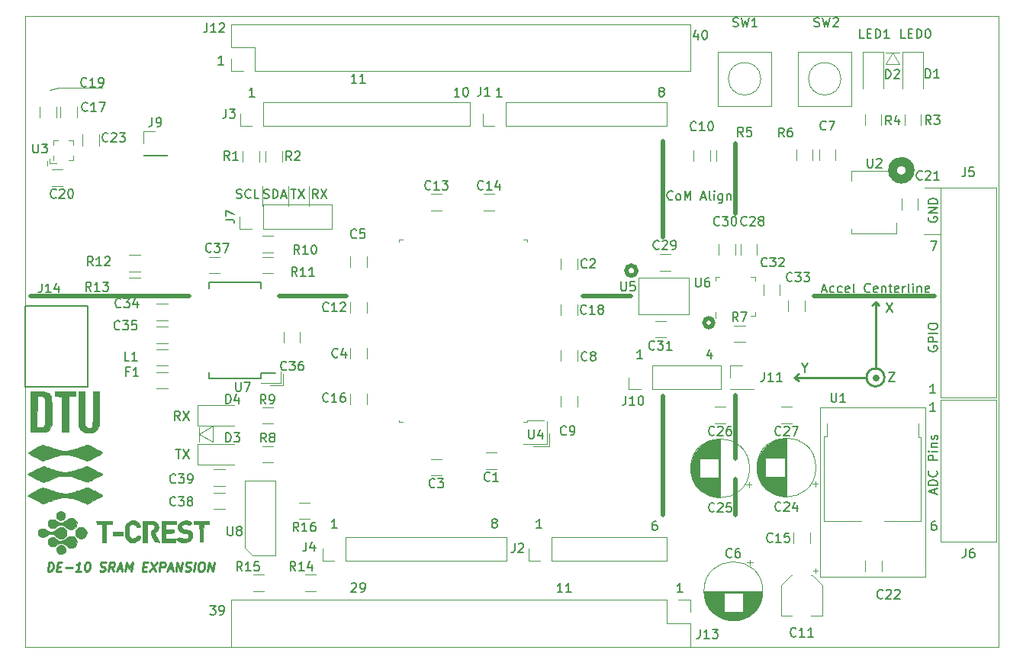
<source format=gbr>
G04 #@! TF.GenerationSoftware,KiCad,Pcbnew,5.1.4-e60b266~84~ubuntu16.04.1*
G04 #@! TF.CreationDate,2019-11-28T11:55:17+01:00*
G04 #@! TF.ProjectId,SRAM_board,5352414d-5f62-46f6-9172-642e6b696361,A*
G04 #@! TF.SameCoordinates,Original*
G04 #@! TF.FileFunction,Legend,Top*
G04 #@! TF.FilePolarity,Positive*
%FSLAX46Y46*%
G04 Gerber Fmt 4.6, Leading zero omitted, Abs format (unit mm)*
G04 Created by KiCad (PCBNEW 5.1.4-e60b266~84~ubuntu16.04.1) date 2019-11-28 11:55:17*
%MOMM*%
%LPD*%
G04 APERTURE LIST*
%ADD10C,0.500000*%
%ADD11C,0.120000*%
%ADD12C,0.250000*%
%ADD13C,0.150000*%
%ADD14C,0.254000*%
%ADD15C,0.762000*%
%ADD16C,0.050000*%
%ADD17C,0.010000*%
%ADD18C,1.000000*%
G04 APERTURE END LIST*
D10*
X75107800Y10718800D02*
X75107800Y14757400D01*
X75107800Y24053800D02*
X75107800Y17043400D01*
X75107800Y51943000D02*
X75107800Y44196000D01*
X67081400Y10718800D02*
X67081400Y23926800D01*
X67081400Y52222400D02*
X67081400Y41579800D01*
X14503400Y35001200D02*
X-3149600Y35001200D01*
D11*
X24892000Y34975800D02*
X24892000Y35001200D01*
D10*
X31953200Y35001200D02*
X24434800Y35001200D01*
X63474600Y35001200D02*
X58166000Y35001200D01*
X97205800Y35001200D02*
X83820000Y35001200D01*
D12*
X-1219052Y4500619D02*
X-1094052Y5500619D01*
X-855957Y5500619D01*
X-719052Y5453000D01*
X-635719Y5357761D01*
X-600004Y5262523D01*
X-576195Y5072047D01*
X-594052Y4929190D01*
X-665480Y4738714D01*
X-725004Y4643476D01*
X-832147Y4548238D01*
X-980957Y4500619D01*
X-1219052Y4500619D01*
X-153576Y5024428D02*
X179757Y5024428D01*
X257138Y4500619D02*
X-219052Y4500619D01*
X-94052Y5500619D01*
X382138Y5500619D01*
X733328Y4881571D02*
X1495233Y4881571D01*
X2447614Y4500619D02*
X1876185Y4500619D01*
X2161900Y4500619D02*
X2286900Y5500619D01*
X2173804Y5357761D01*
X2066661Y5262523D01*
X1965471Y5214904D01*
X3191661Y5500619D02*
X3286899Y5500619D01*
X3376185Y5453000D01*
X3417852Y5405380D01*
X3453566Y5310142D01*
X3477376Y5119666D01*
X3447614Y4881571D01*
X3376185Y4691095D01*
X3316661Y4595857D01*
X3263090Y4548238D01*
X3161899Y4500619D01*
X3066661Y4500619D01*
X2977376Y4548238D01*
X2935709Y4595857D01*
X2899995Y4691095D01*
X2876185Y4881571D01*
X2905947Y5119666D01*
X2977376Y5310142D01*
X3036900Y5405380D01*
X3090471Y5453000D01*
X3191661Y5500619D01*
X4548804Y4548238D02*
X4685709Y4500619D01*
X4923804Y4500619D01*
X5024995Y4548238D01*
X5078566Y4595857D01*
X5138090Y4691095D01*
X5149995Y4786333D01*
X5114280Y4881571D01*
X5072614Y4929190D01*
X4983328Y4976809D01*
X4798804Y5024428D01*
X4709519Y5072047D01*
X4667852Y5119666D01*
X4632138Y5214904D01*
X4644042Y5310142D01*
X4703566Y5405380D01*
X4757138Y5453000D01*
X4858328Y5500619D01*
X5096423Y5500619D01*
X5233328Y5453000D01*
X6114280Y4500619D02*
X5840471Y4976809D01*
X5542852Y4500619D02*
X5667852Y5500619D01*
X6048804Y5500619D01*
X6138090Y5453000D01*
X6179757Y5405380D01*
X6215471Y5310142D01*
X6197614Y5167285D01*
X6138090Y5072047D01*
X6084519Y5024428D01*
X5983328Y4976809D01*
X5602376Y4976809D01*
X6530947Y4786333D02*
X7007138Y4786333D01*
X6399995Y4500619D02*
X6858328Y5500619D01*
X7066661Y4500619D01*
X7399995Y4500619D02*
X7524995Y5500619D01*
X7769042Y4786333D01*
X8191661Y5500619D01*
X8066661Y4500619D01*
X9370233Y5024428D02*
X9703566Y5024428D01*
X9780947Y4500619D02*
X9304757Y4500619D01*
X9429757Y5500619D01*
X9905947Y5500619D01*
X10239280Y5500619D02*
X10780947Y4500619D01*
X10905947Y5500619D02*
X10114280Y4500619D01*
X11161899Y4500619D02*
X11286899Y5500619D01*
X11667852Y5500619D01*
X11757138Y5453000D01*
X11798804Y5405380D01*
X11834519Y5310142D01*
X11816661Y5167285D01*
X11757138Y5072047D01*
X11703566Y5024428D01*
X11602376Y4976809D01*
X11221423Y4976809D01*
X12149995Y4786333D02*
X12626185Y4786333D01*
X12019042Y4500619D02*
X12477376Y5500619D01*
X12685709Y4500619D01*
X13019042Y4500619D02*
X13144042Y5500619D01*
X13590471Y4500619D01*
X13715471Y5500619D01*
X14024995Y4548238D02*
X14161899Y4500619D01*
X14399995Y4500619D01*
X14501185Y4548238D01*
X14554757Y4595857D01*
X14614280Y4691095D01*
X14626185Y4786333D01*
X14590471Y4881571D01*
X14548804Y4929190D01*
X14459519Y4976809D01*
X14274995Y5024428D01*
X14185709Y5072047D01*
X14144042Y5119666D01*
X14108328Y5214904D01*
X14120233Y5310142D01*
X14179757Y5405380D01*
X14233328Y5453000D01*
X14334519Y5500619D01*
X14572614Y5500619D01*
X14709519Y5453000D01*
X15019042Y4500619D02*
X15144042Y5500619D01*
X15810709Y5500619D02*
X16001185Y5500619D01*
X16090471Y5453000D01*
X16173804Y5357761D01*
X16197614Y5167285D01*
X16155947Y4833952D01*
X16084519Y4643476D01*
X15977376Y4548238D01*
X15876185Y4500619D01*
X15685709Y4500619D01*
X15596423Y4548238D01*
X15513090Y4643476D01*
X15489280Y4833952D01*
X15530947Y5167285D01*
X15602376Y5357761D01*
X15709519Y5453000D01*
X15810709Y5500619D01*
X16542852Y4500619D02*
X16667852Y5500619D01*
X17114280Y4500619D01*
X17239280Y5500619D01*
D11*
X97839600Y47067600D02*
X96139000Y47066200D01*
X97828100Y41884600D02*
X95986600Y41884600D01*
D13*
X96566100Y43789695D02*
X96518480Y43694457D01*
X96518480Y43551600D01*
X96566100Y43408742D01*
X96661338Y43313504D01*
X96756576Y43265885D01*
X96947052Y43218266D01*
X97089909Y43218266D01*
X97280385Y43265885D01*
X97375623Y43313504D01*
X97470861Y43408742D01*
X97518480Y43551600D01*
X97518480Y43646838D01*
X97470861Y43789695D01*
X97423242Y43837314D01*
X97089909Y43837314D01*
X97089909Y43646838D01*
X97518480Y44265885D02*
X96518480Y44265885D01*
X97518480Y44837314D01*
X96518480Y44837314D01*
X97518480Y45313504D02*
X96518480Y45313504D01*
X96518480Y45551600D01*
X96566100Y45694457D01*
X96661338Y45789695D01*
X96756576Y45837314D01*
X96947052Y45884933D01*
X97089909Y45884933D01*
X97280385Y45837314D01*
X97375623Y45789695D01*
X97470861Y45694457D01*
X97518480Y45551600D01*
X97518480Y45313504D01*
X13460433Y21239219D02*
X13127100Y21715409D01*
X12889004Y21239219D02*
X12889004Y22239219D01*
X13269957Y22239219D01*
X13365195Y22191600D01*
X13412814Y22143980D01*
X13460433Y22048742D01*
X13460433Y21905885D01*
X13412814Y21810647D01*
X13365195Y21763028D01*
X13269957Y21715409D01*
X12889004Y21715409D01*
X13793766Y22239219D02*
X14460433Y21239219D01*
X14460433Y22239219D02*
X13793766Y21239219D01*
X12992195Y18048219D02*
X13563623Y18048219D01*
X13277909Y17048219D02*
X13277909Y18048219D01*
X13801719Y18048219D02*
X14468385Y17048219D01*
X14468385Y18048219D02*
X13801719Y17048219D01*
X96566100Y29454600D02*
X96518480Y29359361D01*
X96518480Y29216504D01*
X96566100Y29073647D01*
X96661338Y28978409D01*
X96756576Y28930790D01*
X96947052Y28883171D01*
X97089909Y28883171D01*
X97280385Y28930790D01*
X97375623Y28978409D01*
X97470861Y29073647D01*
X97518480Y29216504D01*
X97518480Y29311742D01*
X97470861Y29454600D01*
X97423242Y29502219D01*
X97089909Y29502219D01*
X97089909Y29311742D01*
X97518480Y29930790D02*
X96518480Y29930790D01*
X96518480Y30311742D01*
X96566100Y30406980D01*
X96613719Y30454600D01*
X96708957Y30502219D01*
X96851814Y30502219D01*
X96947052Y30454600D01*
X96994671Y30406980D01*
X97042290Y30311742D01*
X97042290Y29930790D01*
X97518480Y30930790D02*
X96518480Y30930790D01*
X96518480Y31597457D02*
X96518480Y31787933D01*
X96566100Y31883171D01*
X96661338Y31978409D01*
X96851814Y32026028D01*
X97185147Y32026028D01*
X97375623Y31978409D01*
X97470861Y31883171D01*
X97518480Y31787933D01*
X97518480Y31597457D01*
X97470861Y31502219D01*
X97375623Y31406980D01*
X97185147Y31359361D01*
X96851814Y31359361D01*
X96661338Y31406980D01*
X96566100Y31502219D01*
X96518480Y31597457D01*
X97232766Y13143314D02*
X97232766Y13619504D01*
X97518480Y13048076D02*
X96518480Y13381409D01*
X97518480Y13714742D01*
X97518480Y14048076D02*
X96518480Y14048076D01*
X96518480Y14286171D01*
X96566100Y14429028D01*
X96661338Y14524266D01*
X96756576Y14571885D01*
X96947052Y14619504D01*
X97089909Y14619504D01*
X97280385Y14571885D01*
X97375623Y14524266D01*
X97470861Y14429028D01*
X97518480Y14286171D01*
X97518480Y14048076D01*
X97423242Y15619504D02*
X97470861Y15571885D01*
X97518480Y15429028D01*
X97518480Y15333790D01*
X97470861Y15190933D01*
X97375623Y15095695D01*
X97280385Y15048076D01*
X97089909Y15000457D01*
X96947052Y15000457D01*
X96756576Y15048076D01*
X96661338Y15095695D01*
X96566100Y15190933D01*
X96518480Y15333790D01*
X96518480Y15429028D01*
X96566100Y15571885D01*
X96613719Y15619504D01*
X97518480Y16809980D02*
X96518480Y16809980D01*
X96518480Y17190933D01*
X96566100Y17286171D01*
X96613719Y17333790D01*
X96708957Y17381409D01*
X96851814Y17381409D01*
X96947052Y17333790D01*
X96994671Y17286171D01*
X97042290Y17190933D01*
X97042290Y16809980D01*
X97518480Y17809980D02*
X96851814Y17809980D01*
X96518480Y17809980D02*
X96566100Y17762361D01*
X96613719Y17809980D01*
X96566100Y17857600D01*
X96518480Y17809980D01*
X96613719Y17809980D01*
X96851814Y18286171D02*
X97518480Y18286171D01*
X96947052Y18286171D02*
X96899433Y18333790D01*
X96851814Y18429028D01*
X96851814Y18571885D01*
X96899433Y18667123D01*
X96994671Y18714742D01*
X97518480Y18714742D01*
X97470861Y19143314D02*
X97518480Y19238552D01*
X97518480Y19429028D01*
X97470861Y19524266D01*
X97375623Y19571885D01*
X97328004Y19571885D01*
X97232766Y19524266D01*
X97185147Y19429028D01*
X97185147Y19286171D01*
X97137528Y19190933D01*
X97042290Y19143314D01*
X96994671Y19143314D01*
X96899433Y19190933D01*
X96851814Y19286171D01*
X96851814Y19429028D01*
X96899433Y19524266D01*
X68140628Y45794657D02*
X68093009Y45747038D01*
X67950152Y45699419D01*
X67854914Y45699419D01*
X67712057Y45747038D01*
X67616819Y45842276D01*
X67569200Y45937514D01*
X67521580Y46127990D01*
X67521580Y46270847D01*
X67569200Y46461323D01*
X67616819Y46556561D01*
X67712057Y46651800D01*
X67854914Y46699419D01*
X67950152Y46699419D01*
X68093009Y46651800D01*
X68140628Y46604180D01*
X68712057Y45699419D02*
X68616819Y45747038D01*
X68569200Y45794657D01*
X68521580Y45889895D01*
X68521580Y46175609D01*
X68569200Y46270847D01*
X68616819Y46318466D01*
X68712057Y46366085D01*
X68854914Y46366085D01*
X68950152Y46318466D01*
X68997771Y46270847D01*
X69045390Y46175609D01*
X69045390Y45889895D01*
X68997771Y45794657D01*
X68950152Y45747038D01*
X68854914Y45699419D01*
X68712057Y45699419D01*
X69473961Y45699419D02*
X69473961Y46699419D01*
X69807295Y45985133D01*
X70140628Y46699419D01*
X70140628Y45699419D01*
X71331104Y45985133D02*
X71807295Y45985133D01*
X71235866Y45699419D02*
X71569200Y46699419D01*
X71902533Y45699419D01*
X72378723Y45699419D02*
X72283485Y45747038D01*
X72235866Y45842276D01*
X72235866Y46699419D01*
X72759676Y45699419D02*
X72759676Y46366085D01*
X72759676Y46699419D02*
X72712057Y46651800D01*
X72759676Y46604180D01*
X72807295Y46651800D01*
X72759676Y46699419D01*
X72759676Y46604180D01*
X73664438Y46366085D02*
X73664438Y45556561D01*
X73616819Y45461323D01*
X73569200Y45413704D01*
X73473961Y45366085D01*
X73331104Y45366085D01*
X73235866Y45413704D01*
X73664438Y45747038D02*
X73569200Y45699419D01*
X73378723Y45699419D01*
X73283485Y45747038D01*
X73235866Y45794657D01*
X73188247Y45889895D01*
X73188247Y46175609D01*
X73235866Y46270847D01*
X73283485Y46318466D01*
X73378723Y46366085D01*
X73569200Y46366085D01*
X73664438Y46318466D01*
X74140628Y46366085D02*
X74140628Y45699419D01*
X74140628Y46270847D02*
X74188247Y46318466D01*
X74283485Y46366085D01*
X74426342Y46366085D01*
X74521580Y46318466D01*
X74569200Y46223228D01*
X74569200Y45699419D01*
X92097266Y26557219D02*
X92763933Y26557219D01*
X92097266Y25557219D01*
X92763933Y25557219D01*
X91843266Y34304219D02*
X92509933Y33304219D01*
X92509933Y34304219D02*
X91843266Y33304219D01*
X82778600Y27049409D02*
X82778600Y26573219D01*
X82445266Y27573219D02*
X82778600Y27049409D01*
X83111933Y27573219D01*
D14*
X90652600Y34391600D02*
X91033600Y34010600D01*
X90652600Y34391600D02*
X90271600Y34010600D01*
X90652600Y27001502D02*
X90652600Y34264600D01*
X81635600Y26009600D02*
X82143600Y25628600D01*
X81635600Y26009600D02*
X82143600Y26390600D01*
X89660698Y26009600D02*
X81635600Y26009600D01*
D15*
X90652600Y26009600D02*
G75*
G03X90652600Y26009600I0J0D01*
G01*
D14*
X91644502Y26009600D02*
G75*
G03X91644502Y26009600I-991902J0D01*
G01*
D13*
X33058123Y58704219D02*
X32486695Y58704219D01*
X32772409Y58704219D02*
X32772409Y59704219D01*
X32677171Y59561361D01*
X32581933Y59466123D01*
X32486695Y59418504D01*
X34010504Y58704219D02*
X33439076Y58704219D01*
X33724790Y58704219D02*
X33724790Y59704219D01*
X33629552Y59561361D01*
X33534314Y59466123D01*
X33439076Y59418504D01*
X18294314Y60736219D02*
X17722885Y60736219D01*
X18008600Y60736219D02*
X18008600Y61736219D01*
X17913361Y61593361D01*
X17818123Y61498123D01*
X17722885Y61450504D01*
X70935885Y64196885D02*
X70935885Y63530219D01*
X70697790Y64577838D02*
X70459695Y63863552D01*
X71078742Y63863552D01*
X71650171Y64530219D02*
X71745409Y64530219D01*
X71840647Y64482600D01*
X71888266Y64434980D01*
X71935885Y64339742D01*
X71983504Y64149266D01*
X71983504Y63911171D01*
X71935885Y63720695D01*
X71888266Y63625457D01*
X71840647Y63577838D01*
X71745409Y63530219D01*
X71650171Y63530219D01*
X71554933Y63577838D01*
X71507314Y63625457D01*
X71459695Y63720695D01*
X71412076Y63911171D01*
X71412076Y64149266D01*
X71459695Y64339742D01*
X71507314Y64434980D01*
X71554933Y64482600D01*
X71650171Y64530219D01*
X66808361Y57751647D02*
X66713123Y57799266D01*
X66665504Y57846885D01*
X66617885Y57942123D01*
X66617885Y57989742D01*
X66665504Y58084980D01*
X66713123Y58132600D01*
X66808361Y58180219D01*
X66998838Y58180219D01*
X67094076Y58132600D01*
X67141695Y58084980D01*
X67189314Y57989742D01*
X67189314Y57942123D01*
X67141695Y57846885D01*
X67094076Y57799266D01*
X66998838Y57751647D01*
X66808361Y57751647D01*
X66713123Y57704028D01*
X66665504Y57656409D01*
X66617885Y57561171D01*
X66617885Y57370695D01*
X66665504Y57275457D01*
X66713123Y57227838D01*
X66808361Y57180219D01*
X66998838Y57180219D01*
X67094076Y57227838D01*
X67141695Y57275457D01*
X67189314Y57370695D01*
X67189314Y57561171D01*
X67141695Y57656409D01*
X67094076Y57704028D01*
X66998838Y57751647D01*
X49155314Y57180219D02*
X48583885Y57180219D01*
X48869600Y57180219D02*
X48869600Y58180219D01*
X48774361Y58037361D01*
X48679123Y57942123D01*
X48583885Y57894504D01*
X44488123Y57180219D02*
X43916695Y57180219D01*
X44202409Y57180219D02*
X44202409Y58180219D01*
X44107171Y58037361D01*
X44011933Y57942123D01*
X43916695Y57894504D01*
X45107171Y58180219D02*
X45202409Y58180219D01*
X45297647Y58132600D01*
X45345266Y58084980D01*
X45392885Y57989742D01*
X45440504Y57799266D01*
X45440504Y57561171D01*
X45392885Y57370695D01*
X45345266Y57275457D01*
X45297647Y57227838D01*
X45202409Y57180219D01*
X45107171Y57180219D01*
X45011933Y57227838D01*
X44964314Y57275457D01*
X44916695Y57370695D01*
X44869076Y57561171D01*
X44869076Y57799266D01*
X44916695Y57989742D01*
X44964314Y58084980D01*
X45011933Y58132600D01*
X45107171Y58180219D01*
X21723314Y57180219D02*
X21151885Y57180219D01*
X21437600Y57180219D02*
X21437600Y58180219D01*
X21342361Y58037361D01*
X21247123Y57942123D01*
X21151885Y57894504D01*
D11*
X27787600Y45059600D02*
X27787600Y47218600D01*
X25501600Y45059600D02*
X25501600Y47218600D01*
X22580600Y45059600D02*
X22580600Y47218600D01*
D13*
X28763933Y45877219D02*
X28430600Y46353409D01*
X28192504Y45877219D02*
X28192504Y46877219D01*
X28573457Y46877219D01*
X28668695Y46829600D01*
X28716314Y46781980D01*
X28763933Y46686742D01*
X28763933Y46543885D01*
X28716314Y46448647D01*
X28668695Y46401028D01*
X28573457Y46353409D01*
X28192504Y46353409D01*
X29097266Y46877219D02*
X29763933Y45877219D01*
X29763933Y46877219D02*
X29097266Y45877219D01*
X25755695Y46877219D02*
X26327123Y46877219D01*
X26041409Y45877219D02*
X26041409Y46877219D01*
X26565219Y46877219D02*
X27231885Y45877219D01*
X27231885Y46877219D02*
X26565219Y45877219D01*
X22763314Y45924838D02*
X22906171Y45877219D01*
X23144266Y45877219D01*
X23239504Y45924838D01*
X23287123Y45972457D01*
X23334742Y46067695D01*
X23334742Y46162933D01*
X23287123Y46258171D01*
X23239504Y46305790D01*
X23144266Y46353409D01*
X22953790Y46401028D01*
X22858552Y46448647D01*
X22810933Y46496266D01*
X22763314Y46591504D01*
X22763314Y46686742D01*
X22810933Y46781980D01*
X22858552Y46829600D01*
X22953790Y46877219D01*
X23191885Y46877219D01*
X23334742Y46829600D01*
X23763314Y45877219D02*
X23763314Y46877219D01*
X24001409Y46877219D01*
X24144266Y46829600D01*
X24239504Y46734361D01*
X24287123Y46639123D01*
X24334742Y46448647D01*
X24334742Y46305790D01*
X24287123Y46115314D01*
X24239504Y46020076D01*
X24144266Y45924838D01*
X24001409Y45877219D01*
X23763314Y45877219D01*
X24715695Y46162933D02*
X25191885Y46162933D01*
X24620457Y45877219D02*
X24953790Y46877219D01*
X25287123Y45877219D01*
X19739123Y45924838D02*
X19881980Y45877219D01*
X20120076Y45877219D01*
X20215314Y45924838D01*
X20262933Y45972457D01*
X20310552Y46067695D01*
X20310552Y46162933D01*
X20262933Y46258171D01*
X20215314Y46305790D01*
X20120076Y46353409D01*
X19929600Y46401028D01*
X19834361Y46448647D01*
X19786742Y46496266D01*
X19739123Y46591504D01*
X19739123Y46686742D01*
X19786742Y46781980D01*
X19834361Y46829600D01*
X19929600Y46877219D01*
X20167695Y46877219D01*
X20310552Y46829600D01*
X21310552Y45972457D02*
X21262933Y45924838D01*
X21120076Y45877219D01*
X21024838Y45877219D01*
X20881980Y45924838D01*
X20786742Y46020076D01*
X20739123Y46115314D01*
X20691504Y46305790D01*
X20691504Y46448647D01*
X20739123Y46639123D01*
X20786742Y46734361D01*
X20881980Y46829600D01*
X21024838Y46877219D01*
X21120076Y46877219D01*
X21262933Y46829600D01*
X21310552Y46781980D01*
X22215314Y45877219D02*
X21739123Y45877219D01*
X21739123Y46877219D01*
X72428076Y28763885D02*
X72428076Y28097219D01*
X72189980Y29144838D02*
X71951885Y28430552D01*
X72570933Y28430552D01*
X64776314Y28097219D02*
X64204885Y28097219D01*
X64490600Y28097219D02*
X64490600Y29097219D01*
X64395361Y28954361D01*
X64300123Y28859123D01*
X64204885Y28811504D01*
X55918123Y2189219D02*
X55346695Y2189219D01*
X55632409Y2189219D02*
X55632409Y3189219D01*
X55537171Y3046361D01*
X55441933Y2951123D01*
X55346695Y2903504D01*
X56870504Y2189219D02*
X56299076Y2189219D01*
X56584790Y2189219D02*
X56584790Y3189219D01*
X56489552Y3046361D01*
X56394314Y2951123D01*
X56299076Y2903504D01*
X32486695Y3093980D02*
X32534314Y3141600D01*
X32629552Y3189219D01*
X32867647Y3189219D01*
X32962885Y3141600D01*
X33010504Y3093980D01*
X33058123Y2998742D01*
X33058123Y2903504D01*
X33010504Y2760647D01*
X32439076Y2189219D01*
X33058123Y2189219D01*
X33534314Y2189219D02*
X33724790Y2189219D01*
X33820028Y2236838D01*
X33867647Y2284457D01*
X33962885Y2427314D01*
X34010504Y2617790D01*
X34010504Y2998742D01*
X33962885Y3093980D01*
X33915266Y3141600D01*
X33820028Y3189219D01*
X33629552Y3189219D01*
X33534314Y3141600D01*
X33486695Y3093980D01*
X33439076Y2998742D01*
X33439076Y2760647D01*
X33486695Y2665409D01*
X33534314Y2617790D01*
X33629552Y2570171D01*
X33820028Y2570171D01*
X33915266Y2617790D01*
X33962885Y2665409D01*
X34010504Y2760647D01*
X16792676Y674619D02*
X17411723Y674619D01*
X17078390Y293666D01*
X17221247Y293666D01*
X17316485Y246047D01*
X17364104Y198428D01*
X17411723Y103190D01*
X17411723Y-134904D01*
X17364104Y-230142D01*
X17316485Y-277761D01*
X17221247Y-325380D01*
X16935533Y-325380D01*
X16840295Y-277761D01*
X16792676Y-230142D01*
X17887914Y-325380D02*
X18078390Y-325380D01*
X18173628Y-277761D01*
X18221247Y-230142D01*
X18316485Y-87285D01*
X18364104Y103190D01*
X18364104Y484142D01*
X18316485Y579380D01*
X18268866Y627000D01*
X18173628Y674619D01*
X17983152Y674619D01*
X17887914Y627000D01*
X17840295Y579380D01*
X17792676Y484142D01*
X17792676Y246047D01*
X17840295Y150809D01*
X17887914Y103190D01*
X17983152Y55571D01*
X18173628Y55571D01*
X18268866Y103190D01*
X18316485Y150809D01*
X18364104Y246047D01*
X69221314Y2189219D02*
X68649885Y2189219D01*
X68935600Y2189219D02*
X68935600Y3189219D01*
X68840361Y3046361D01*
X68745123Y2951123D01*
X68649885Y2903504D01*
X66332076Y10047219D02*
X66141600Y10047219D01*
X66046361Y9999600D01*
X65998742Y9951980D01*
X65903504Y9809123D01*
X65855885Y9618647D01*
X65855885Y9237695D01*
X65903504Y9142457D01*
X65951123Y9094838D01*
X66046361Y9047219D01*
X66236838Y9047219D01*
X66332076Y9094838D01*
X66379695Y9142457D01*
X66427314Y9237695D01*
X66427314Y9475790D01*
X66379695Y9571028D01*
X66332076Y9618647D01*
X66236838Y9666266D01*
X66046361Y9666266D01*
X65951123Y9618647D01*
X65903504Y9571028D01*
X65855885Y9475790D01*
X53600314Y9301219D02*
X53028885Y9301219D01*
X53314600Y9301219D02*
X53314600Y10301219D01*
X53219361Y10158361D01*
X53124123Y10063123D01*
X53028885Y10015504D01*
X48266361Y9872647D02*
X48171123Y9920266D01*
X48123504Y9967885D01*
X48075885Y10063123D01*
X48075885Y10110742D01*
X48123504Y10205980D01*
X48171123Y10253600D01*
X48266361Y10301219D01*
X48456838Y10301219D01*
X48552076Y10253600D01*
X48599695Y10205980D01*
X48647314Y10110742D01*
X48647314Y10063123D01*
X48599695Y9967885D01*
X48552076Y9920266D01*
X48456838Y9872647D01*
X48266361Y9872647D01*
X48171123Y9825028D01*
X48123504Y9777409D01*
X48075885Y9682171D01*
X48075885Y9491695D01*
X48123504Y9396457D01*
X48171123Y9348838D01*
X48266361Y9301219D01*
X48456838Y9301219D01*
X48552076Y9348838D01*
X48599695Y9396457D01*
X48647314Y9491695D01*
X48647314Y9682171D01*
X48599695Y9777409D01*
X48552076Y9825028D01*
X48456838Y9872647D01*
X30867314Y9301219D02*
X30295885Y9301219D01*
X30581600Y9301219D02*
X30581600Y10301219D01*
X30486361Y10158361D01*
X30391123Y10063123D01*
X30295885Y10015504D01*
X97320076Y10047219D02*
X97129600Y10047219D01*
X97034361Y9999600D01*
X96986742Y9951980D01*
X96891504Y9809123D01*
X96843885Y9618647D01*
X96843885Y9237695D01*
X96891504Y9142457D01*
X96939123Y9094838D01*
X97034361Y9047219D01*
X97224838Y9047219D01*
X97320076Y9094838D01*
X97367695Y9142457D01*
X97415314Y9237695D01*
X97415314Y9475790D01*
X97367695Y9571028D01*
X97320076Y9618647D01*
X97224838Y9666266D01*
X97034361Y9666266D01*
X96939123Y9618647D01*
X96891504Y9571028D01*
X96843885Y9475790D01*
X97288314Y22255219D02*
X96716885Y22255219D01*
X97002600Y22255219D02*
X97002600Y23255219D01*
X96907361Y23112361D01*
X96812123Y23017123D01*
X96716885Y22969504D01*
X96796266Y41162219D02*
X97462933Y41162219D01*
X97034361Y40162219D01*
X97288314Y24287219D02*
X96716885Y24287219D01*
X97002600Y24287219D02*
X97002600Y25287219D01*
X96907361Y25144361D01*
X96812123Y25049123D01*
X96716885Y25001504D01*
X89406552Y63657219D02*
X88930361Y63657219D01*
X88930361Y64657219D01*
X89739885Y64181028D02*
X90073219Y64181028D01*
X90216076Y63657219D02*
X89739885Y63657219D01*
X89739885Y64657219D01*
X90216076Y64657219D01*
X90644647Y63657219D02*
X90644647Y64657219D01*
X90882742Y64657219D01*
X91025600Y64609600D01*
X91120838Y64514361D01*
X91168457Y64419123D01*
X91216076Y64228647D01*
X91216076Y64085790D01*
X91168457Y63895314D01*
X91120838Y63800076D01*
X91025600Y63704838D01*
X90882742Y63657219D01*
X90644647Y63657219D01*
X92168457Y63657219D02*
X91597028Y63657219D01*
X91882742Y63657219D02*
X91882742Y64657219D01*
X91787504Y64514361D01*
X91692266Y64419123D01*
X91597028Y64371504D01*
X93978552Y63657219D02*
X93502361Y63657219D01*
X93502361Y64657219D01*
X94311885Y64181028D02*
X94645219Y64181028D01*
X94788076Y63657219D02*
X94311885Y63657219D01*
X94311885Y64657219D01*
X94788076Y64657219D01*
X95216647Y63657219D02*
X95216647Y64657219D01*
X95454742Y64657219D01*
X95597600Y64609600D01*
X95692838Y64514361D01*
X95740457Y64419123D01*
X95788076Y64228647D01*
X95788076Y64085790D01*
X95740457Y63895314D01*
X95692838Y63800076D01*
X95597600Y63704838D01*
X95454742Y63657219D01*
X95216647Y63657219D01*
X96407123Y64657219D02*
X96502361Y64657219D01*
X96597600Y64609600D01*
X96645219Y64561980D01*
X96692838Y64466742D01*
X96740457Y64276266D01*
X96740457Y64038171D01*
X96692838Y63847695D01*
X96645219Y63752457D01*
X96597600Y63704838D01*
X96502361Y63657219D01*
X96407123Y63657219D01*
X96311885Y63704838D01*
X96264266Y63752457D01*
X96216647Y63847695D01*
X96169028Y64038171D01*
X96169028Y64276266D01*
X96216647Y64466742D01*
X96264266Y64561980D01*
X96311885Y64609600D01*
X96407123Y64657219D01*
D11*
X15595600Y18834100D02*
X15595600Y20485100D01*
X17119600Y20612100D02*
X17119600Y20358100D01*
X15595600Y19723100D02*
X17119600Y20612100D01*
X17119600Y18834100D02*
X15595600Y19723100D01*
X17119600Y20485100D02*
X17119600Y18834100D01*
X91795600Y62077600D02*
X93319600Y62077600D01*
X93319600Y60807600D02*
X93192600Y60807600D01*
X92557600Y62077600D02*
X93319600Y60807600D01*
X91795600Y60807600D02*
X92557600Y62077600D01*
X91795600Y60807600D02*
X93192600Y60807600D01*
X-1295400Y50012600D02*
X-1295400Y49504600D01*
X-1041400Y49758600D02*
X-279400Y49758600D01*
X-1041400Y50266600D02*
X-1041400Y49758600D01*
X54457600Y18389600D02*
X54457600Y19786600D01*
X52679600Y18389600D02*
X54457600Y18389600D01*
X54203600Y18643600D02*
X54203600Y21183600D01*
X51536600Y18643600D02*
X54203600Y18643600D01*
X24866600Y25120600D02*
X24866600Y26390600D01*
X23469600Y25120600D02*
X24866600Y25120600D01*
X24612600Y25374600D02*
X24612600Y26644600D01*
X22453600Y25374600D02*
X24612600Y25374600D01*
D13*
X84725619Y35723533D02*
X85201809Y35723533D01*
X84630380Y35437819D02*
X84963714Y36437819D01*
X85297047Y35437819D01*
X86058952Y35485438D02*
X85963714Y35437819D01*
X85773238Y35437819D01*
X85678000Y35485438D01*
X85630380Y35533057D01*
X85582761Y35628295D01*
X85582761Y35914009D01*
X85630380Y36009247D01*
X85678000Y36056866D01*
X85773238Y36104485D01*
X85963714Y36104485D01*
X86058952Y36056866D01*
X86916095Y35485438D02*
X86820857Y35437819D01*
X86630380Y35437819D01*
X86535142Y35485438D01*
X86487523Y35533057D01*
X86439904Y35628295D01*
X86439904Y35914009D01*
X86487523Y36009247D01*
X86535142Y36056866D01*
X86630380Y36104485D01*
X86820857Y36104485D01*
X86916095Y36056866D01*
X87725619Y35485438D02*
X87630380Y35437819D01*
X87439904Y35437819D01*
X87344666Y35485438D01*
X87297047Y35580676D01*
X87297047Y35961628D01*
X87344666Y36056866D01*
X87439904Y36104485D01*
X87630380Y36104485D01*
X87725619Y36056866D01*
X87773238Y35961628D01*
X87773238Y35866390D01*
X87297047Y35771152D01*
X88344666Y35437819D02*
X88249428Y35485438D01*
X88201809Y35580676D01*
X88201809Y36437819D01*
X90058952Y35533057D02*
X90011333Y35485438D01*
X89868476Y35437819D01*
X89773238Y35437819D01*
X89630380Y35485438D01*
X89535142Y35580676D01*
X89487523Y35675914D01*
X89439904Y35866390D01*
X89439904Y36009247D01*
X89487523Y36199723D01*
X89535142Y36294961D01*
X89630380Y36390200D01*
X89773238Y36437819D01*
X89868476Y36437819D01*
X90011333Y36390200D01*
X90058952Y36342580D01*
X90868476Y35485438D02*
X90773238Y35437819D01*
X90582761Y35437819D01*
X90487523Y35485438D01*
X90439904Y35580676D01*
X90439904Y35961628D01*
X90487523Y36056866D01*
X90582761Y36104485D01*
X90773238Y36104485D01*
X90868476Y36056866D01*
X90916095Y35961628D01*
X90916095Y35866390D01*
X90439904Y35771152D01*
X91344666Y36104485D02*
X91344666Y35437819D01*
X91344666Y36009247D02*
X91392285Y36056866D01*
X91487523Y36104485D01*
X91630380Y36104485D01*
X91725619Y36056866D01*
X91773238Y35961628D01*
X91773238Y35437819D01*
X92106571Y36104485D02*
X92487523Y36104485D01*
X92249428Y36437819D02*
X92249428Y35580676D01*
X92297047Y35485438D01*
X92392285Y35437819D01*
X92487523Y35437819D01*
X93201809Y35485438D02*
X93106571Y35437819D01*
X92916095Y35437819D01*
X92820857Y35485438D01*
X92773238Y35580676D01*
X92773238Y35961628D01*
X92820857Y36056866D01*
X92916095Y36104485D01*
X93106571Y36104485D01*
X93201809Y36056866D01*
X93249428Y35961628D01*
X93249428Y35866390D01*
X92773238Y35771152D01*
X93678000Y35437819D02*
X93678000Y36104485D01*
X93678000Y35914009D02*
X93725619Y36009247D01*
X93773238Y36056866D01*
X93868476Y36104485D01*
X93963714Y36104485D01*
X94439904Y35437819D02*
X94344666Y35485438D01*
X94297047Y35580676D01*
X94297047Y36437819D01*
X94820857Y35437819D02*
X94820857Y36104485D01*
X94820857Y36437819D02*
X94773238Y36390200D01*
X94820857Y36342580D01*
X94868476Y36390200D01*
X94820857Y36437819D01*
X94820857Y36342580D01*
X95297047Y36104485D02*
X95297047Y35437819D01*
X95297047Y36009247D02*
X95344666Y36056866D01*
X95439904Y36104485D01*
X95582761Y36104485D01*
X95678000Y36056866D01*
X95725619Y35961628D01*
X95725619Y35437819D01*
X96582761Y35485438D02*
X96487523Y35437819D01*
X96297047Y35437819D01*
X96201809Y35485438D01*
X96154190Y35580676D01*
X96154190Y35961628D01*
X96201809Y36056866D01*
X96297047Y36104485D01*
X96487523Y36104485D01*
X96582761Y36056866D01*
X96630380Y35961628D01*
X96630380Y35866390D01*
X96154190Y35771152D01*
D11*
X-25400Y58140600D02*
X-1041400Y57886600D01*
X4800600Y58140600D02*
X-25400Y58140600D01*
D16*
X104280000Y66110000D02*
X104280000Y66030000D01*
X104280000Y-3885000D02*
X104280000Y-3800000D01*
X-3720000Y-3800000D02*
X-3720000Y-3885000D01*
X-3720000Y66030000D02*
X-3720000Y66110000D01*
X104280000Y-3800000D02*
X104280000Y66030000D01*
X-3720000Y-3885000D02*
X104280000Y-3885000D01*
X-3720000Y66110000D02*
X104280000Y66110000D01*
X-3720000Y-3800000D02*
X-3720000Y66030000D01*
D17*
G36*
X437588Y7373392D02*
G01*
X592954Y7269775D01*
X698055Y7120456D01*
X747010Y6944562D01*
X733941Y6761220D01*
X652967Y6589555D01*
X528006Y6468258D01*
X373989Y6408246D01*
X186675Y6399908D01*
X8248Y6441685D01*
X-77618Y6490646D01*
X-205867Y6641722D01*
X-261337Y6819141D01*
X-250822Y7003054D01*
X-181116Y7173610D01*
X-59016Y7310957D01*
X108684Y7395247D01*
X237836Y7412181D01*
X437588Y7373392D01*
X437588Y7373392D01*
G37*
X437588Y7373392D02*
X592954Y7269775D01*
X698055Y7120456D01*
X747010Y6944562D01*
X733941Y6761220D01*
X652967Y6589555D01*
X528006Y6468258D01*
X373989Y6408246D01*
X186675Y6399908D01*
X8248Y6441685D01*
X-77618Y6490646D01*
X-205867Y6641722D01*
X-261337Y6819141D01*
X-250822Y7003054D01*
X-181116Y7173610D01*
X-59016Y7310957D01*
X108684Y7395247D01*
X237836Y7412181D01*
X437588Y7373392D01*
G36*
X1668819Y8339370D02*
G01*
X1869285Y8178410D01*
X1894881Y8149206D01*
X1993087Y7967782D01*
X2023200Y7758405D01*
X1990717Y7545367D01*
X1901136Y7352957D01*
X1759955Y7205465D01*
X1669945Y7155402D01*
X1497853Y7109324D01*
X1301593Y7093350D01*
X1129076Y7110322D01*
X1092200Y7121130D01*
X1023551Y7165003D01*
X915646Y7253598D01*
X815109Y7345766D01*
X587608Y7529441D01*
X372399Y7625019D01*
X159374Y7632623D01*
X-61576Y7552375D01*
X-300558Y7384396D01*
X-329498Y7359596D01*
X-518058Y7251101D01*
X-726783Y7230416D01*
X-941312Y7297509D01*
X-1093789Y7421414D01*
X-1180381Y7586281D01*
X-1203229Y7770593D01*
X-1164477Y7952838D01*
X-1066266Y8111500D01*
X-910741Y8225066D01*
X-846523Y8249184D01*
X-683317Y8280376D01*
X-537172Y8260791D01*
X-382546Y8182699D01*
X-218976Y8059276D01*
X-74459Y7950172D01*
X42240Y7893721D01*
X165939Y7874696D01*
X204647Y7874000D01*
X449657Y7910631D01*
X659833Y8026202D01*
X768927Y8128106D01*
X986175Y8308767D01*
X1216049Y8404339D01*
X1447335Y8414609D01*
X1668819Y8339370D01*
X1668819Y8339370D01*
G37*
X1668819Y8339370D02*
X1869285Y8178410D01*
X1894881Y8149206D01*
X1993087Y7967782D01*
X2023200Y7758405D01*
X1990717Y7545367D01*
X1901136Y7352957D01*
X1759955Y7205465D01*
X1669945Y7155402D01*
X1497853Y7109324D01*
X1301593Y7093350D01*
X1129076Y7110322D01*
X1092200Y7121130D01*
X1023551Y7165003D01*
X915646Y7253598D01*
X815109Y7345766D01*
X587608Y7529441D01*
X372399Y7625019D01*
X159374Y7632623D01*
X-61576Y7552375D01*
X-300558Y7384396D01*
X-329498Y7359596D01*
X-518058Y7251101D01*
X-726783Y7230416D01*
X-941312Y7297509D01*
X-1093789Y7421414D01*
X-1180381Y7586281D01*
X-1203229Y7770593D01*
X-1164477Y7952838D01*
X-1066266Y8111500D01*
X-910741Y8225066D01*
X-846523Y8249184D01*
X-683317Y8280376D01*
X-537172Y8260791D01*
X-382546Y8182699D01*
X-218976Y8059276D01*
X-74459Y7950172D01*
X42240Y7893721D01*
X165939Y7874696D01*
X204647Y7874000D01*
X449657Y7910631D01*
X659833Y8026202D01*
X768927Y8128106D01*
X986175Y8308767D01*
X1216049Y8404339D01*
X1447335Y8414609D01*
X1668819Y8339370D01*
G36*
X8309000Y10130815D02*
G01*
X8462365Y10110589D01*
X8476396Y10107869D01*
X8615796Y10051720D01*
X8724623Y9970122D01*
X8811242Y9894190D01*
X8878404Y9860686D01*
X8879996Y9860616D01*
X8929080Y9821479D01*
X8974141Y9733590D01*
X8995331Y9639192D01*
X8994286Y9617363D01*
X9024208Y9583806D01*
X9035473Y9582727D01*
X9072995Y9544047D01*
X9081655Y9490363D01*
X9069497Y9434963D01*
X9017896Y9407333D01*
X8904154Y9398395D01*
X8850746Y9398000D01*
X8713736Y9401701D01*
X8645386Y9420763D01*
X8622058Y9467123D01*
X8619836Y9514597D01*
X8589232Y9617818D01*
X8492836Y9679594D01*
X8310447Y9739929D01*
X8179951Y9753237D01*
X8072416Y9717187D01*
X7967620Y9637295D01*
X7811655Y9497940D01*
X7811655Y8943690D01*
X7812781Y8707199D01*
X7818263Y8544085D01*
X7831258Y8435368D01*
X7854919Y8362070D01*
X7892402Y8305211D01*
X7923614Y8270266D01*
X8027760Y8187507D01*
X8156821Y8154259D01*
X8239508Y8151090D01*
X8387117Y8163931D01*
X8490449Y8215528D01*
X8565015Y8289636D01*
X8665848Y8382648D01*
X8777352Y8421970D01*
X8889127Y8428181D01*
X9013749Y8424820D01*
X9067409Y8404164D01*
X9071499Y8350356D01*
X9060443Y8301181D01*
X8988935Y8118464D01*
X8862913Y7965804D01*
X8675860Y7827719D01*
X8501518Y7736034D01*
X8337381Y7697677D01*
X8227291Y7693796D01*
X8078300Y7700539D01*
X7961472Y7714527D01*
X7927109Y7723194D01*
X7786840Y7803823D01*
X7633525Y7931066D01*
X7503256Y8073329D01*
X7466008Y8126840D01*
X7427072Y8200828D01*
X7400611Y8286638D01*
X7384322Y8403046D01*
X7375901Y8568825D01*
X7373044Y8802752D01*
X7372927Y8885388D01*
X7379116Y9212968D01*
X7399486Y9460648D01*
X7436741Y9640177D01*
X7493586Y9763303D01*
X7572725Y9841773D01*
X7596326Y9855798D01*
X7707646Y9930886D01*
X7761408Y9977805D01*
X7862308Y10040848D01*
X7926646Y10057208D01*
X8002093Y10078130D01*
X8019473Y10100555D01*
X8060620Y10125366D01*
X8166108Y10135597D01*
X8309000Y10130815D01*
X8309000Y10130815D01*
G37*
X8309000Y10130815D02*
X8462365Y10110589D01*
X8476396Y10107869D01*
X8615796Y10051720D01*
X8724623Y9970122D01*
X8811242Y9894190D01*
X8878404Y9860686D01*
X8879996Y9860616D01*
X8929080Y9821479D01*
X8974141Y9733590D01*
X8995331Y9639192D01*
X8994286Y9617363D01*
X9024208Y9583806D01*
X9035473Y9582727D01*
X9072995Y9544047D01*
X9081655Y9490363D01*
X9069497Y9434963D01*
X9017896Y9407333D01*
X8904154Y9398395D01*
X8850746Y9398000D01*
X8713736Y9401701D01*
X8645386Y9420763D01*
X8622058Y9467123D01*
X8619836Y9514597D01*
X8589232Y9617818D01*
X8492836Y9679594D01*
X8310447Y9739929D01*
X8179951Y9753237D01*
X8072416Y9717187D01*
X7967620Y9637295D01*
X7811655Y9497940D01*
X7811655Y8943690D01*
X7812781Y8707199D01*
X7818263Y8544085D01*
X7831258Y8435368D01*
X7854919Y8362070D01*
X7892402Y8305211D01*
X7923614Y8270266D01*
X8027760Y8187507D01*
X8156821Y8154259D01*
X8239508Y8151090D01*
X8387117Y8163931D01*
X8490449Y8215528D01*
X8565015Y8289636D01*
X8665848Y8382648D01*
X8777352Y8421970D01*
X8889127Y8428181D01*
X9013749Y8424820D01*
X9067409Y8404164D01*
X9071499Y8350356D01*
X9060443Y8301181D01*
X8988935Y8118464D01*
X8862913Y7965804D01*
X8675860Y7827719D01*
X8501518Y7736034D01*
X8337381Y7697677D01*
X8227291Y7693796D01*
X8078300Y7700539D01*
X7961472Y7714527D01*
X7927109Y7723194D01*
X7786840Y7803823D01*
X7633525Y7931066D01*
X7503256Y8073329D01*
X7466008Y8126840D01*
X7427072Y8200828D01*
X7400611Y8286638D01*
X7384322Y8403046D01*
X7375901Y8568825D01*
X7373044Y8802752D01*
X7372927Y8885388D01*
X7379116Y9212968D01*
X7399486Y9460648D01*
X7436741Y9640177D01*
X7493586Y9763303D01*
X7572725Y9841773D01*
X7596326Y9855798D01*
X7707646Y9930886D01*
X7761408Y9977805D01*
X7862308Y10040848D01*
X7926646Y10057208D01*
X8002093Y10078130D01*
X8019473Y10100555D01*
X8060620Y10125366D01*
X8166108Y10135597D01*
X8309000Y10130815D01*
G36*
X14200197Y10121091D02*
G01*
X14375190Y10080581D01*
X14542545Y10025078D01*
X14670466Y9964535D01*
X14717081Y9927591D01*
X14746785Y9865796D01*
X14715782Y9797091D01*
X14671726Y9746568D01*
X14578467Y9675250D01*
X14494968Y9654048D01*
X14491765Y9654721D01*
X14400154Y9679103D01*
X14266640Y9716571D01*
X14228137Y9727639D01*
X14031621Y9755203D01*
X13856037Y9727755D01*
X13718734Y9654623D01*
X13637062Y9545135D01*
X13628367Y9408619D01*
X13629089Y9405543D01*
X13677537Y9288941D01*
X13767708Y9211840D01*
X13918000Y9163275D01*
X14075125Y9139668D01*
X14228744Y9114524D01*
X14308605Y9083765D01*
X14315257Y9061728D01*
X14315572Y9036700D01*
X14342034Y9048949D01*
X14434758Y9058030D01*
X14556549Y9010768D01*
X14677454Y8921865D01*
X14736664Y8855260D01*
X14784945Y8755820D01*
X14822840Y8617694D01*
X14847307Y8466847D01*
X14855304Y8329244D01*
X14843789Y8230849D01*
X14813751Y8197272D01*
X14772421Y8174048D01*
X14773205Y8162636D01*
X14754728Y8092557D01*
X14683093Y7995089D01*
X14579991Y7896958D01*
X14525313Y7857219D01*
X14306783Y7760894D01*
X14041136Y7713412D01*
X13762467Y7719628D01*
X13668728Y7735271D01*
X13450933Y7799339D01*
X13267449Y7887876D01*
X13152513Y7981190D01*
X13129282Y8036442D01*
X13164924Y8099557D01*
X13239762Y8168562D01*
X13335480Y8243168D01*
X13403206Y8263064D01*
X13484515Y8234297D01*
X13529722Y8210750D01*
X13668799Y8163221D01*
X13848097Y8136298D01*
X14035917Y8130763D01*
X14200559Y8147395D01*
X14310324Y8186976D01*
X14316057Y8191382D01*
X14373019Y8288834D01*
X14392564Y8426032D01*
X14380661Y8535163D01*
X14334803Y8613336D01*
X14239768Y8670470D01*
X14080332Y8716483D01*
X13890928Y8752861D01*
X13599330Y8829880D01*
X13388532Y8948028D01*
X13255143Y9110456D01*
X13195767Y9320314D01*
X13191836Y9401885D01*
X13234571Y9636424D01*
X13354268Y9838105D01*
X13538165Y9995992D01*
X13773498Y10099151D01*
X14047507Y10136646D01*
X14049363Y10136651D01*
X14200197Y10121091D01*
X14200197Y10121091D01*
G37*
X14200197Y10121091D02*
X14375190Y10080581D01*
X14542545Y10025078D01*
X14670466Y9964535D01*
X14717081Y9927591D01*
X14746785Y9865796D01*
X14715782Y9797091D01*
X14671726Y9746568D01*
X14578467Y9675250D01*
X14494968Y9654048D01*
X14491765Y9654721D01*
X14400154Y9679103D01*
X14266640Y9716571D01*
X14228137Y9727639D01*
X14031621Y9755203D01*
X13856037Y9727755D01*
X13718734Y9654623D01*
X13637062Y9545135D01*
X13628367Y9408619D01*
X13629089Y9405543D01*
X13677537Y9288941D01*
X13767708Y9211840D01*
X13918000Y9163275D01*
X14075125Y9139668D01*
X14228744Y9114524D01*
X14308605Y9083765D01*
X14315257Y9061728D01*
X14315572Y9036700D01*
X14342034Y9048949D01*
X14434758Y9058030D01*
X14556549Y9010768D01*
X14677454Y8921865D01*
X14736664Y8855260D01*
X14784945Y8755820D01*
X14822840Y8617694D01*
X14847307Y8466847D01*
X14855304Y8329244D01*
X14843789Y8230849D01*
X14813751Y8197272D01*
X14772421Y8174048D01*
X14773205Y8162636D01*
X14754728Y8092557D01*
X14683093Y7995089D01*
X14579991Y7896958D01*
X14525313Y7857219D01*
X14306783Y7760894D01*
X14041136Y7713412D01*
X13762467Y7719628D01*
X13668728Y7735271D01*
X13450933Y7799339D01*
X13267449Y7887876D01*
X13152513Y7981190D01*
X13129282Y8036442D01*
X13164924Y8099557D01*
X13239762Y8168562D01*
X13335480Y8243168D01*
X13403206Y8263064D01*
X13484515Y8234297D01*
X13529722Y8210750D01*
X13668799Y8163221D01*
X13848097Y8136298D01*
X14035917Y8130763D01*
X14200559Y8147395D01*
X14310324Y8186976D01*
X14316057Y8191382D01*
X14373019Y8288834D01*
X14392564Y8426032D01*
X14380661Y8535163D01*
X14334803Y8613336D01*
X14239768Y8670470D01*
X14080332Y8716483D01*
X13890928Y8752861D01*
X13599330Y8829880D01*
X13388532Y8948028D01*
X13255143Y9110456D01*
X13195767Y9320314D01*
X13191836Y9401885D01*
X13234571Y9636424D01*
X13354268Y9838105D01*
X13538165Y9995992D01*
X13773498Y10099151D01*
X14047507Y10136646D01*
X14049363Y10136651D01*
X14200197Y10121091D01*
G36*
X5895109Y9721272D02*
G01*
X5294746Y9721272D01*
X5294746Y7735454D01*
X4832927Y7735454D01*
X4832927Y9721272D01*
X4538518Y9721272D01*
X4378811Y9723125D01*
X4288259Y9735590D01*
X4243652Y9769029D01*
X4221783Y9833802D01*
X4215246Y9865590D01*
X4194949Y9978822D01*
X4186383Y10049938D01*
X4186382Y10050318D01*
X4230166Y10063060D01*
X4351934Y10074152D01*
X4537314Y10082914D01*
X4771931Y10088666D01*
X5040746Y10090727D01*
X5895109Y10090727D01*
X5895109Y9721272D01*
X5895109Y9721272D01*
G37*
X5895109Y9721272D02*
X5294746Y9721272D01*
X5294746Y7735454D01*
X4832927Y7735454D01*
X4832927Y9721272D01*
X4538518Y9721272D01*
X4378811Y9723125D01*
X4288259Y9735590D01*
X4243652Y9769029D01*
X4221783Y9833802D01*
X4215246Y9865590D01*
X4194949Y9978822D01*
X4186383Y10049938D01*
X4186382Y10050318D01*
X4230166Y10063060D01*
X4351934Y10074152D01*
X4537314Y10082914D01*
X4771931Y10088666D01*
X5040746Y10090727D01*
X5895109Y10090727D01*
X5895109Y9721272D01*
G36*
X10229758Y10089477D02*
G01*
X10410559Y10084034D01*
X10536533Y10071853D01*
X10626444Y10050394D01*
X10699052Y10017113D01*
X10748916Y9985897D01*
X10909722Y9832812D01*
X11013344Y9639981D01*
X11059205Y9427845D01*
X11046726Y9216848D01*
X10975329Y9027433D01*
X10844436Y8880042D01*
X10781308Y8840510D01*
X10695377Y8793833D01*
X10658163Y8770768D01*
X10671541Y8726729D01*
X10720177Y8616878D01*
X10796588Y8457282D01*
X10893289Y8264008D01*
X10903795Y8243431D01*
X11166191Y7730451D01*
X10905484Y7740998D01*
X10644777Y7751546D01*
X10463579Y8111929D01*
X10370407Y8307727D01*
X10315458Y8458963D01*
X10289273Y8600178D01*
X10282389Y8765913D01*
X10282382Y8773520D01*
X10285621Y8937205D01*
X10299103Y9028609D01*
X10328477Y9067700D01*
X10367588Y9074727D01*
X10479803Y9117043D01*
X10576021Y9228783D01*
X10629571Y9361039D01*
X10634477Y9468999D01*
X10576756Y9567573D01*
X10542904Y9603494D01*
X10464686Y9669165D01*
X10376573Y9704883D01*
X10247809Y9719271D01*
X10122845Y9721272D01*
X9820564Y9721272D01*
X9820564Y7735454D01*
X9358746Y7735454D01*
X9358746Y10090727D01*
X9975371Y10090727D01*
X10229758Y10089477D01*
X10229758Y10089477D01*
G37*
X10229758Y10089477D02*
X10410559Y10084034D01*
X10536533Y10071853D01*
X10626444Y10050394D01*
X10699052Y10017113D01*
X10748916Y9985897D01*
X10909722Y9832812D01*
X11013344Y9639981D01*
X11059205Y9427845D01*
X11046726Y9216848D01*
X10975329Y9027433D01*
X10844436Y8880042D01*
X10781308Y8840510D01*
X10695377Y8793833D01*
X10658163Y8770768D01*
X10671541Y8726729D01*
X10720177Y8616878D01*
X10796588Y8457282D01*
X10893289Y8264008D01*
X10903795Y8243431D01*
X11166191Y7730451D01*
X10905484Y7740998D01*
X10644777Y7751546D01*
X10463579Y8111929D01*
X10370407Y8307727D01*
X10315458Y8458963D01*
X10289273Y8600178D01*
X10282389Y8765913D01*
X10282382Y8773520D01*
X10285621Y8937205D01*
X10299103Y9028609D01*
X10328477Y9067700D01*
X10367588Y9074727D01*
X10479803Y9117043D01*
X10576021Y9228783D01*
X10629571Y9361039D01*
X10634477Y9468999D01*
X10576756Y9567573D01*
X10542904Y9603494D01*
X10464686Y9669165D01*
X10376573Y9704883D01*
X10247809Y9719271D01*
X10122845Y9721272D01*
X9820564Y9721272D01*
X9820564Y7735454D01*
X9358746Y7735454D01*
X9358746Y10090727D01*
X9975371Y10090727D01*
X10229758Y10089477D01*
G36*
X12054189Y10102872D02*
G01*
X12241138Y10100118D01*
X13007109Y10086418D01*
X13007109Y9724115D01*
X11875655Y9698181D01*
X11875655Y9144000D01*
X12349018Y9130839D01*
X12822382Y9117678D01*
X12822382Y8754685D01*
X12349018Y8741524D01*
X11875655Y8728363D01*
X11875655Y8133417D01*
X13003681Y8148265D01*
X12999538Y7941859D01*
X12995395Y7735454D01*
X11436927Y7735454D01*
X11436927Y8905394D01*
X11437651Y9224458D01*
X11439688Y9511893D01*
X11442836Y9755142D01*
X11446894Y9941651D01*
X11451659Y10058865D01*
X11456047Y10094575D01*
X11506287Y10100195D01*
X11633180Y10103525D01*
X11821042Y10104454D01*
X12054189Y10102872D01*
X12054189Y10102872D01*
G37*
X12054189Y10102872D02*
X12241138Y10100118D01*
X13007109Y10086418D01*
X13007109Y9724115D01*
X11875655Y9698181D01*
X11875655Y9144000D01*
X12349018Y9130839D01*
X12822382Y9117678D01*
X12822382Y8754685D01*
X12349018Y8741524D01*
X11875655Y8728363D01*
X11875655Y8133417D01*
X13003681Y8148265D01*
X12999538Y7941859D01*
X12995395Y7735454D01*
X11436927Y7735454D01*
X11436927Y8905394D01*
X11437651Y9224458D01*
X11439688Y9511893D01*
X11442836Y9755142D01*
X11446894Y9941651D01*
X11451659Y10058865D01*
X11456047Y10094575D01*
X11506287Y10100195D01*
X11633180Y10103525D01*
X11821042Y10104454D01*
X12054189Y10102872D01*
G36*
X16701655Y9721272D02*
G01*
X16055109Y9721272D01*
X16047834Y8786090D01*
X16045709Y8499071D01*
X16044013Y8242109D01*
X16042826Y8030062D01*
X16042229Y7877785D01*
X16042304Y7800134D01*
X16042404Y7794976D01*
X16000382Y7756947D01*
X15875815Y7742884D01*
X15842762Y7743088D01*
X15641276Y7747132D01*
X15628829Y8722657D01*
X15616382Y9698181D01*
X15307577Y9711770D01*
X14998773Y9725359D01*
X15001294Y9908043D01*
X15003816Y10090727D01*
X16701655Y10090727D01*
X16701655Y9721272D01*
X16701655Y9721272D01*
G37*
X16701655Y9721272D02*
X16055109Y9721272D01*
X16047834Y8786090D01*
X16045709Y8499071D01*
X16044013Y8242109D01*
X16042826Y8030062D01*
X16042229Y7877785D01*
X16042304Y7800134D01*
X16042404Y7794976D01*
X16000382Y7756947D01*
X15875815Y7742884D01*
X15842762Y7743088D01*
X15641276Y7747132D01*
X15628829Y8722657D01*
X15616382Y9698181D01*
X15307577Y9711770D01*
X14998773Y9725359D01*
X15001294Y9908043D01*
X15003816Y10090727D01*
X16701655Y10090727D01*
X16701655Y9721272D01*
G36*
X393529Y9402172D02*
G01*
X599340Y9299184D01*
X721925Y9191028D01*
X818776Y9078011D01*
X866003Y8972484D01*
X881140Y8830075D01*
X881940Y8786045D01*
X868494Y8598326D01*
X815458Y8453798D01*
X773608Y8388320D01*
X610695Y8230219D01*
X405687Y8134345D01*
X185278Y8109037D01*
X6927Y8148755D01*
X-86479Y8204695D01*
X-200228Y8294789D01*
X-223982Y8316369D01*
X-439083Y8497543D01*
X-625926Y8607474D01*
X-801749Y8655299D01*
X-870527Y8659090D01*
X-980183Y8651190D01*
X-1086033Y8621055D01*
X-1207758Y8559037D01*
X-1365040Y8455486D01*
X-1531069Y8335239D01*
X-1704733Y8259537D01*
X-1893264Y8267198D01*
X-2077858Y8355579D01*
X-2156895Y8423234D01*
X-2255202Y8541938D01*
X-2296175Y8664239D01*
X-2302164Y8774384D01*
X-2265837Y8981072D01*
X-2157625Y9130065D01*
X-1978678Y9220205D01*
X-1832912Y9246011D01*
X-1703766Y9251590D01*
X-1603748Y9232657D01*
X-1499161Y9177240D01*
X-1364513Y9079620D01*
X-1140223Y8934213D01*
X-939082Y8865789D01*
X-745252Y8875583D01*
X-542892Y8964827D01*
X-316163Y9134757D01*
X-282890Y9163887D01*
X-45858Y9334570D01*
X179039Y9413983D01*
X393529Y9402172D01*
X393529Y9402172D01*
G37*
X393529Y9402172D02*
X599340Y9299184D01*
X721925Y9191028D01*
X818776Y9078011D01*
X866003Y8972484D01*
X881140Y8830075D01*
X881940Y8786045D01*
X868494Y8598326D01*
X815458Y8453798D01*
X773608Y8388320D01*
X610695Y8230219D01*
X405687Y8134345D01*
X185278Y8109037D01*
X6927Y8148755D01*
X-86479Y8204695D01*
X-200228Y8294789D01*
X-223982Y8316369D01*
X-439083Y8497543D01*
X-625926Y8607474D01*
X-801749Y8655299D01*
X-870527Y8659090D01*
X-980183Y8651190D01*
X-1086033Y8621055D01*
X-1207758Y8559037D01*
X-1365040Y8455486D01*
X-1531069Y8335239D01*
X-1704733Y8259537D01*
X-1893264Y8267198D01*
X-2077858Y8355579D01*
X-2156895Y8423234D01*
X-2255202Y8541938D01*
X-2296175Y8664239D01*
X-2302164Y8774384D01*
X-2265837Y8981072D01*
X-2157625Y9130065D01*
X-1978678Y9220205D01*
X-1832912Y9246011D01*
X-1703766Y9251590D01*
X-1603748Y9232657D01*
X-1499161Y9177240D01*
X-1364513Y9079620D01*
X-1140223Y8934213D01*
X-939082Y8865789D01*
X-745252Y8875583D01*
X-542892Y8964827D01*
X-316163Y9134757D01*
X-282890Y9163887D01*
X-45858Y9334570D01*
X179039Y9413983D01*
X393529Y9402172D01*
G36*
X2687567Y9353702D02*
G01*
X2864889Y9243423D01*
X3009003Y9061685D01*
X3031059Y9019250D01*
X3096124Y8821982D01*
X3086088Y8634452D01*
X2998779Y8430382D01*
X2979786Y8398205D01*
X2884433Y8291918D01*
X2749834Y8201958D01*
X2600248Y8137322D01*
X2459930Y8107006D01*
X2353138Y8120009D01*
X2315553Y8151844D01*
X2259161Y8177817D01*
X2241881Y8171175D01*
X2187671Y8185959D01*
X2094403Y8252977D01*
X2014163Y8326625D01*
X1905837Y8444771D01*
X1851148Y8543169D01*
X1832466Y8660826D01*
X1831109Y8731618D01*
X1868364Y8968762D01*
X1969358Y9157684D01*
X2117933Y9294513D01*
X2297932Y9375374D01*
X2493195Y9396395D01*
X2687567Y9353702D01*
X2687567Y9353702D01*
G37*
X2687567Y9353702D02*
X2864889Y9243423D01*
X3009003Y9061685D01*
X3031059Y9019250D01*
X3096124Y8821982D01*
X3086088Y8634452D01*
X2998779Y8430382D01*
X2979786Y8398205D01*
X2884433Y8291918D01*
X2749834Y8201958D01*
X2600248Y8137322D01*
X2459930Y8107006D01*
X2353138Y8120009D01*
X2315553Y8151844D01*
X2259161Y8177817D01*
X2241881Y8171175D01*
X2187671Y8185959D01*
X2094403Y8252977D01*
X2014163Y8326625D01*
X1905837Y8444771D01*
X1851148Y8543169D01*
X1832466Y8660826D01*
X1831109Y8731618D01*
X1868364Y8968762D01*
X1969358Y9157684D01*
X2117933Y9294513D01*
X2297932Y9375374D01*
X2493195Y9396395D01*
X2687567Y9353702D01*
G36*
X7142018Y8474363D02*
G01*
X6033655Y8474363D01*
X6033655Y8890000D01*
X7142018Y8890000D01*
X7142018Y8474363D01*
X7142018Y8474363D01*
G37*
X7142018Y8474363D02*
X6033655Y8474363D01*
X6033655Y8890000D01*
X7142018Y8890000D01*
X7142018Y8474363D01*
G36*
X1504945Y10399589D02*
G01*
X1721835Y10294503D01*
X1780534Y10248973D01*
X1929940Y10068771D01*
X1994887Y9857334D01*
X1972154Y9627372D01*
X1952718Y9569323D01*
X1828792Y9358605D01*
X1652971Y9214849D01*
X1442041Y9144957D01*
X1212788Y9155831D01*
X1069109Y9206021D01*
X921571Y9292982D01*
X790560Y9397360D01*
X768927Y9419386D01*
X560368Y9591370D01*
X336382Y9673559D01*
X102964Y9666003D01*
X-133889Y9568752D01*
X-339241Y9410120D01*
X-507983Y9305512D01*
X-698027Y9273818D01*
X-885274Y9310439D01*
X-1045627Y9410775D01*
X-1153019Y9565439D01*
X-1200570Y9780086D01*
X-1166547Y9974112D01*
X-1061360Y10131815D01*
X-895417Y10237494D01*
X-682390Y10275454D01*
X-534823Y10261733D01*
X-415577Y10208061D01*
X-304933Y10119064D01*
X-75737Y9958462D01*
X155708Y9889458D01*
X391310Y9912130D01*
X632979Y10026557D01*
X810955Y10165035D01*
X1048222Y10334744D01*
X1279980Y10412966D01*
X1504945Y10399589D01*
X1504945Y10399589D01*
G37*
X1504945Y10399589D02*
X1721835Y10294503D01*
X1780534Y10248973D01*
X1929940Y10068771D01*
X1994887Y9857334D01*
X1972154Y9627372D01*
X1952718Y9569323D01*
X1828792Y9358605D01*
X1652971Y9214849D01*
X1442041Y9144957D01*
X1212788Y9155831D01*
X1069109Y9206021D01*
X921571Y9292982D01*
X790560Y9397360D01*
X768927Y9419386D01*
X560368Y9591370D01*
X336382Y9673559D01*
X102964Y9666003D01*
X-133889Y9568752D01*
X-339241Y9410120D01*
X-507983Y9305512D01*
X-698027Y9273818D01*
X-885274Y9310439D01*
X-1045627Y9410775D01*
X-1153019Y9565439D01*
X-1200570Y9780086D01*
X-1166547Y9974112D01*
X-1061360Y10131815D01*
X-895417Y10237494D01*
X-682390Y10275454D01*
X-534823Y10261733D01*
X-415577Y10208061D01*
X-304933Y10119064D01*
X-75737Y9958462D01*
X155708Y9889458D01*
X391310Y9912130D01*
X632979Y10026557D01*
X810955Y10165035D01*
X1048222Y10334744D01*
X1279980Y10412966D01*
X1504945Y10399589D01*
G36*
X323748Y11169573D02*
G01*
X455887Y11111443D01*
X575087Y11034440D01*
X653089Y10954715D01*
X691868Y10862171D01*
X715306Y10736064D01*
X721961Y10606791D01*
X710390Y10504753D01*
X679150Y10460349D01*
X676564Y10460181D01*
X633918Y10423569D01*
X630382Y10400866D01*
X589385Y10328905D01*
X485494Y10259039D01*
X347354Y10205657D01*
X203613Y10183147D01*
X196803Y10183090D01*
X20927Y10220491D01*
X-110720Y10310142D01*
X-222121Y10445116D01*
X-245044Y10529454D01*
X630382Y10529454D01*
X653473Y10506363D01*
X676564Y10529454D01*
X653473Y10552545D01*
X630382Y10529454D01*
X-245044Y10529454D01*
X-266353Y10607852D01*
X-267460Y10620497D01*
X-262159Y10791609D01*
X-223054Y10927139D01*
X-158512Y11004511D01*
X-121480Y11014363D01*
X-79656Y11038792D01*
X-85436Y11060545D01*
X-71296Y11096894D01*
X-18889Y11106727D01*
X57622Y11125569D01*
X76200Y11152909D01*
X111255Y11198087D01*
X201321Y11201047D01*
X323748Y11169573D01*
X323748Y11169573D01*
G37*
X323748Y11169573D02*
X455887Y11111443D01*
X575087Y11034440D01*
X653089Y10954715D01*
X691868Y10862171D01*
X715306Y10736064D01*
X721961Y10606791D01*
X710390Y10504753D01*
X679150Y10460349D01*
X676564Y10460181D01*
X633918Y10423569D01*
X630382Y10400866D01*
X589385Y10328905D01*
X485494Y10259039D01*
X347354Y10205657D01*
X203613Y10183147D01*
X196803Y10183090D01*
X20927Y10220491D01*
X-110720Y10310142D01*
X-222121Y10445116D01*
X-245044Y10529454D01*
X630382Y10529454D01*
X653473Y10506363D01*
X676564Y10529454D01*
X653473Y10552545D01*
X630382Y10529454D01*
X-245044Y10529454D01*
X-266353Y10607852D01*
X-267460Y10620497D01*
X-262159Y10791609D01*
X-223054Y10927139D01*
X-158512Y11004511D01*
X-121480Y11014363D01*
X-79656Y11038792D01*
X-85436Y11060545D01*
X-71296Y11096894D01*
X-18889Y11106727D01*
X57622Y11125569D01*
X76200Y11152909D01*
X111255Y11198087D01*
X201321Y11201047D01*
X323748Y11169573D01*
G36*
X3259668Y13808096D02*
G01*
X3306526Y13765417D01*
X3410995Y13698711D01*
X3550427Y13619795D01*
X3702175Y13540485D01*
X3843591Y13472598D01*
X3952028Y13427950D01*
X4004840Y13418358D01*
X4005535Y13418929D01*
X4033520Y13413722D01*
X4036291Y13393081D01*
X4063381Y13358313D01*
X4082472Y13365018D01*
X4124960Y13359824D01*
X4128654Y13341927D01*
X4155510Y13310457D01*
X4170892Y13316399D01*
X4222037Y13314141D01*
X4228619Y13303739D01*
X4273822Y13264299D01*
X4379538Y13194887D01*
X4524819Y13109066D01*
X4558223Y13090323D01*
X4704053Y13006719D01*
X4810025Y12941112D01*
X4857722Y12905053D01*
X4858405Y12902029D01*
X4815124Y12877377D01*
X4702611Y12816636D01*
X4533481Y12726522D01*
X4320347Y12613752D01*
X4075825Y12485041D01*
X4036369Y12464329D01*
X3786125Y12331278D01*
X3563908Y12209837D01*
X3382814Y12107430D01*
X3255939Y12031485D01*
X3196379Y11989426D01*
X3194258Y11986827D01*
X3165025Y11962037D01*
X3159543Y11994958D01*
X3126683Y12039539D01*
X3101521Y12037428D01*
X3024710Y12050420D01*
X2980112Y12082418D01*
X2898059Y12124959D01*
X2852700Y12122214D01*
X2796811Y12121039D01*
X2789381Y12136061D01*
X2747818Y12165344D01*
X2634400Y12214558D01*
X2466040Y12278104D01*
X2259648Y12350380D01*
X2032136Y12425787D01*
X1800414Y12498724D01*
X1581394Y12563592D01*
X1391987Y12614789D01*
X1249103Y12646716D01*
X1245354Y12647380D01*
X949821Y12686988D01*
X665207Y12696546D01*
X372870Y12673597D01*
X54163Y12615683D01*
X-309556Y12520348D01*
X-731982Y12386792D01*
X-956912Y12309004D01*
X-1146813Y12238591D01*
X-1286196Y12181669D01*
X-1359572Y12144354D01*
X-1366982Y12136061D01*
X-1400630Y12115305D01*
X-1430300Y12122214D01*
X-1510680Y12112875D01*
X-1563348Y12076782D01*
X-1631062Y12033640D01*
X-1664177Y12038153D01*
X-1710472Y12033978D01*
X-1733357Y12007637D01*
X-1774069Y11976475D01*
X-1788574Y11993594D01*
X-1833030Y12028744D01*
X-1946897Y12098803D01*
X-2117421Y12196490D01*
X-2331848Y12314524D01*
X-2577426Y12445624D01*
X-2613891Y12464777D01*
X-2862152Y12595209D01*
X-3080949Y12710745D01*
X-3257664Y12804674D01*
X-3379678Y12870284D01*
X-3434374Y12900865D01*
X-3436006Y12902029D01*
X-3405537Y12929012D01*
X-3312246Y12988395D01*
X-3174548Y13068628D01*
X-3135824Y13090323D01*
X-2984922Y13177860D01*
X-2869208Y13251821D01*
X-2809630Y13298644D01*
X-2806220Y13303739D01*
X-2761850Y13322428D01*
X-2748492Y13316399D01*
X-2709950Y13326094D01*
X-2706255Y13346899D01*
X-2688434Y13380604D01*
X-2675906Y13373154D01*
X-2625428Y13381209D01*
X-2511818Y13426286D01*
X-2352775Y13500720D01*
X-2195317Y13581228D01*
X-1745077Y13819651D01*
X-1504735Y13719769D01*
X-1367141Y13668883D01*
X-1264128Y13642317D01*
X-1227268Y13642831D01*
X-1179084Y13634473D01*
X-1174654Y13626162D01*
X-1124309Y13587830D01*
X-1015018Y13536360D01*
X-876336Y13482498D01*
X-737818Y13436987D01*
X-629019Y13410573D01*
X-582435Y13410864D01*
X-534287Y13401535D01*
X-528108Y13389358D01*
X-469184Y13340779D01*
X-336480Y13290803D01*
X-148444Y13243058D01*
X76476Y13201171D01*
X319833Y13168768D01*
X563178Y13149478D01*
X711200Y13145688D01*
X944780Y13154621D01*
X1190245Y13179000D01*
X1429147Y13215198D01*
X1643039Y13259589D01*
X1813472Y13308545D01*
X1921999Y13358439D01*
X1950508Y13389358D01*
X1992886Y13415865D01*
X2004835Y13410864D01*
X2062740Y13414534D01*
X2176644Y13443851D01*
X2317303Y13488892D01*
X2455473Y13539739D01*
X2561912Y13586472D01*
X2604654Y13614337D01*
X2667035Y13644024D01*
X2673927Y13644685D01*
X2788152Y13665427D01*
X2897135Y13706132D01*
X2965753Y13752106D01*
X2974109Y13770267D01*
X2992586Y13797802D01*
X3001948Y13791300D01*
X3061218Y13784572D01*
X3137416Y13804381D01*
X3223483Y13822404D01*
X3259668Y13808096D01*
X3259668Y13808096D01*
G37*
X3259668Y13808096D02*
X3306526Y13765417D01*
X3410995Y13698711D01*
X3550427Y13619795D01*
X3702175Y13540485D01*
X3843591Y13472598D01*
X3952028Y13427950D01*
X4004840Y13418358D01*
X4005535Y13418929D01*
X4033520Y13413722D01*
X4036291Y13393081D01*
X4063381Y13358313D01*
X4082472Y13365018D01*
X4124960Y13359824D01*
X4128654Y13341927D01*
X4155510Y13310457D01*
X4170892Y13316399D01*
X4222037Y13314141D01*
X4228619Y13303739D01*
X4273822Y13264299D01*
X4379538Y13194887D01*
X4524819Y13109066D01*
X4558223Y13090323D01*
X4704053Y13006719D01*
X4810025Y12941112D01*
X4857722Y12905053D01*
X4858405Y12902029D01*
X4815124Y12877377D01*
X4702611Y12816636D01*
X4533481Y12726522D01*
X4320347Y12613752D01*
X4075825Y12485041D01*
X4036369Y12464329D01*
X3786125Y12331278D01*
X3563908Y12209837D01*
X3382814Y12107430D01*
X3255939Y12031485D01*
X3196379Y11989426D01*
X3194258Y11986827D01*
X3165025Y11962037D01*
X3159543Y11994958D01*
X3126683Y12039539D01*
X3101521Y12037428D01*
X3024710Y12050420D01*
X2980112Y12082418D01*
X2898059Y12124959D01*
X2852700Y12122214D01*
X2796811Y12121039D01*
X2789381Y12136061D01*
X2747818Y12165344D01*
X2634400Y12214558D01*
X2466040Y12278104D01*
X2259648Y12350380D01*
X2032136Y12425787D01*
X1800414Y12498724D01*
X1581394Y12563592D01*
X1391987Y12614789D01*
X1249103Y12646716D01*
X1245354Y12647380D01*
X949821Y12686988D01*
X665207Y12696546D01*
X372870Y12673597D01*
X54163Y12615683D01*
X-309556Y12520348D01*
X-731982Y12386792D01*
X-956912Y12309004D01*
X-1146813Y12238591D01*
X-1286196Y12181669D01*
X-1359572Y12144354D01*
X-1366982Y12136061D01*
X-1400630Y12115305D01*
X-1430300Y12122214D01*
X-1510680Y12112875D01*
X-1563348Y12076782D01*
X-1631062Y12033640D01*
X-1664177Y12038153D01*
X-1710472Y12033978D01*
X-1733357Y12007637D01*
X-1774069Y11976475D01*
X-1788574Y11993594D01*
X-1833030Y12028744D01*
X-1946897Y12098803D01*
X-2117421Y12196490D01*
X-2331848Y12314524D01*
X-2577426Y12445624D01*
X-2613891Y12464777D01*
X-2862152Y12595209D01*
X-3080949Y12710745D01*
X-3257664Y12804674D01*
X-3379678Y12870284D01*
X-3434374Y12900865D01*
X-3436006Y12902029D01*
X-3405537Y12929012D01*
X-3312246Y12988395D01*
X-3174548Y13068628D01*
X-3135824Y13090323D01*
X-2984922Y13177860D01*
X-2869208Y13251821D01*
X-2809630Y13298644D01*
X-2806220Y13303739D01*
X-2761850Y13322428D01*
X-2748492Y13316399D01*
X-2709950Y13326094D01*
X-2706255Y13346899D01*
X-2688434Y13380604D01*
X-2675906Y13373154D01*
X-2625428Y13381209D01*
X-2511818Y13426286D01*
X-2352775Y13500720D01*
X-2195317Y13581228D01*
X-1745077Y13819651D01*
X-1504735Y13719769D01*
X-1367141Y13668883D01*
X-1264128Y13642317D01*
X-1227268Y13642831D01*
X-1179084Y13634473D01*
X-1174654Y13626162D01*
X-1124309Y13587830D01*
X-1015018Y13536360D01*
X-876336Y13482498D01*
X-737818Y13436987D01*
X-629019Y13410573D01*
X-582435Y13410864D01*
X-534287Y13401535D01*
X-528108Y13389358D01*
X-469184Y13340779D01*
X-336480Y13290803D01*
X-148444Y13243058D01*
X76476Y13201171D01*
X319833Y13168768D01*
X563178Y13149478D01*
X711200Y13145688D01*
X944780Y13154621D01*
X1190245Y13179000D01*
X1429147Y13215198D01*
X1643039Y13259589D01*
X1813472Y13308545D01*
X1921999Y13358439D01*
X1950508Y13389358D01*
X1992886Y13415865D01*
X2004835Y13410864D01*
X2062740Y13414534D01*
X2176644Y13443851D01*
X2317303Y13488892D01*
X2455473Y13539739D01*
X2561912Y13586472D01*
X2604654Y13614337D01*
X2667035Y13644024D01*
X2673927Y13644685D01*
X2788152Y13665427D01*
X2897135Y13706132D01*
X2965753Y13752106D01*
X2974109Y13770267D01*
X2992586Y13797802D01*
X3001948Y13791300D01*
X3061218Y13784572D01*
X3137416Y13804381D01*
X3223483Y13822404D01*
X3259668Y13808096D01*
G36*
X3165555Y16137501D02*
G01*
X3307902Y16087113D01*
X3513579Y15995945D01*
X3788424Y15861463D01*
X4027423Y15738990D01*
X4278126Y15608257D01*
X4500032Y15491548D01*
X4680360Y15395667D01*
X4806332Y15327415D01*
X4865169Y15293596D01*
X4867563Y15291772D01*
X4854924Y15259179D01*
X4832102Y15248027D01*
X4750220Y15198669D01*
X4710600Y15164185D01*
X4646415Y15124780D01*
X4619061Y15129823D01*
X4593512Y15121344D01*
X4590472Y15096836D01*
X4573566Y15058834D01*
X4559666Y15066067D01*
X4509527Y15058244D01*
X4401042Y15014200D01*
X4255242Y14944937D01*
X4093161Y14861457D01*
X3935832Y14774761D01*
X3804287Y14695850D01*
X3719558Y14635728D01*
X3702179Y14617538D01*
X3671509Y14590801D01*
X3667543Y14601160D01*
X3630247Y14601301D01*
X3534201Y14565606D01*
X3427826Y14515459D01*
X3286049Y14448074D01*
X3187632Y14420670D01*
X3095385Y14428032D01*
X3000644Y14455579D01*
X2870362Y14492721D01*
X2772879Y14511307D01*
X2754745Y14511775D01*
X2701215Y14529515D01*
X2697018Y14542502D01*
X2655675Y14569044D01*
X2541755Y14618445D01*
X2370424Y14684711D01*
X2156846Y14761848D01*
X2038927Y14802629D01*
X1380836Y15026988D01*
X41563Y15026988D01*
X-616528Y14802629D01*
X-845629Y14721780D01*
X-1040035Y14647945D01*
X-1184562Y14587307D01*
X-1264028Y14546049D01*
X-1274619Y14534646D01*
X-1302522Y14510631D01*
X-1315894Y14516532D01*
X-1381488Y14516654D01*
X-1492234Y14484927D01*
X-1522229Y14473075D01*
X-1649499Y14425378D01*
X-1747484Y14412746D01*
X-1850669Y14438574D01*
X-1993540Y14506260D01*
X-2025073Y14522599D01*
X-2146000Y14579574D01*
X-2225977Y14605815D01*
X-2245144Y14601267D01*
X-2264440Y14598059D01*
X-2279780Y14617538D01*
X-2336177Y14665441D01*
X-2448982Y14737148D01*
X-2597162Y14821659D01*
X-2759685Y14907970D01*
X-2915518Y14985081D01*
X-3043628Y15041990D01*
X-3122982Y15067694D01*
X-3137267Y15066067D01*
X-3164738Y15072388D01*
X-3168073Y15096836D01*
X-3183872Y15136066D01*
X-3196662Y15129823D01*
X-3247467Y15133583D01*
X-3288201Y15164185D01*
X-3371694Y15228944D01*
X-3409703Y15248027D01*
X-3449378Y15279970D01*
X-3445164Y15291772D01*
X-3398889Y15319125D01*
X-3283326Y15382055D01*
X-3111256Y15473760D01*
X-2895456Y15587438D01*
X-2648707Y15716286D01*
X-2605024Y15738990D01*
X-2277803Y15905593D01*
X-2023874Y16027094D01*
X-1837398Y16106025D01*
X-1712537Y16144919D01*
X-1658297Y16149641D01*
X-1556063Y16131184D01*
X-1505528Y16109580D01*
X-1444262Y16071831D01*
X-1326250Y16019726D01*
X-1178155Y15962809D01*
X-1026637Y15910622D01*
X-898360Y15872710D01*
X-819986Y15858614D01*
X-809933Y15860609D01*
X-769996Y15852232D01*
X-766619Y15833530D01*
X-733137Y15800326D01*
X-697346Y15806264D01*
X-638000Y15804907D01*
X-628073Y15783173D01*
X-594421Y15753531D01*
X-558800Y15760082D01*
X-499199Y15763738D01*
X-489528Y15747603D01*
X-446672Y15709412D01*
X-330663Y15666614D01*
X-160336Y15622898D01*
X45470Y15581953D01*
X267920Y15547467D01*
X488176Y15523130D01*
X687402Y15512629D01*
X711200Y15512473D01*
X906229Y15520865D01*
X1124783Y15543582D01*
X1348024Y15576936D01*
X1557116Y15617238D01*
X1733222Y15660798D01*
X1857505Y15703930D01*
X1911128Y15742943D01*
X1911927Y15747603D01*
X1946005Y15768134D01*
X1981200Y15760082D01*
X2040546Y15761440D01*
X2050472Y15783173D01*
X2084124Y15812815D01*
X2119745Y15806264D01*
X2178988Y15809557D01*
X2189018Y15833530D01*
X2215610Y15866745D01*
X2232332Y15860609D01*
X2289606Y15865287D01*
X2405128Y15896771D01*
X2552237Y15945515D01*
X2704271Y16001977D01*
X2834566Y16056615D01*
X2916462Y16099884D01*
X2927927Y16109580D01*
X2986291Y16133237D01*
X3080696Y16149641D01*
X3165555Y16137501D01*
X3165555Y16137501D01*
G37*
X3165555Y16137501D02*
X3307902Y16087113D01*
X3513579Y15995945D01*
X3788424Y15861463D01*
X4027423Y15738990D01*
X4278126Y15608257D01*
X4500032Y15491548D01*
X4680360Y15395667D01*
X4806332Y15327415D01*
X4865169Y15293596D01*
X4867563Y15291772D01*
X4854924Y15259179D01*
X4832102Y15248027D01*
X4750220Y15198669D01*
X4710600Y15164185D01*
X4646415Y15124780D01*
X4619061Y15129823D01*
X4593512Y15121344D01*
X4590472Y15096836D01*
X4573566Y15058834D01*
X4559666Y15066067D01*
X4509527Y15058244D01*
X4401042Y15014200D01*
X4255242Y14944937D01*
X4093161Y14861457D01*
X3935832Y14774761D01*
X3804287Y14695850D01*
X3719558Y14635728D01*
X3702179Y14617538D01*
X3671509Y14590801D01*
X3667543Y14601160D01*
X3630247Y14601301D01*
X3534201Y14565606D01*
X3427826Y14515459D01*
X3286049Y14448074D01*
X3187632Y14420670D01*
X3095385Y14428032D01*
X3000644Y14455579D01*
X2870362Y14492721D01*
X2772879Y14511307D01*
X2754745Y14511775D01*
X2701215Y14529515D01*
X2697018Y14542502D01*
X2655675Y14569044D01*
X2541755Y14618445D01*
X2370424Y14684711D01*
X2156846Y14761848D01*
X2038927Y14802629D01*
X1380836Y15026988D01*
X41563Y15026988D01*
X-616528Y14802629D01*
X-845629Y14721780D01*
X-1040035Y14647945D01*
X-1184562Y14587307D01*
X-1264028Y14546049D01*
X-1274619Y14534646D01*
X-1302522Y14510631D01*
X-1315894Y14516532D01*
X-1381488Y14516654D01*
X-1492234Y14484927D01*
X-1522229Y14473075D01*
X-1649499Y14425378D01*
X-1747484Y14412746D01*
X-1850669Y14438574D01*
X-1993540Y14506260D01*
X-2025073Y14522599D01*
X-2146000Y14579574D01*
X-2225977Y14605815D01*
X-2245144Y14601267D01*
X-2264440Y14598059D01*
X-2279780Y14617538D01*
X-2336177Y14665441D01*
X-2448982Y14737148D01*
X-2597162Y14821659D01*
X-2759685Y14907970D01*
X-2915518Y14985081D01*
X-3043628Y15041990D01*
X-3122982Y15067694D01*
X-3137267Y15066067D01*
X-3164738Y15072388D01*
X-3168073Y15096836D01*
X-3183872Y15136066D01*
X-3196662Y15129823D01*
X-3247467Y15133583D01*
X-3288201Y15164185D01*
X-3371694Y15228944D01*
X-3409703Y15248027D01*
X-3449378Y15279970D01*
X-3445164Y15291772D01*
X-3398889Y15319125D01*
X-3283326Y15382055D01*
X-3111256Y15473760D01*
X-2895456Y15587438D01*
X-2648707Y15716286D01*
X-2605024Y15738990D01*
X-2277803Y15905593D01*
X-2023874Y16027094D01*
X-1837398Y16106025D01*
X-1712537Y16144919D01*
X-1658297Y16149641D01*
X-1556063Y16131184D01*
X-1505528Y16109580D01*
X-1444262Y16071831D01*
X-1326250Y16019726D01*
X-1178155Y15962809D01*
X-1026637Y15910622D01*
X-898360Y15872710D01*
X-819986Y15858614D01*
X-809933Y15860609D01*
X-769996Y15852232D01*
X-766619Y15833530D01*
X-733137Y15800326D01*
X-697346Y15806264D01*
X-638000Y15804907D01*
X-628073Y15783173D01*
X-594421Y15753531D01*
X-558800Y15760082D01*
X-499199Y15763738D01*
X-489528Y15747603D01*
X-446672Y15709412D01*
X-330663Y15666614D01*
X-160336Y15622898D01*
X45470Y15581953D01*
X267920Y15547467D01*
X488176Y15523130D01*
X687402Y15512629D01*
X711200Y15512473D01*
X906229Y15520865D01*
X1124783Y15543582D01*
X1348024Y15576936D01*
X1557116Y15617238D01*
X1733222Y15660798D01*
X1857505Y15703930D01*
X1911128Y15742943D01*
X1911927Y15747603D01*
X1946005Y15768134D01*
X1981200Y15760082D01*
X2040546Y15761440D01*
X2050472Y15783173D01*
X2084124Y15812815D01*
X2119745Y15806264D01*
X2178988Y15809557D01*
X2189018Y15833530D01*
X2215610Y15866745D01*
X2232332Y15860609D01*
X2289606Y15865287D01*
X2405128Y15896771D01*
X2552237Y15945515D01*
X2704271Y16001977D01*
X2834566Y16056615D01*
X2916462Y16099884D01*
X2927927Y16109580D01*
X2986291Y16133237D01*
X3080696Y16149641D01*
X3165555Y16137501D01*
G36*
X-1347602Y18396527D02*
G01*
X-1165950Y18331895D01*
X-1016532Y18285743D01*
X-920266Y18264173D01*
X-897329Y18265133D01*
X-861851Y18253593D01*
X-858982Y18234985D01*
X-825500Y18201781D01*
X-789709Y18207719D01*
X-730083Y18211881D01*
X-720437Y18196296D01*
X-679627Y18165038D01*
X-574371Y18121521D01*
X-430429Y18073333D01*
X-273559Y18028066D01*
X-129521Y17993308D01*
X-24075Y17976648D01*
X13427Y17980082D01*
X63919Y17970761D01*
X76104Y17948851D01*
X112446Y17923401D01*
X208257Y17905891D01*
X373436Y17895419D01*
X617882Y17891078D01*
X711200Y17890836D01*
X982199Y17893461D01*
X1170867Y17901938D01*
X1287102Y17917172D01*
X1340802Y17940067D01*
X1346296Y17948851D01*
X1388930Y17985933D01*
X1408972Y17980082D01*
X1470858Y17979080D01*
X1589817Y18001622D01*
X1740090Y18040118D01*
X1895919Y18086980D01*
X2031543Y18134617D01*
X2121203Y18175440D01*
X2142836Y18196296D01*
X2176956Y18215916D01*
X2212109Y18207719D01*
X2271352Y18211012D01*
X2281381Y18234985D01*
X2306470Y18269222D01*
X2321973Y18263746D01*
X2380766Y18266599D01*
X2495911Y18296194D01*
X2641606Y18343259D01*
X2792049Y18398524D01*
X2921437Y18452721D01*
X3003968Y18496578D01*
X3020291Y18514632D01*
X3058023Y18538408D01*
X3152680Y18530337D01*
X3276449Y18495330D01*
X3376818Y18451703D01*
X3478453Y18410648D01*
X3542032Y18405892D01*
X3545526Y18408375D01*
X3572873Y18403608D01*
X3574472Y18389602D01*
X3613327Y18352443D01*
X3720129Y18282711D01*
X3880239Y18189188D01*
X4079015Y18080656D01*
X4163291Y18036449D01*
X4379004Y17923967D01*
X4568251Y17824190D01*
X4714418Y17745959D01*
X4800892Y17698114D01*
X4813952Y17690202D01*
X4822080Y17654572D01*
X4761503Y17596732D01*
X4625259Y17510752D01*
X4559952Y17473771D01*
X4408614Y17386009D01*
X4292420Y17311826D01*
X4232248Y17264732D01*
X4228619Y17259389D01*
X4184249Y17240699D01*
X4170892Y17246729D01*
X4131570Y17238201D01*
X4128654Y17221200D01*
X4100522Y17191084D01*
X4082472Y17198109D01*
X4040446Y17190878D01*
X4036291Y17170047D01*
X4018287Y17136543D01*
X4005594Y17144139D01*
X3956479Y17135891D01*
X3849979Y17093074D01*
X3708780Y17027158D01*
X3555569Y16949612D01*
X3413032Y16871907D01*
X3303854Y16805512D01*
X3251288Y16762770D01*
X3200091Y16760992D01*
X3089361Y16790159D01*
X2957067Y16838511D01*
X2813500Y16892063D01*
X2706827Y16923059D01*
X2662933Y16925418D01*
X2616962Y16934649D01*
X2570111Y16972055D01*
X2487203Y17018474D01*
X2437063Y17017487D01*
X2381158Y17015939D01*
X2373745Y17030610D01*
X2333742Y17059015D01*
X2231804Y17102684D01*
X2095034Y17152328D01*
X1950536Y17198657D01*
X1825416Y17232382D01*
X1750291Y17244291D01*
X1682887Y17273308D01*
X1678734Y17278212D01*
X1625226Y17299652D01*
X1500865Y17330678D01*
X1326050Y17366592D01*
X1182280Y17392519D01*
X960927Y17428385D01*
X795062Y17446962D01*
X649441Y17448249D01*
X488823Y17432246D01*
X277962Y17398953D01*
X240119Y17392519D01*
X41840Y17355986D01*
X-120489Y17321002D01*
X-226470Y17292264D01*
X-256335Y17278212D01*
X-320949Y17244647D01*
X-327891Y17244291D01*
X-417485Y17230681D01*
X-541409Y17196853D01*
X-669019Y17153309D01*
X-769667Y17110554D01*
X-812709Y17079089D01*
X-812800Y17078102D01*
X-846891Y17057856D01*
X-882073Y17065954D01*
X-941419Y17064596D01*
X-951346Y17042863D01*
X-984492Y17011951D01*
X-1014664Y17017487D01*
X-1095044Y17008148D01*
X-1147712Y16972055D01*
X-1211851Y16925245D01*
X-1239326Y16924210D01*
X-1290558Y16920768D01*
X-1401022Y16889475D01*
X-1515230Y16848887D01*
X-1769250Y16751679D01*
X-2160764Y16963367D01*
X-2331354Y17051006D01*
X-2471141Y17114224D01*
X-2561058Y17144856D01*
X-2583085Y17144249D01*
X-2611115Y17149405D01*
X-2613891Y17170047D01*
X-2640982Y17204815D01*
X-2660073Y17198109D01*
X-2702560Y17203303D01*
X-2706255Y17221200D01*
X-2733110Y17252671D01*
X-2748492Y17246729D01*
X-2799638Y17248986D01*
X-2806220Y17259389D01*
X-2851422Y17298824D01*
X-2957142Y17368238D01*
X-3102441Y17454073D01*
X-3135995Y17472900D01*
X-3246647Y17532400D01*
X-3328389Y17578910D01*
X-3374804Y17619563D01*
X-3379472Y17661491D01*
X-3335975Y17711826D01*
X-3237895Y17777699D01*
X-3078814Y17866244D01*
X-2852313Y17984592D01*
X-2551973Y18139874D01*
X-2521528Y18155683D01*
X-1759528Y18551620D01*
X-1347602Y18396527D01*
X-1347602Y18396527D01*
G37*
X-1347602Y18396527D02*
X-1165950Y18331895D01*
X-1016532Y18285743D01*
X-920266Y18264173D01*
X-897329Y18265133D01*
X-861851Y18253593D01*
X-858982Y18234985D01*
X-825500Y18201781D01*
X-789709Y18207719D01*
X-730083Y18211881D01*
X-720437Y18196296D01*
X-679627Y18165038D01*
X-574371Y18121521D01*
X-430429Y18073333D01*
X-273559Y18028066D01*
X-129521Y17993308D01*
X-24075Y17976648D01*
X13427Y17980082D01*
X63919Y17970761D01*
X76104Y17948851D01*
X112446Y17923401D01*
X208257Y17905891D01*
X373436Y17895419D01*
X617882Y17891078D01*
X711200Y17890836D01*
X982199Y17893461D01*
X1170867Y17901938D01*
X1287102Y17917172D01*
X1340802Y17940067D01*
X1346296Y17948851D01*
X1388930Y17985933D01*
X1408972Y17980082D01*
X1470858Y17979080D01*
X1589817Y18001622D01*
X1740090Y18040118D01*
X1895919Y18086980D01*
X2031543Y18134617D01*
X2121203Y18175440D01*
X2142836Y18196296D01*
X2176956Y18215916D01*
X2212109Y18207719D01*
X2271352Y18211012D01*
X2281381Y18234985D01*
X2306470Y18269222D01*
X2321973Y18263746D01*
X2380766Y18266599D01*
X2495911Y18296194D01*
X2641606Y18343259D01*
X2792049Y18398524D01*
X2921437Y18452721D01*
X3003968Y18496578D01*
X3020291Y18514632D01*
X3058023Y18538408D01*
X3152680Y18530337D01*
X3276449Y18495330D01*
X3376818Y18451703D01*
X3478453Y18410648D01*
X3542032Y18405892D01*
X3545526Y18408375D01*
X3572873Y18403608D01*
X3574472Y18389602D01*
X3613327Y18352443D01*
X3720129Y18282711D01*
X3880239Y18189188D01*
X4079015Y18080656D01*
X4163291Y18036449D01*
X4379004Y17923967D01*
X4568251Y17824190D01*
X4714418Y17745959D01*
X4800892Y17698114D01*
X4813952Y17690202D01*
X4822080Y17654572D01*
X4761503Y17596732D01*
X4625259Y17510752D01*
X4559952Y17473771D01*
X4408614Y17386009D01*
X4292420Y17311826D01*
X4232248Y17264732D01*
X4228619Y17259389D01*
X4184249Y17240699D01*
X4170892Y17246729D01*
X4131570Y17238201D01*
X4128654Y17221200D01*
X4100522Y17191084D01*
X4082472Y17198109D01*
X4040446Y17190878D01*
X4036291Y17170047D01*
X4018287Y17136543D01*
X4005594Y17144139D01*
X3956479Y17135891D01*
X3849979Y17093074D01*
X3708780Y17027158D01*
X3555569Y16949612D01*
X3413032Y16871907D01*
X3303854Y16805512D01*
X3251288Y16762770D01*
X3200091Y16760992D01*
X3089361Y16790159D01*
X2957067Y16838511D01*
X2813500Y16892063D01*
X2706827Y16923059D01*
X2662933Y16925418D01*
X2616962Y16934649D01*
X2570111Y16972055D01*
X2487203Y17018474D01*
X2437063Y17017487D01*
X2381158Y17015939D01*
X2373745Y17030610D01*
X2333742Y17059015D01*
X2231804Y17102684D01*
X2095034Y17152328D01*
X1950536Y17198657D01*
X1825416Y17232382D01*
X1750291Y17244291D01*
X1682887Y17273308D01*
X1678734Y17278212D01*
X1625226Y17299652D01*
X1500865Y17330678D01*
X1326050Y17366592D01*
X1182280Y17392519D01*
X960927Y17428385D01*
X795062Y17446962D01*
X649441Y17448249D01*
X488823Y17432246D01*
X277962Y17398953D01*
X240119Y17392519D01*
X41840Y17355986D01*
X-120489Y17321002D01*
X-226470Y17292264D01*
X-256335Y17278212D01*
X-320949Y17244647D01*
X-327891Y17244291D01*
X-417485Y17230681D01*
X-541409Y17196853D01*
X-669019Y17153309D01*
X-769667Y17110554D01*
X-812709Y17079089D01*
X-812800Y17078102D01*
X-846891Y17057856D01*
X-882073Y17065954D01*
X-941419Y17064596D01*
X-951346Y17042863D01*
X-984492Y17011951D01*
X-1014664Y17017487D01*
X-1095044Y17008148D01*
X-1147712Y16972055D01*
X-1211851Y16925245D01*
X-1239326Y16924210D01*
X-1290558Y16920768D01*
X-1401022Y16889475D01*
X-1515230Y16848887D01*
X-1769250Y16751679D01*
X-2160764Y16963367D01*
X-2331354Y17051006D01*
X-2471141Y17114224D01*
X-2561058Y17144856D01*
X-2583085Y17144249D01*
X-2611115Y17149405D01*
X-2613891Y17170047D01*
X-2640982Y17204815D01*
X-2660073Y17198109D01*
X-2702560Y17203303D01*
X-2706255Y17221200D01*
X-2733110Y17252671D01*
X-2748492Y17246729D01*
X-2799638Y17248986D01*
X-2806220Y17259389D01*
X-2851422Y17298824D01*
X-2957142Y17368238D01*
X-3102441Y17454073D01*
X-3135995Y17472900D01*
X-3246647Y17532400D01*
X-3328389Y17578910D01*
X-3374804Y17619563D01*
X-3379472Y17661491D01*
X-3335975Y17711826D01*
X-3237895Y17777699D01*
X-3078814Y17866244D01*
X-2852313Y17984592D01*
X-2551973Y18139874D01*
X-2521528Y18155683D01*
X-1759528Y18551620D01*
X-1347602Y18396527D01*
G36*
X4498109Y22623855D02*
G01*
X4496721Y22058858D01*
X4492533Y21584796D01*
X4485509Y21200283D01*
X4475614Y20903930D01*
X4462811Y20694351D01*
X4447064Y20570159D01*
X4444599Y20559414D01*
X4344894Y20335048D01*
X4178101Y20138457D01*
X3969343Y19995928D01*
X3868188Y19956364D01*
X3697008Y19924560D01*
X3471491Y19908418D01*
X3226396Y19907822D01*
X2996483Y19922652D01*
X2816514Y19952793D01*
X2791560Y19960009D01*
X2663010Y20023979D01*
X2520450Y20127634D01*
X2461008Y20181937D01*
X2395879Y20251345D01*
X2341795Y20323504D01*
X2297819Y20407215D01*
X2263010Y20511279D01*
X2236431Y20644496D01*
X2217143Y20815668D01*
X2204206Y21033594D01*
X2196681Y21307076D01*
X2193630Y21644914D01*
X2194114Y22055908D01*
X2197193Y22548861D01*
X2197956Y22647564D01*
X2212109Y24448655D01*
X2858654Y24448655D01*
X2904836Y20645975D01*
X3013124Y20530768D01*
X3179841Y20410079D01*
X3368634Y20379067D01*
X3498674Y20405592D01*
X3565625Y20428540D01*
X3621114Y20454710D01*
X3666332Y20492446D01*
X3702469Y20550091D01*
X3730716Y20635989D01*
X3752263Y20758485D01*
X3768301Y20925921D01*
X3780019Y21146641D01*
X3788610Y21428989D01*
X3795263Y21781309D01*
X3801168Y22211943D01*
X3805381Y22555200D01*
X3828472Y24448655D01*
X4163291Y24462223D01*
X4498109Y24475791D01*
X4498109Y22623855D01*
X4498109Y22623855D01*
G37*
X4498109Y22623855D02*
X4496721Y22058858D01*
X4492533Y21584796D01*
X4485509Y21200283D01*
X4475614Y20903930D01*
X4462811Y20694351D01*
X4447064Y20570159D01*
X4444599Y20559414D01*
X4344894Y20335048D01*
X4178101Y20138457D01*
X3969343Y19995928D01*
X3868188Y19956364D01*
X3697008Y19924560D01*
X3471491Y19908418D01*
X3226396Y19907822D01*
X2996483Y19922652D01*
X2816514Y19952793D01*
X2791560Y19960009D01*
X2663010Y20023979D01*
X2520450Y20127634D01*
X2461008Y20181937D01*
X2395879Y20251345D01*
X2341795Y20323504D01*
X2297819Y20407215D01*
X2263010Y20511279D01*
X2236431Y20644496D01*
X2217143Y20815668D01*
X2204206Y21033594D01*
X2196681Y21307076D01*
X2193630Y21644914D01*
X2194114Y22055908D01*
X2197193Y22548861D01*
X2197956Y22647564D01*
X2212109Y24448655D01*
X2858654Y24448655D01*
X2904836Y20645975D01*
X3013124Y20530768D01*
X3179841Y20410079D01*
X3368634Y20379067D01*
X3498674Y20405592D01*
X3565625Y20428540D01*
X3621114Y20454710D01*
X3666332Y20492446D01*
X3702469Y20550091D01*
X3730716Y20635989D01*
X3752263Y20758485D01*
X3768301Y20925921D01*
X3780019Y21146641D01*
X3788610Y21428989D01*
X3795263Y21781309D01*
X3801168Y22211943D01*
X3805381Y22555200D01*
X3828472Y24448655D01*
X4163291Y24462223D01*
X4498109Y24475791D01*
X4498109Y22623855D01*
G36*
X-2313709Y24447847D02*
G01*
X-1968760Y24444660D01*
X-1701748Y24433799D01*
X-1498362Y24412115D01*
X-1344286Y24376457D01*
X-1225207Y24323678D01*
X-1126810Y24250626D01*
X-1047961Y24169350D01*
X-980624Y24087389D01*
X-926076Y24003550D01*
X-882979Y23907453D01*
X-849998Y23788719D01*
X-825798Y23636967D01*
X-809042Y23441819D01*
X-798396Y23192894D01*
X-792522Y22879813D01*
X-790085Y22492197D01*
X-789709Y22162655D01*
X-789709Y20707927D01*
X-910742Y20449837D01*
X-1034221Y20240594D01*
X-1182125Y20099278D01*
X-1210923Y20080382D01*
X-1278626Y20041173D01*
X-1347420Y20012064D01*
X-1432358Y19991232D01*
X-1548494Y19976856D01*
X-1710880Y19967115D01*
X-1934570Y19960188D01*
X-2234617Y19954251D01*
X-2256424Y19953869D01*
X-3122774Y19938719D01*
X-3120036Y20453927D01*
X-2430275Y20453927D01*
X-2126502Y20453927D01*
X-1953957Y20461329D01*
X-1808010Y20480604D01*
X-1729491Y20503826D01*
X-1668922Y20543607D01*
X-1620251Y20597769D01*
X-1582202Y20676024D01*
X-1553499Y20788083D01*
X-1532866Y20943658D01*
X-1519028Y21152459D01*
X-1510710Y21424197D01*
X-1506635Y21768585D01*
X-1505528Y22195333D01*
X-1505528Y22208836D01*
X-1506257Y22638853D01*
X-1509591Y22986036D01*
X-1517245Y23259914D01*
X-1530939Y23470012D01*
X-1552389Y23625857D01*
X-1583312Y23736975D01*
X-1625426Y23812894D01*
X-1680449Y23863140D01*
X-1750097Y23897239D01*
X-1813676Y23918160D01*
X-1977788Y23948617D01*
X-2160635Y23957510D01*
X-2198255Y23955722D01*
X-2406073Y23940655D01*
X-2430275Y20453927D01*
X-3120036Y20453927D01*
X-3098800Y24448655D01*
X-2313709Y24447847D01*
X-2313709Y24447847D01*
G37*
X-2313709Y24447847D02*
X-1968760Y24444660D01*
X-1701748Y24433799D01*
X-1498362Y24412115D01*
X-1344286Y24376457D01*
X-1225207Y24323678D01*
X-1126810Y24250626D01*
X-1047961Y24169350D01*
X-980624Y24087389D01*
X-926076Y24003550D01*
X-882979Y23907453D01*
X-849998Y23788719D01*
X-825798Y23636967D01*
X-809042Y23441819D01*
X-798396Y23192894D01*
X-792522Y22879813D01*
X-790085Y22492197D01*
X-789709Y22162655D01*
X-789709Y20707927D01*
X-910742Y20449837D01*
X-1034221Y20240594D01*
X-1182125Y20099278D01*
X-1210923Y20080382D01*
X-1278626Y20041173D01*
X-1347420Y20012064D01*
X-1432358Y19991232D01*
X-1548494Y19976856D01*
X-1710880Y19967115D01*
X-1934570Y19960188D01*
X-2234617Y19954251D01*
X-2256424Y19953869D01*
X-3122774Y19938719D01*
X-3120036Y20453927D01*
X-2430275Y20453927D01*
X-2126502Y20453927D01*
X-1953957Y20461329D01*
X-1808010Y20480604D01*
X-1729491Y20503826D01*
X-1668922Y20543607D01*
X-1620251Y20597769D01*
X-1582202Y20676024D01*
X-1553499Y20788083D01*
X-1532866Y20943658D01*
X-1519028Y21152459D01*
X-1510710Y21424197D01*
X-1506635Y21768585D01*
X-1505528Y22195333D01*
X-1505528Y22208836D01*
X-1506257Y22638853D01*
X-1509591Y22986036D01*
X-1517245Y23259914D01*
X-1530939Y23470012D01*
X-1552389Y23625857D01*
X-1583312Y23736975D01*
X-1625426Y23812894D01*
X-1680449Y23863140D01*
X-1750097Y23897239D01*
X-1813676Y23918160D01*
X-1977788Y23948617D01*
X-2160635Y23957510D01*
X-2198255Y23955722D01*
X-2406073Y23940655D01*
X-2430275Y20453927D01*
X-3120036Y20453927D01*
X-3098800Y24448655D01*
X-2313709Y24447847D01*
G36*
X699654Y24461007D02*
G01*
X1842654Y24448655D01*
X1842654Y23940655D01*
X1461654Y23927241D01*
X1080654Y23913828D01*
X1080654Y19945927D01*
X342737Y19945927D01*
X330695Y21920200D01*
X318654Y23894473D01*
X-443346Y23921299D01*
X-443346Y24473358D01*
X699654Y24461007D01*
X699654Y24461007D01*
G37*
X699654Y24461007D02*
X1842654Y24448655D01*
X1842654Y23940655D01*
X1461654Y23927241D01*
X1080654Y23913828D01*
X1080654Y19945927D01*
X342737Y19945927D01*
X330695Y21920200D01*
X318654Y23894473D01*
X-443346Y23921299D01*
X-443346Y24473358D01*
X699654Y24461007D01*
D11*
X78236400Y35084936D02*
X78236400Y36289064D01*
X80056400Y35084936D02*
X80056400Y36289064D01*
X51566800Y21050720D02*
X51991800Y21050720D01*
X51991800Y21050720D02*
X51991800Y21225720D01*
X38196800Y21050720D02*
X37771800Y21050720D01*
X37771800Y21050720D02*
X37771800Y21225720D01*
X51566800Y41270720D02*
X51991800Y41270720D01*
X51991800Y41270720D02*
X51991800Y41095720D01*
X38196800Y41270720D02*
X37771800Y41270720D01*
X37771800Y41270720D02*
X37771800Y41095720D01*
X51991800Y21225720D02*
X53881800Y21225720D01*
X-592000Y51806400D02*
X-592000Y52306400D01*
X-592000Y52306400D02*
X-92000Y52306400D01*
X-92000Y52306400D02*
X-92000Y52306400D01*
X1108000Y52306400D02*
X1608000Y52306400D01*
X1608000Y52306400D02*
X1608000Y51806400D01*
X1608000Y51806400D02*
X1608000Y51806400D01*
X1608000Y50606400D02*
X1608000Y50106400D01*
X1608000Y50106400D02*
X1108000Y50106400D01*
X1108000Y50106400D02*
X1108000Y50106400D01*
X-592000Y50606400D02*
X-592000Y50106400D01*
X-592000Y50106400D02*
X-592000Y50106400D01*
X48608064Y15854000D02*
X47403936Y15854000D01*
X48608064Y17674000D02*
X47403936Y17674000D01*
X57552000Y39210064D02*
X57552000Y38005936D01*
X55732000Y39210064D02*
X55732000Y38005936D01*
X42512064Y15142800D02*
X41307936Y15142800D01*
X42512064Y16962800D02*
X41307936Y16962800D01*
X32364000Y28099936D02*
X32364000Y29304064D01*
X34184000Y28099936D02*
X34184000Y29304064D01*
X32364000Y39464064D02*
X32364000Y38259936D01*
X34184000Y39464064D02*
X34184000Y38259936D01*
X78149200Y2280600D02*
G75*
G03X78149200Y2280600I-3270000J0D01*
G01*
X78109200Y2280600D02*
X71649200Y2280600D01*
X78109200Y2240600D02*
X71649200Y2240600D01*
X78109200Y2200600D02*
X71649200Y2200600D01*
X78107200Y2160600D02*
X71651200Y2160600D01*
X78106200Y2120600D02*
X71652200Y2120600D01*
X78103200Y2080600D02*
X71655200Y2080600D01*
X78101200Y2040600D02*
X75919200Y2040600D01*
X73839200Y2040600D02*
X71657200Y2040600D01*
X78097200Y2000600D02*
X75919200Y2000600D01*
X73839200Y2000600D02*
X71661200Y2000600D01*
X78094200Y1960600D02*
X75919200Y1960600D01*
X73839200Y1960600D02*
X71664200Y1960600D01*
X78090200Y1920600D02*
X75919200Y1920600D01*
X73839200Y1920600D02*
X71668200Y1920600D01*
X78085200Y1880600D02*
X75919200Y1880600D01*
X73839200Y1880600D02*
X71673200Y1880600D01*
X78080200Y1840600D02*
X75919200Y1840600D01*
X73839200Y1840600D02*
X71678200Y1840600D01*
X78074200Y1800600D02*
X75919200Y1800600D01*
X73839200Y1800600D02*
X71684200Y1800600D01*
X78068200Y1760600D02*
X75919200Y1760600D01*
X73839200Y1760600D02*
X71690200Y1760600D01*
X78061200Y1720600D02*
X75919200Y1720600D01*
X73839200Y1720600D02*
X71697200Y1720600D01*
X78054200Y1680600D02*
X75919200Y1680600D01*
X73839200Y1680600D02*
X71704200Y1680600D01*
X78046200Y1640600D02*
X75919200Y1640600D01*
X73839200Y1640600D02*
X71712200Y1640600D01*
X78038200Y1600600D02*
X75919200Y1600600D01*
X73839200Y1600600D02*
X71720200Y1600600D01*
X78029200Y1559600D02*
X75919200Y1559600D01*
X73839200Y1559600D02*
X71729200Y1559600D01*
X78020200Y1519600D02*
X75919200Y1519600D01*
X73839200Y1519600D02*
X71738200Y1519600D01*
X78010200Y1479600D02*
X75919200Y1479600D01*
X73839200Y1479600D02*
X71748200Y1479600D01*
X78000200Y1439600D02*
X75919200Y1439600D01*
X73839200Y1439600D02*
X71758200Y1439600D01*
X77989200Y1399600D02*
X75919200Y1399600D01*
X73839200Y1399600D02*
X71769200Y1399600D01*
X77977200Y1359600D02*
X75919200Y1359600D01*
X73839200Y1359600D02*
X71781200Y1359600D01*
X77965200Y1319600D02*
X75919200Y1319600D01*
X73839200Y1319600D02*
X71793200Y1319600D01*
X77953200Y1279600D02*
X75919200Y1279600D01*
X73839200Y1279600D02*
X71805200Y1279600D01*
X77940200Y1239600D02*
X75919200Y1239600D01*
X73839200Y1239600D02*
X71818200Y1239600D01*
X77926200Y1199600D02*
X75919200Y1199600D01*
X73839200Y1199600D02*
X71832200Y1199600D01*
X77912200Y1159600D02*
X75919200Y1159600D01*
X73839200Y1159600D02*
X71846200Y1159600D01*
X77897200Y1119600D02*
X75919200Y1119600D01*
X73839200Y1119600D02*
X71861200Y1119600D01*
X77881200Y1079600D02*
X75919200Y1079600D01*
X73839200Y1079600D02*
X71877200Y1079600D01*
X77865200Y1039600D02*
X75919200Y1039600D01*
X73839200Y1039600D02*
X71893200Y1039600D01*
X77849200Y999600D02*
X75919200Y999600D01*
X73839200Y999600D02*
X71909200Y999600D01*
X77831200Y959600D02*
X75919200Y959600D01*
X73839200Y959600D02*
X71927200Y959600D01*
X77813200Y919600D02*
X75919200Y919600D01*
X73839200Y919600D02*
X71945200Y919600D01*
X77795200Y879600D02*
X75919200Y879600D01*
X73839200Y879600D02*
X71963200Y879600D01*
X77775200Y839600D02*
X75919200Y839600D01*
X73839200Y839600D02*
X71983200Y839600D01*
X77755200Y799600D02*
X75919200Y799600D01*
X73839200Y799600D02*
X72003200Y799600D01*
X77735200Y759600D02*
X75919200Y759600D01*
X73839200Y759600D02*
X72023200Y759600D01*
X77713200Y719600D02*
X75919200Y719600D01*
X73839200Y719600D02*
X72045200Y719600D01*
X77691200Y679600D02*
X75919200Y679600D01*
X73839200Y679600D02*
X72067200Y679600D01*
X77669200Y639600D02*
X75919200Y639600D01*
X73839200Y639600D02*
X72089200Y639600D01*
X77645200Y599600D02*
X75919200Y599600D01*
X73839200Y599600D02*
X72113200Y599600D01*
X77621200Y559600D02*
X75919200Y559600D01*
X73839200Y559600D02*
X72137200Y559600D01*
X77595200Y519600D02*
X75919200Y519600D01*
X73839200Y519600D02*
X72163200Y519600D01*
X77569200Y479600D02*
X75919200Y479600D01*
X73839200Y479600D02*
X72189200Y479600D01*
X77543200Y439600D02*
X75919200Y439600D01*
X73839200Y439600D02*
X72215200Y439600D01*
X77515200Y399600D02*
X75919200Y399600D01*
X73839200Y399600D02*
X72243200Y399600D01*
X77486200Y359600D02*
X75919200Y359600D01*
X73839200Y359600D02*
X72272200Y359600D01*
X77457200Y319600D02*
X75919200Y319600D01*
X73839200Y319600D02*
X72301200Y319600D01*
X77427200Y279600D02*
X75919200Y279600D01*
X73839200Y279600D02*
X72331200Y279600D01*
X77395200Y239600D02*
X75919200Y239600D01*
X73839200Y239600D02*
X72363200Y239600D01*
X77363200Y199600D02*
X75919200Y199600D01*
X73839200Y199600D02*
X72395200Y199600D01*
X77329200Y159600D02*
X75919200Y159600D01*
X73839200Y159600D02*
X72429200Y159600D01*
X77295200Y119600D02*
X75919200Y119600D01*
X73839200Y119600D02*
X72463200Y119600D01*
X77259200Y79600D02*
X75919200Y79600D01*
X73839200Y79600D02*
X72499200Y79600D01*
X77222200Y39600D02*
X75919200Y39600D01*
X73839200Y39600D02*
X72536200Y39600D01*
X77184200Y-400D02*
X75919200Y-400D01*
X73839200Y-400D02*
X72574200Y-400D01*
X77144200Y-40400D02*
X72614200Y-40400D01*
X77103200Y-80400D02*
X72655200Y-80400D01*
X77061200Y-120400D02*
X72697200Y-120400D01*
X77016200Y-160400D02*
X72742200Y-160400D01*
X76971200Y-200400D02*
X72787200Y-200400D01*
X76923200Y-240400D02*
X72835200Y-240400D01*
X76874200Y-280400D02*
X72884200Y-280400D01*
X76823200Y-320400D02*
X72935200Y-320400D01*
X76769200Y-360400D02*
X72989200Y-360400D01*
X76713200Y-400400D02*
X73045200Y-400400D01*
X76655200Y-440400D02*
X73103200Y-440400D01*
X76593200Y-480400D02*
X73165200Y-480400D01*
X76529200Y-520400D02*
X73229200Y-520400D01*
X76460200Y-560400D02*
X73298200Y-560400D01*
X76388200Y-600400D02*
X73370200Y-600400D01*
X76311200Y-640400D02*
X73447200Y-640400D01*
X76229200Y-680400D02*
X73529200Y-680400D01*
X76141200Y-720400D02*
X73617200Y-720400D01*
X76044200Y-760400D02*
X73714200Y-760400D01*
X75938200Y-800400D02*
X73820200Y-800400D01*
X75819200Y-840400D02*
X73939200Y-840400D01*
X75681200Y-880400D02*
X74077200Y-880400D01*
X75512200Y-920400D02*
X74246200Y-920400D01*
X75281200Y-960400D02*
X74477200Y-960400D01*
X76718200Y5780841D02*
X76718200Y5150841D01*
X77033200Y5465841D02*
X76403200Y5465841D01*
X84383200Y51325864D02*
X84383200Y50121736D01*
X86203200Y51325864D02*
X86203200Y50121736D01*
X57552000Y27845936D02*
X57552000Y29050064D01*
X55732000Y27845936D02*
X55732000Y29050064D01*
X55732000Y22765936D02*
X55732000Y23970064D01*
X57552000Y22765936D02*
X57552000Y23970064D01*
X72309400Y51224264D02*
X72309400Y50020136D01*
X70489400Y51224264D02*
X70489400Y50020136D01*
X80198560Y-461680D02*
X81398560Y-461680D01*
X84718560Y-461680D02*
X83518560Y-461680D01*
X84718560Y2993883D02*
X84718560Y-461680D01*
X80198560Y2993883D02*
X80198560Y-461680D01*
X81262997Y4058320D02*
X81398560Y4058320D01*
X83654123Y4058320D02*
X83518560Y4058320D01*
X83654123Y4058320D02*
X84718560Y2993883D01*
X81262997Y4058320D02*
X80198560Y2993883D01*
X84018560Y4798320D02*
X84018560Y4298320D01*
X84268560Y4548320D02*
X83768560Y4548320D01*
X34184000Y33179936D02*
X34184000Y34384064D01*
X32364000Y33179936D02*
X32364000Y34384064D01*
X41307936Y46376000D02*
X42512064Y46376000D01*
X41307936Y44556000D02*
X42512064Y44556000D01*
X47149936Y46376000D02*
X48354064Y46376000D01*
X47149936Y44556000D02*
X48354064Y44556000D01*
X83378720Y7617376D02*
X83378720Y8821504D01*
X81558720Y7617376D02*
X81558720Y8821504D01*
X34184000Y23019936D02*
X34184000Y24224064D01*
X32364000Y23019936D02*
X32364000Y24224064D01*
X207600Y54871536D02*
X207600Y56075664D01*
X2027600Y54871536D02*
X2027600Y56075664D01*
X57552000Y32925936D02*
X57552000Y34130064D01*
X55732000Y32925936D02*
X55732000Y34130064D01*
X-2078400Y54871536D02*
X-2078400Y56075664D01*
X-258400Y54871536D02*
X-258400Y56075664D01*
X424264Y49093800D02*
X-779864Y49093800D01*
X424264Y47273800D02*
X-779864Y47273800D01*
X93552600Y45852164D02*
X93552600Y44648036D01*
X95372600Y45852164D02*
X95372600Y44648036D01*
X89514000Y5682064D02*
X89514000Y4477936D01*
X91334000Y5682064D02*
X91334000Y4477936D01*
X4491400Y51747336D02*
X4491400Y52951464D01*
X2671400Y51747336D02*
X2671400Y52951464D01*
X83951841Y13863240D02*
X83951841Y14493240D01*
X84266841Y14178240D02*
X83636841Y14178240D01*
X77525600Y15615240D02*
X77525600Y16419240D01*
X77565600Y15384240D02*
X77565600Y16650240D01*
X77605600Y15215240D02*
X77605600Y16819240D01*
X77645600Y15077240D02*
X77645600Y16957240D01*
X77685600Y14958240D02*
X77685600Y17076240D01*
X77725600Y14852240D02*
X77725600Y17182240D01*
X77765600Y14755240D02*
X77765600Y17279240D01*
X77805600Y14667240D02*
X77805600Y17367240D01*
X77845600Y14585240D02*
X77845600Y17449240D01*
X77885600Y14508240D02*
X77885600Y17526240D01*
X77925600Y14436240D02*
X77925600Y17598240D01*
X77965600Y14367240D02*
X77965600Y17667240D01*
X78005600Y14303240D02*
X78005600Y17731240D01*
X78045600Y14241240D02*
X78045600Y17793240D01*
X78085600Y14183240D02*
X78085600Y17851240D01*
X78125600Y14127240D02*
X78125600Y17907240D01*
X78165600Y14073240D02*
X78165600Y17961240D01*
X78205600Y14022240D02*
X78205600Y18012240D01*
X78245600Y13973240D02*
X78245600Y18061240D01*
X78285600Y13925240D02*
X78285600Y18109240D01*
X78325600Y13880240D02*
X78325600Y18154240D01*
X78365600Y13835240D02*
X78365600Y18199240D01*
X78405600Y13793240D02*
X78405600Y18241240D01*
X78445600Y13752240D02*
X78445600Y18282240D01*
X78485600Y17057240D02*
X78485600Y18322240D01*
X78485600Y13712240D02*
X78485600Y14977240D01*
X78525600Y17057240D02*
X78525600Y18360240D01*
X78525600Y13674240D02*
X78525600Y14977240D01*
X78565600Y17057240D02*
X78565600Y18397240D01*
X78565600Y13637240D02*
X78565600Y14977240D01*
X78605600Y17057240D02*
X78605600Y18433240D01*
X78605600Y13601240D02*
X78605600Y14977240D01*
X78645600Y17057240D02*
X78645600Y18467240D01*
X78645600Y13567240D02*
X78645600Y14977240D01*
X78685600Y17057240D02*
X78685600Y18501240D01*
X78685600Y13533240D02*
X78685600Y14977240D01*
X78725600Y17057240D02*
X78725600Y18533240D01*
X78725600Y13501240D02*
X78725600Y14977240D01*
X78765600Y17057240D02*
X78765600Y18565240D01*
X78765600Y13469240D02*
X78765600Y14977240D01*
X78805600Y17057240D02*
X78805600Y18595240D01*
X78805600Y13439240D02*
X78805600Y14977240D01*
X78845600Y17057240D02*
X78845600Y18624240D01*
X78845600Y13410240D02*
X78845600Y14977240D01*
X78885600Y17057240D02*
X78885600Y18653240D01*
X78885600Y13381240D02*
X78885600Y14977240D01*
X78925600Y17057240D02*
X78925600Y18681240D01*
X78925600Y13353240D02*
X78925600Y14977240D01*
X78965600Y17057240D02*
X78965600Y18707240D01*
X78965600Y13327240D02*
X78965600Y14977240D01*
X79005600Y17057240D02*
X79005600Y18733240D01*
X79005600Y13301240D02*
X79005600Y14977240D01*
X79045600Y17057240D02*
X79045600Y18759240D01*
X79045600Y13275240D02*
X79045600Y14977240D01*
X79085600Y17057240D02*
X79085600Y18783240D01*
X79085600Y13251240D02*
X79085600Y14977240D01*
X79125600Y17057240D02*
X79125600Y18807240D01*
X79125600Y13227240D02*
X79125600Y14977240D01*
X79165600Y17057240D02*
X79165600Y18829240D01*
X79165600Y13205240D02*
X79165600Y14977240D01*
X79205600Y17057240D02*
X79205600Y18851240D01*
X79205600Y13183240D02*
X79205600Y14977240D01*
X79245600Y17057240D02*
X79245600Y18873240D01*
X79245600Y13161240D02*
X79245600Y14977240D01*
X79285600Y17057240D02*
X79285600Y18893240D01*
X79285600Y13141240D02*
X79285600Y14977240D01*
X79325600Y17057240D02*
X79325600Y18913240D01*
X79325600Y13121240D02*
X79325600Y14977240D01*
X79365600Y17057240D02*
X79365600Y18933240D01*
X79365600Y13101240D02*
X79365600Y14977240D01*
X79405600Y17057240D02*
X79405600Y18951240D01*
X79405600Y13083240D02*
X79405600Y14977240D01*
X79445600Y17057240D02*
X79445600Y18969240D01*
X79445600Y13065240D02*
X79445600Y14977240D01*
X79485600Y17057240D02*
X79485600Y18987240D01*
X79485600Y13047240D02*
X79485600Y14977240D01*
X79525600Y17057240D02*
X79525600Y19003240D01*
X79525600Y13031240D02*
X79525600Y14977240D01*
X79565600Y17057240D02*
X79565600Y19019240D01*
X79565600Y13015240D02*
X79565600Y14977240D01*
X79605600Y17057240D02*
X79605600Y19035240D01*
X79605600Y12999240D02*
X79605600Y14977240D01*
X79645600Y17057240D02*
X79645600Y19050240D01*
X79645600Y12984240D02*
X79645600Y14977240D01*
X79685600Y17057240D02*
X79685600Y19064240D01*
X79685600Y12970240D02*
X79685600Y14977240D01*
X79725600Y17057240D02*
X79725600Y19078240D01*
X79725600Y12956240D02*
X79725600Y14977240D01*
X79765600Y17057240D02*
X79765600Y19091240D01*
X79765600Y12943240D02*
X79765600Y14977240D01*
X79805600Y17057240D02*
X79805600Y19103240D01*
X79805600Y12931240D02*
X79805600Y14977240D01*
X79845600Y17057240D02*
X79845600Y19115240D01*
X79845600Y12919240D02*
X79845600Y14977240D01*
X79885600Y17057240D02*
X79885600Y19127240D01*
X79885600Y12907240D02*
X79885600Y14977240D01*
X79925600Y17057240D02*
X79925600Y19138240D01*
X79925600Y12896240D02*
X79925600Y14977240D01*
X79965600Y17057240D02*
X79965600Y19148240D01*
X79965600Y12886240D02*
X79965600Y14977240D01*
X80005600Y17057240D02*
X80005600Y19158240D01*
X80005600Y12876240D02*
X80005600Y14977240D01*
X80045600Y17057240D02*
X80045600Y19167240D01*
X80045600Y12867240D02*
X80045600Y14977240D01*
X80086600Y17057240D02*
X80086600Y19176240D01*
X80086600Y12858240D02*
X80086600Y14977240D01*
X80126600Y17057240D02*
X80126600Y19184240D01*
X80126600Y12850240D02*
X80126600Y14977240D01*
X80166600Y17057240D02*
X80166600Y19192240D01*
X80166600Y12842240D02*
X80166600Y14977240D01*
X80206600Y17057240D02*
X80206600Y19199240D01*
X80206600Y12835240D02*
X80206600Y14977240D01*
X80246600Y17057240D02*
X80246600Y19206240D01*
X80246600Y12828240D02*
X80246600Y14977240D01*
X80286600Y17057240D02*
X80286600Y19212240D01*
X80286600Y12822240D02*
X80286600Y14977240D01*
X80326600Y17057240D02*
X80326600Y19218240D01*
X80326600Y12816240D02*
X80326600Y14977240D01*
X80366600Y17057240D02*
X80366600Y19223240D01*
X80366600Y12811240D02*
X80366600Y14977240D01*
X80406600Y17057240D02*
X80406600Y19228240D01*
X80406600Y12806240D02*
X80406600Y14977240D01*
X80446600Y17057240D02*
X80446600Y19232240D01*
X80446600Y12802240D02*
X80446600Y14977240D01*
X80486600Y17057240D02*
X80486600Y19235240D01*
X80486600Y12799240D02*
X80486600Y14977240D01*
X80526600Y17057240D02*
X80526600Y19239240D01*
X80526600Y12795240D02*
X80526600Y14977240D01*
X80566600Y12793240D02*
X80566600Y19241240D01*
X80606600Y12790240D02*
X80606600Y19244240D01*
X80646600Y12789240D02*
X80646600Y19245240D01*
X80686600Y12787240D02*
X80686600Y19247240D01*
X80726600Y12787240D02*
X80726600Y19247240D01*
X80766600Y12787240D02*
X80766600Y19247240D01*
X84036600Y16017240D02*
G75*
G03X84036600Y16017240I-3270000J0D01*
G01*
X76675680Y15930880D02*
G75*
G03X76675680Y15930880I-3270000J0D01*
G01*
X73405680Y12700880D02*
X73405680Y19160880D01*
X73365680Y12700880D02*
X73365680Y19160880D01*
X73325680Y12700880D02*
X73325680Y19160880D01*
X73285680Y12702880D02*
X73285680Y19158880D01*
X73245680Y12703880D02*
X73245680Y19157880D01*
X73205680Y12706880D02*
X73205680Y19154880D01*
X73165680Y12708880D02*
X73165680Y14890880D01*
X73165680Y16970880D02*
X73165680Y19152880D01*
X73125680Y12712880D02*
X73125680Y14890880D01*
X73125680Y16970880D02*
X73125680Y19148880D01*
X73085680Y12715880D02*
X73085680Y14890880D01*
X73085680Y16970880D02*
X73085680Y19145880D01*
X73045680Y12719880D02*
X73045680Y14890880D01*
X73045680Y16970880D02*
X73045680Y19141880D01*
X73005680Y12724880D02*
X73005680Y14890880D01*
X73005680Y16970880D02*
X73005680Y19136880D01*
X72965680Y12729880D02*
X72965680Y14890880D01*
X72965680Y16970880D02*
X72965680Y19131880D01*
X72925680Y12735880D02*
X72925680Y14890880D01*
X72925680Y16970880D02*
X72925680Y19125880D01*
X72885680Y12741880D02*
X72885680Y14890880D01*
X72885680Y16970880D02*
X72885680Y19119880D01*
X72845680Y12748880D02*
X72845680Y14890880D01*
X72845680Y16970880D02*
X72845680Y19112880D01*
X72805680Y12755880D02*
X72805680Y14890880D01*
X72805680Y16970880D02*
X72805680Y19105880D01*
X72765680Y12763880D02*
X72765680Y14890880D01*
X72765680Y16970880D02*
X72765680Y19097880D01*
X72725680Y12771880D02*
X72725680Y14890880D01*
X72725680Y16970880D02*
X72725680Y19089880D01*
X72684680Y12780880D02*
X72684680Y14890880D01*
X72684680Y16970880D02*
X72684680Y19080880D01*
X72644680Y12789880D02*
X72644680Y14890880D01*
X72644680Y16970880D02*
X72644680Y19071880D01*
X72604680Y12799880D02*
X72604680Y14890880D01*
X72604680Y16970880D02*
X72604680Y19061880D01*
X72564680Y12809880D02*
X72564680Y14890880D01*
X72564680Y16970880D02*
X72564680Y19051880D01*
X72524680Y12820880D02*
X72524680Y14890880D01*
X72524680Y16970880D02*
X72524680Y19040880D01*
X72484680Y12832880D02*
X72484680Y14890880D01*
X72484680Y16970880D02*
X72484680Y19028880D01*
X72444680Y12844880D02*
X72444680Y14890880D01*
X72444680Y16970880D02*
X72444680Y19016880D01*
X72404680Y12856880D02*
X72404680Y14890880D01*
X72404680Y16970880D02*
X72404680Y19004880D01*
X72364680Y12869880D02*
X72364680Y14890880D01*
X72364680Y16970880D02*
X72364680Y18991880D01*
X72324680Y12883880D02*
X72324680Y14890880D01*
X72324680Y16970880D02*
X72324680Y18977880D01*
X72284680Y12897880D02*
X72284680Y14890880D01*
X72284680Y16970880D02*
X72284680Y18963880D01*
X72244680Y12912880D02*
X72244680Y14890880D01*
X72244680Y16970880D02*
X72244680Y18948880D01*
X72204680Y12928880D02*
X72204680Y14890880D01*
X72204680Y16970880D02*
X72204680Y18932880D01*
X72164680Y12944880D02*
X72164680Y14890880D01*
X72164680Y16970880D02*
X72164680Y18916880D01*
X72124680Y12960880D02*
X72124680Y14890880D01*
X72124680Y16970880D02*
X72124680Y18900880D01*
X72084680Y12978880D02*
X72084680Y14890880D01*
X72084680Y16970880D02*
X72084680Y18882880D01*
X72044680Y12996880D02*
X72044680Y14890880D01*
X72044680Y16970880D02*
X72044680Y18864880D01*
X72004680Y13014880D02*
X72004680Y14890880D01*
X72004680Y16970880D02*
X72004680Y18846880D01*
X71964680Y13034880D02*
X71964680Y14890880D01*
X71964680Y16970880D02*
X71964680Y18826880D01*
X71924680Y13054880D02*
X71924680Y14890880D01*
X71924680Y16970880D02*
X71924680Y18806880D01*
X71884680Y13074880D02*
X71884680Y14890880D01*
X71884680Y16970880D02*
X71884680Y18786880D01*
X71844680Y13096880D02*
X71844680Y14890880D01*
X71844680Y16970880D02*
X71844680Y18764880D01*
X71804680Y13118880D02*
X71804680Y14890880D01*
X71804680Y16970880D02*
X71804680Y18742880D01*
X71764680Y13140880D02*
X71764680Y14890880D01*
X71764680Y16970880D02*
X71764680Y18720880D01*
X71724680Y13164880D02*
X71724680Y14890880D01*
X71724680Y16970880D02*
X71724680Y18696880D01*
X71684680Y13188880D02*
X71684680Y14890880D01*
X71684680Y16970880D02*
X71684680Y18672880D01*
X71644680Y13214880D02*
X71644680Y14890880D01*
X71644680Y16970880D02*
X71644680Y18646880D01*
X71604680Y13240880D02*
X71604680Y14890880D01*
X71604680Y16970880D02*
X71604680Y18620880D01*
X71564680Y13266880D02*
X71564680Y14890880D01*
X71564680Y16970880D02*
X71564680Y18594880D01*
X71524680Y13294880D02*
X71524680Y14890880D01*
X71524680Y16970880D02*
X71524680Y18566880D01*
X71484680Y13323880D02*
X71484680Y14890880D01*
X71484680Y16970880D02*
X71484680Y18537880D01*
X71444680Y13352880D02*
X71444680Y14890880D01*
X71444680Y16970880D02*
X71444680Y18508880D01*
X71404680Y13382880D02*
X71404680Y14890880D01*
X71404680Y16970880D02*
X71404680Y18478880D01*
X71364680Y13414880D02*
X71364680Y14890880D01*
X71364680Y16970880D02*
X71364680Y18446880D01*
X71324680Y13446880D02*
X71324680Y14890880D01*
X71324680Y16970880D02*
X71324680Y18414880D01*
X71284680Y13480880D02*
X71284680Y14890880D01*
X71284680Y16970880D02*
X71284680Y18380880D01*
X71244680Y13514880D02*
X71244680Y14890880D01*
X71244680Y16970880D02*
X71244680Y18346880D01*
X71204680Y13550880D02*
X71204680Y14890880D01*
X71204680Y16970880D02*
X71204680Y18310880D01*
X71164680Y13587880D02*
X71164680Y14890880D01*
X71164680Y16970880D02*
X71164680Y18273880D01*
X71124680Y13625880D02*
X71124680Y14890880D01*
X71124680Y16970880D02*
X71124680Y18235880D01*
X71084680Y13665880D02*
X71084680Y18195880D01*
X71044680Y13706880D02*
X71044680Y18154880D01*
X71004680Y13748880D02*
X71004680Y18112880D01*
X70964680Y13793880D02*
X70964680Y18067880D01*
X70924680Y13838880D02*
X70924680Y18022880D01*
X70884680Y13886880D02*
X70884680Y17974880D01*
X70844680Y13935880D02*
X70844680Y17925880D01*
X70804680Y13986880D02*
X70804680Y17874880D01*
X70764680Y14040880D02*
X70764680Y17820880D01*
X70724680Y14096880D02*
X70724680Y17764880D01*
X70684680Y14154880D02*
X70684680Y17706880D01*
X70644680Y14216880D02*
X70644680Y17644880D01*
X70604680Y14280880D02*
X70604680Y17580880D01*
X70564680Y14349880D02*
X70564680Y17511880D01*
X70524680Y14421880D02*
X70524680Y17439880D01*
X70484680Y14498880D02*
X70484680Y17362880D01*
X70444680Y14580880D02*
X70444680Y17280880D01*
X70404680Y14668880D02*
X70404680Y17192880D01*
X70364680Y14765880D02*
X70364680Y17095880D01*
X70324680Y14871880D02*
X70324680Y16989880D01*
X70284680Y14990880D02*
X70284680Y16870880D01*
X70244680Y15128880D02*
X70244680Y16732880D01*
X70204680Y15297880D02*
X70204680Y16563880D01*
X70164680Y15528880D02*
X70164680Y16332880D01*
X76905921Y14091880D02*
X76275921Y14091880D01*
X76590921Y13776880D02*
X76590921Y14406880D01*
X74008064Y20934000D02*
X72803936Y20934000D01*
X74008064Y22754000D02*
X72803936Y22754000D01*
X81374064Y22754000D02*
X80169936Y22754000D01*
X81374064Y20934000D02*
X80169936Y20934000D01*
X75696400Y39606136D02*
X75696400Y40810264D01*
X77516400Y39606136D02*
X77516400Y40810264D01*
X67886664Y37863100D02*
X66682536Y37863100D01*
X67886664Y39683100D02*
X66682536Y39683100D01*
X75103400Y39606136D02*
X75103400Y40810264D01*
X73283400Y39606136D02*
X73283400Y40810264D01*
X67378664Y30433600D02*
X66174536Y30433600D01*
X67378664Y32253600D02*
X66174536Y32253600D01*
X80954200Y34536464D02*
X80954200Y33332336D01*
X82774200Y34536464D02*
X82774200Y33332336D01*
X12082864Y32338600D02*
X10878736Y32338600D01*
X12082864Y34158600D02*
X10878736Y34158600D01*
X12082864Y31618600D02*
X10878736Y31618600D01*
X12082864Y29798600D02*
X10878736Y29798600D01*
X26792600Y29852536D02*
X26792600Y31056664D01*
X24972600Y29852536D02*
X24972600Y31056664D01*
X17848664Y37545600D02*
X16644536Y37545600D01*
X17848664Y39365600D02*
X16644536Y39365600D01*
X93657800Y62150000D02*
X93657800Y58090000D01*
X95927800Y62150000D02*
X93657800Y62150000D01*
X95927800Y58090000D02*
X95927800Y62150000D01*
X91508200Y58090000D02*
X91508200Y62150000D01*
X91508200Y62150000D02*
X89238200Y62150000D01*
X89238200Y62150000D02*
X89238200Y58090000D01*
X19456200Y18597500D02*
X15396200Y18597500D01*
X15396200Y18597500D02*
X15396200Y16327500D01*
X15396200Y16327500D02*
X19456200Y16327500D01*
X15396200Y20645500D02*
X19456200Y20645500D01*
X15396200Y22915500D02*
X15396200Y20645500D01*
X19456200Y22915500D02*
X15396200Y22915500D01*
X10878736Y26614800D02*
X12082864Y26614800D01*
X10878736Y24794800D02*
X12082864Y24794800D01*
X67480000Y53920000D02*
X67480000Y56580000D01*
X49640000Y53920000D02*
X67480000Y53920000D01*
X49640000Y56580000D02*
X67480000Y56580000D01*
X49640000Y53920000D02*
X49640000Y56580000D01*
X48370000Y53920000D02*
X47040000Y53920000D01*
X47040000Y53920000D02*
X47040000Y55250000D01*
X67480000Y5660000D02*
X67480000Y8320000D01*
X54720000Y5660000D02*
X67480000Y5660000D01*
X54720000Y8320000D02*
X67480000Y8320000D01*
X54720000Y5660000D02*
X54720000Y8320000D01*
X53450000Y5660000D02*
X52120000Y5660000D01*
X52120000Y5660000D02*
X52120000Y6990000D01*
X45640000Y53920000D02*
X45640000Y56580000D01*
X22720000Y53920000D02*
X45640000Y53920000D01*
X22720000Y56580000D02*
X45640000Y56580000D01*
X22720000Y53920000D02*
X22720000Y56580000D01*
X21450000Y53920000D02*
X20120000Y53920000D01*
X20120000Y53920000D02*
X20120000Y55250000D01*
X29260000Y5660000D02*
X29260000Y6990000D01*
X30590000Y5660000D02*
X29260000Y5660000D01*
X31860000Y5660000D02*
X31860000Y8320000D01*
X31860000Y8320000D02*
X49700000Y8320000D01*
X31860000Y5660000D02*
X49700000Y5660000D01*
X49700000Y5660000D02*
X49700000Y8320000D01*
X9376100Y53311100D02*
X10706100Y53311100D01*
X9376100Y51981100D02*
X9376100Y53311100D01*
X9376100Y50711100D02*
X12036100Y50711100D01*
X12036100Y50711100D02*
X12036100Y50651100D01*
X9376100Y50711100D02*
X9376100Y50651100D01*
X9376100Y50651100D02*
X12036100Y50651100D01*
X73516800Y24679600D02*
X73516800Y27339600D01*
X65836800Y24679600D02*
X73516800Y24679600D01*
X65836800Y27339600D02*
X73516800Y27339600D01*
X65836800Y24679600D02*
X65836800Y27339600D01*
X64566800Y24679600D02*
X63236800Y24679600D01*
X63236800Y24679600D02*
X63236800Y26009600D01*
X74514400Y24679600D02*
X77174400Y24679600D01*
X74514400Y24739600D02*
X74514400Y24679600D01*
X77174400Y24739600D02*
X77174400Y24679600D01*
X74514400Y24739600D02*
X77174400Y24739600D01*
X74514400Y26009600D02*
X74514400Y27339600D01*
X74514400Y27339600D02*
X75844400Y27339600D01*
X19170000Y60010000D02*
X19170000Y61340000D01*
X20500000Y60010000D02*
X19170000Y60010000D01*
X19170000Y62610000D02*
X19170000Y65210000D01*
X21770000Y62610000D02*
X19170000Y62610000D01*
X21770000Y60010000D02*
X21770000Y62610000D01*
X19170000Y65210000D02*
X70090000Y65210000D01*
X21770000Y60010000D02*
X70090000Y60010000D01*
X70090000Y60010000D02*
X70090000Y65210000D01*
X19170000Y1330000D02*
X19170000Y-3870000D01*
X67490000Y1330000D02*
X19170000Y1330000D01*
X70090000Y-3870000D02*
X19170000Y-3870000D01*
X67490000Y1330000D02*
X67490000Y-1270000D01*
X67490000Y-1270000D02*
X70090000Y-1270000D01*
X70090000Y-1270000D02*
X70090000Y-3870000D01*
X68760000Y1330000D02*
X70090000Y1330000D01*
X70090000Y1330000D02*
X70090000Y0D01*
D13*
X3214000Y33933520D02*
X-3736000Y33933520D01*
X3214000Y24933520D02*
X3214000Y33933520D01*
X-3736000Y24933520D02*
X3214000Y24933520D01*
X-3736000Y33933520D02*
X-3736000Y24933520D01*
D11*
X10878736Y29154800D02*
X12082864Y29154800D01*
X10878736Y27334800D02*
X12082864Y27334800D01*
X20426000Y49943936D02*
X20426000Y51148064D01*
X22246000Y49943936D02*
X22246000Y51148064D01*
X24786000Y49943936D02*
X24786000Y51148064D01*
X22966000Y49943936D02*
X22966000Y51148064D01*
X95702800Y55186664D02*
X95702800Y53982536D01*
X93882800Y55186664D02*
X93882800Y53982536D01*
X89463200Y55186664D02*
X89463200Y53982536D01*
X91283200Y55186664D02*
X91283200Y53982536D01*
X74824000Y51224264D02*
X74824000Y50020136D01*
X73004000Y51224264D02*
X73004000Y50020136D01*
X81868600Y51325864D02*
X81868600Y50121736D01*
X83688600Y51325864D02*
X83688600Y50121736D01*
X76167064Y31745600D02*
X74962936Y31745600D01*
X76167064Y29925600D02*
X74962936Y29925600D01*
X22588136Y18372500D02*
X23792264Y18372500D01*
X22588136Y16552500D02*
X23792264Y16552500D01*
X22588136Y20870500D02*
X23792264Y20870500D01*
X22588136Y22690500D02*
X23792264Y22690500D01*
X23817664Y39895100D02*
X22613536Y39895100D01*
X23817664Y41715100D02*
X22613536Y41715100D01*
X23817664Y37545600D02*
X22613536Y37545600D01*
X23817664Y39365600D02*
X22613536Y39365600D01*
X7830736Y39594200D02*
X9034864Y39594200D01*
X7830736Y37774200D02*
X9034864Y37774200D01*
X7830736Y35259600D02*
X9034864Y35259600D01*
X7830736Y37079600D02*
X9034864Y37079600D01*
X77923800Y59156600D02*
G75*
G03X77923800Y59156600I-1800000J0D01*
G01*
X73123800Y62159400D02*
X73123800Y56159400D01*
X79123800Y62159400D02*
X73123800Y62159400D01*
X79123800Y56159400D02*
X73123800Y56159400D01*
X79123800Y62159400D02*
X79123800Y56159400D01*
X88013800Y62159400D02*
X88013800Y56159400D01*
X88013800Y56159400D02*
X82013800Y56159400D01*
X88013800Y62159400D02*
X82013800Y62159400D01*
X82013800Y62159400D02*
X82013800Y56159400D01*
X86813800Y59156600D02*
G75*
G03X86813800Y59156600I-1800000J0D01*
G01*
X84475320Y20858480D02*
X84475320Y4170680D01*
X85237320Y20858480D02*
X85237320Y19458480D01*
X85237320Y19458480D02*
X85237320Y19436080D01*
X85237320Y19436080D02*
X84957920Y19436080D01*
X84957920Y19436080D02*
X84957920Y10086080D01*
X84957920Y10086080D02*
X89047320Y10086080D01*
X91587320Y10086080D02*
X95651320Y10086080D01*
X95397320Y20934680D02*
X95397320Y19410680D01*
X95397320Y19410680D02*
X95651320Y19410680D01*
X95651320Y19410680D02*
X95651320Y10086080D01*
X85237320Y20858480D02*
X85237320Y20934680D01*
X84475320Y20858480D02*
X84475320Y20934680D01*
X84475320Y20934680D02*
X84475320Y22712680D01*
X84475320Y22712680D02*
X96159320Y22712680D01*
X96159320Y22712680D02*
X96159320Y3916680D01*
X96159320Y3916680D02*
X84475320Y3916680D01*
X84475320Y3916680D02*
X84475320Y4170680D01*
X93000200Y48438700D02*
X93000200Y48938700D01*
X93000200Y48938700D02*
X88000200Y48938700D01*
X88000200Y48938700D02*
X88000200Y47813700D01*
X93000200Y43143700D02*
X93000200Y42018700D01*
X93000200Y42018700D02*
X88000200Y42018700D01*
X88000200Y42018700D02*
X88000200Y42518700D01*
D18*
X94487521Y48993581D02*
G75*
G03X94487521Y48993581I-969801J0D01*
G01*
D11*
X64820800Y32969200D02*
X69900800Y32969200D01*
X69900800Y32969200D02*
X69900800Y37033200D01*
X69900800Y37033200D02*
X64312800Y37033200D01*
X64312800Y37033200D02*
X64312800Y32969200D01*
X64312800Y32969200D02*
X64820800Y32969200D01*
D10*
X64118761Y37855161D02*
G75*
G03X64118761Y37855161I-567961J0D01*
G01*
D11*
X72882401Y36751200D02*
X72882401Y37201199D01*
X72882401Y37201199D02*
X73332400Y37201199D01*
X77282399Y36751200D02*
X77282399Y37201199D01*
X77282399Y37201199D02*
X76832400Y37201199D01*
X77282399Y33251200D02*
X77282399Y32801201D01*
X77282399Y32801201D02*
X76832400Y32801201D01*
X72882401Y33251200D02*
X72882401Y32601201D01*
D10*
X72646160Y32080200D02*
G75*
G03X72646160Y32080200I-500000J0D01*
G01*
D13*
X22433000Y25917000D02*
X22433000Y26492000D01*
X16683000Y25917000D02*
X16683000Y26567000D01*
X16683000Y36567000D02*
X16683000Y35917000D01*
X22433000Y36567000D02*
X22433000Y35917000D01*
X22433000Y25917000D02*
X16683000Y25917000D01*
X22433000Y36567000D02*
X16683000Y36567000D01*
X22433000Y26492000D02*
X24033000Y26492000D01*
D11*
X99439600Y23747600D02*
X103479600Y23747600D01*
X104039600Y23747600D02*
X104039600Y28803600D01*
X97839600Y23747600D02*
X97839600Y28803600D01*
X103479600Y23747600D02*
X104039600Y23747600D01*
X99439600Y23747600D02*
X97839600Y23747600D01*
X97839600Y47067600D02*
X104039600Y47067600D01*
X97839600Y28803600D02*
X97839600Y47067600D01*
X104039600Y28803600D02*
X104039600Y47067600D01*
X102439600Y23509100D02*
X98399600Y23509100D01*
X97839600Y23509100D02*
X97839600Y18453100D01*
X104039600Y23509100D02*
X104039600Y18453100D01*
X98399600Y23509100D02*
X97839600Y23509100D01*
X102439600Y23509100D02*
X104039600Y23509100D01*
X104039600Y7809100D02*
X97839600Y7809100D01*
X104039600Y18453100D02*
X104039600Y7809100D01*
X97839600Y18453100D02*
X97839600Y7809100D01*
X20056800Y42523100D02*
X20056800Y43853100D01*
X21386800Y42523100D02*
X20056800Y42523100D01*
X22656800Y42523100D02*
X22656800Y45183100D01*
X22656800Y45183100D02*
X30336800Y45183100D01*
X22656800Y42523100D02*
X30336800Y42523100D01*
X30336800Y42523100D02*
X30336800Y45183100D01*
X18432864Y13203600D02*
X17228736Y13203600D01*
X18432864Y11383600D02*
X17228736Y11383600D01*
X18422863Y13989801D02*
X17218735Y13989801D01*
X18422863Y15809801D02*
X17218735Y15809801D01*
X27312536Y4110400D02*
X28516664Y4110400D01*
X27312536Y2290400D02*
X28516664Y2290400D01*
X21597536Y2290400D02*
X22801664Y2290400D01*
X21597536Y4110400D02*
X22801664Y4110400D01*
X27856264Y10291400D02*
X26652136Y10291400D01*
X27856264Y12111400D02*
X26652136Y12111400D01*
X21477400Y6289400D02*
X20677400Y7089400D01*
X20677400Y7089400D02*
X20677400Y14589400D01*
X20677400Y14589400D02*
X24077400Y14589400D01*
X24077400Y14589400D02*
X24077400Y6289400D01*
X24077400Y6289400D02*
X21477400Y6289400D01*
D13*
X78605142Y38403257D02*
X78557523Y38355638D01*
X78414666Y38308019D01*
X78319428Y38308019D01*
X78176571Y38355638D01*
X78081333Y38450876D01*
X78033714Y38546114D01*
X77986095Y38736590D01*
X77986095Y38879447D01*
X78033714Y39069923D01*
X78081333Y39165161D01*
X78176571Y39260400D01*
X78319428Y39308019D01*
X78414666Y39308019D01*
X78557523Y39260400D01*
X78605142Y39212780D01*
X78938476Y39308019D02*
X79557523Y39308019D01*
X79224190Y38927066D01*
X79367047Y38927066D01*
X79462285Y38879447D01*
X79509904Y38831828D01*
X79557523Y38736590D01*
X79557523Y38498495D01*
X79509904Y38403257D01*
X79462285Y38355638D01*
X79367047Y38308019D01*
X79081333Y38308019D01*
X78986095Y38355638D01*
X78938476Y38403257D01*
X79938476Y39212780D02*
X79986095Y39260400D01*
X80081333Y39308019D01*
X80319428Y39308019D01*
X80414666Y39260400D01*
X80462285Y39212780D01*
X80509904Y39117542D01*
X80509904Y39022304D01*
X80462285Y38879447D01*
X79890857Y38308019D01*
X80509904Y38308019D01*
X52171695Y20207219D02*
X52171695Y19397695D01*
X52219314Y19302457D01*
X52266933Y19254838D01*
X52362171Y19207219D01*
X52552647Y19207219D01*
X52647885Y19254838D01*
X52695504Y19302457D01*
X52743123Y19397695D01*
X52743123Y20207219D01*
X53647885Y19873885D02*
X53647885Y19207219D01*
X53409790Y20254838D02*
X53171695Y19540552D01*
X53790742Y19540552D01*
X-2844704Y51931819D02*
X-2844704Y51122295D01*
X-2797085Y51027057D01*
X-2749466Y50979438D01*
X-2654228Y50931819D01*
X-2463752Y50931819D01*
X-2368514Y50979438D01*
X-2320895Y51027057D01*
X-2273276Y51122295D01*
X-2273276Y51931819D01*
X-1892323Y51931819D02*
X-1273276Y51931819D01*
X-1606609Y51550866D01*
X-1463752Y51550866D01*
X-1368514Y51503247D01*
X-1320895Y51455628D01*
X-1273276Y51360390D01*
X-1273276Y51122295D01*
X-1320895Y51027057D01*
X-1368514Y50979438D01*
X-1463752Y50931819D01*
X-1749466Y50931819D01*
X-1844704Y50979438D01*
X-1892323Y51027057D01*
X47839333Y14586857D02*
X47791714Y14539238D01*
X47648857Y14491619D01*
X47553619Y14491619D01*
X47410761Y14539238D01*
X47315523Y14634476D01*
X47267904Y14729714D01*
X47220285Y14920190D01*
X47220285Y15063047D01*
X47267904Y15253523D01*
X47315523Y15348761D01*
X47410761Y15444000D01*
X47553619Y15491619D01*
X47648857Y15491619D01*
X47791714Y15444000D01*
X47839333Y15396380D01*
X48791714Y14491619D02*
X48220285Y14491619D01*
X48506000Y14491619D02*
X48506000Y15491619D01*
X48410761Y15348761D01*
X48315523Y15253523D01*
X48220285Y15205904D01*
X58608933Y38250857D02*
X58561314Y38203238D01*
X58418457Y38155619D01*
X58323219Y38155619D01*
X58180361Y38203238D01*
X58085123Y38298476D01*
X58037504Y38393714D01*
X57989885Y38584190D01*
X57989885Y38727047D01*
X58037504Y38917523D01*
X58085123Y39012761D01*
X58180361Y39108000D01*
X58323219Y39155619D01*
X58418457Y39155619D01*
X58561314Y39108000D01*
X58608933Y39060380D01*
X58989885Y39060380D02*
X59037504Y39108000D01*
X59132742Y39155619D01*
X59370838Y39155619D01*
X59466076Y39108000D01*
X59513695Y39060380D01*
X59561314Y38965142D01*
X59561314Y38869904D01*
X59513695Y38727047D01*
X58942266Y38155619D01*
X59561314Y38155619D01*
X41743333Y13875657D02*
X41695714Y13828038D01*
X41552857Y13780419D01*
X41457619Y13780419D01*
X41314761Y13828038D01*
X41219523Y13923276D01*
X41171904Y14018514D01*
X41124285Y14208990D01*
X41124285Y14351847D01*
X41171904Y14542323D01*
X41219523Y14637561D01*
X41314761Y14732800D01*
X41457619Y14780419D01*
X41552857Y14780419D01*
X41695714Y14732800D01*
X41743333Y14685180D01*
X42076666Y14780419D02*
X42695714Y14780419D01*
X42362380Y14399466D01*
X42505238Y14399466D01*
X42600476Y14351847D01*
X42648095Y14304228D01*
X42695714Y14208990D01*
X42695714Y13970895D01*
X42648095Y13875657D01*
X42600476Y13828038D01*
X42505238Y13780419D01*
X42219523Y13780419D01*
X42124285Y13828038D01*
X42076666Y13875657D01*
X30973733Y28319457D02*
X30926114Y28271838D01*
X30783257Y28224219D01*
X30688019Y28224219D01*
X30545161Y28271838D01*
X30449923Y28367076D01*
X30402304Y28462314D01*
X30354685Y28652790D01*
X30354685Y28795647D01*
X30402304Y28986123D01*
X30449923Y29081361D01*
X30545161Y29176600D01*
X30688019Y29224219D01*
X30783257Y29224219D01*
X30926114Y29176600D01*
X30973733Y29128980D01*
X31830876Y28890885D02*
X31830876Y28224219D01*
X31592780Y29271838D02*
X31354685Y28557552D01*
X31973733Y28557552D01*
X33031133Y41552857D02*
X32983514Y41505238D01*
X32840657Y41457619D01*
X32745419Y41457619D01*
X32602561Y41505238D01*
X32507323Y41600476D01*
X32459704Y41695714D01*
X32412085Y41886190D01*
X32412085Y42029047D01*
X32459704Y42219523D01*
X32507323Y42314761D01*
X32602561Y42410000D01*
X32745419Y42457619D01*
X32840657Y42457619D01*
X32983514Y42410000D01*
X33031133Y42362380D01*
X33935895Y42457619D02*
X33459704Y42457619D01*
X33412085Y41981428D01*
X33459704Y42029047D01*
X33554942Y42076666D01*
X33793038Y42076666D01*
X33888276Y42029047D01*
X33935895Y41981428D01*
X33983514Y41886190D01*
X33983514Y41648095D01*
X33935895Y41552857D01*
X33888276Y41505238D01*
X33793038Y41457619D01*
X33554942Y41457619D01*
X33459704Y41505238D01*
X33412085Y41552857D01*
X74687133Y6119857D02*
X74639514Y6072238D01*
X74496657Y6024619D01*
X74401419Y6024619D01*
X74258561Y6072238D01*
X74163323Y6167476D01*
X74115704Y6262714D01*
X74068085Y6453190D01*
X74068085Y6596047D01*
X74115704Y6786523D01*
X74163323Y6881761D01*
X74258561Y6977000D01*
X74401419Y7024619D01*
X74496657Y7024619D01*
X74639514Y6977000D01*
X74687133Y6929380D01*
X75544276Y7024619D02*
X75353800Y7024619D01*
X75258561Y6977000D01*
X75210942Y6929380D01*
X75115704Y6786523D01*
X75068085Y6596047D01*
X75068085Y6215095D01*
X75115704Y6119857D01*
X75163323Y6072238D01*
X75258561Y6024619D01*
X75449038Y6024619D01*
X75544276Y6072238D01*
X75591895Y6119857D01*
X75639514Y6215095D01*
X75639514Y6453190D01*
X75591895Y6548428D01*
X75544276Y6596047D01*
X75449038Y6643666D01*
X75258561Y6643666D01*
X75163323Y6596047D01*
X75115704Y6548428D01*
X75068085Y6453190D01*
X85151933Y53567057D02*
X85104314Y53519438D01*
X84961457Y53471819D01*
X84866219Y53471819D01*
X84723361Y53519438D01*
X84628123Y53614676D01*
X84580504Y53709914D01*
X84532885Y53900390D01*
X84532885Y54043247D01*
X84580504Y54233723D01*
X84628123Y54328961D01*
X84723361Y54424200D01*
X84866219Y54471819D01*
X84961457Y54471819D01*
X85104314Y54424200D01*
X85151933Y54376580D01*
X85485266Y54471819D02*
X86151933Y54471819D01*
X85723361Y53471819D01*
X58634333Y27938457D02*
X58586714Y27890838D01*
X58443857Y27843219D01*
X58348619Y27843219D01*
X58205761Y27890838D01*
X58110523Y27986076D01*
X58062904Y28081314D01*
X58015285Y28271790D01*
X58015285Y28414647D01*
X58062904Y28605123D01*
X58110523Y28700361D01*
X58205761Y28795600D01*
X58348619Y28843219D01*
X58443857Y28843219D01*
X58586714Y28795600D01*
X58634333Y28747980D01*
X59205761Y28414647D02*
X59110523Y28462266D01*
X59062904Y28509885D01*
X59015285Y28605123D01*
X59015285Y28652742D01*
X59062904Y28747980D01*
X59110523Y28795600D01*
X59205761Y28843219D01*
X59396238Y28843219D01*
X59491476Y28795600D01*
X59539095Y28747980D01*
X59586714Y28652742D01*
X59586714Y28605123D01*
X59539095Y28509885D01*
X59491476Y28462266D01*
X59396238Y28414647D01*
X59205761Y28414647D01*
X59110523Y28367028D01*
X59062904Y28319409D01*
X59015285Y28224171D01*
X59015285Y28033695D01*
X59062904Y27938457D01*
X59110523Y27890838D01*
X59205761Y27843219D01*
X59396238Y27843219D01*
X59491476Y27890838D01*
X59539095Y27938457D01*
X59586714Y28033695D01*
X59586714Y28224171D01*
X59539095Y28319409D01*
X59491476Y28367028D01*
X59396238Y28414647D01*
X56322933Y19708857D02*
X56275314Y19661238D01*
X56132457Y19613619D01*
X56037219Y19613619D01*
X55894361Y19661238D01*
X55799123Y19756476D01*
X55751504Y19851714D01*
X55703885Y20042190D01*
X55703885Y20185047D01*
X55751504Y20375523D01*
X55799123Y20470761D01*
X55894361Y20566000D01*
X56037219Y20613619D01*
X56132457Y20613619D01*
X56275314Y20566000D01*
X56322933Y20518380D01*
X56799123Y19613619D02*
X56989600Y19613619D01*
X57084838Y19661238D01*
X57132457Y19708857D01*
X57227695Y19851714D01*
X57275314Y20042190D01*
X57275314Y20423142D01*
X57227695Y20518380D01*
X57180076Y20566000D01*
X57084838Y20613619D01*
X56894361Y20613619D01*
X56799123Y20566000D01*
X56751504Y20518380D01*
X56703885Y20423142D01*
X56703885Y20185047D01*
X56751504Y20089809D01*
X56799123Y20042190D01*
X56894361Y19994571D01*
X57084838Y19994571D01*
X57180076Y20042190D01*
X57227695Y20089809D01*
X57275314Y20185047D01*
X70731142Y53490857D02*
X70683523Y53443238D01*
X70540666Y53395619D01*
X70445428Y53395619D01*
X70302571Y53443238D01*
X70207333Y53538476D01*
X70159714Y53633714D01*
X70112095Y53824190D01*
X70112095Y53967047D01*
X70159714Y54157523D01*
X70207333Y54252761D01*
X70302571Y54348000D01*
X70445428Y54395619D01*
X70540666Y54395619D01*
X70683523Y54348000D01*
X70731142Y54300380D01*
X71683523Y53395619D02*
X71112095Y53395619D01*
X71397809Y53395619D02*
X71397809Y54395619D01*
X71302571Y54252761D01*
X71207333Y54157523D01*
X71112095Y54109904D01*
X72302571Y54395619D02*
X72397809Y54395619D01*
X72493047Y54348000D01*
X72540666Y54300380D01*
X72588285Y54205142D01*
X72635904Y54014666D01*
X72635904Y53776571D01*
X72588285Y53586095D01*
X72540666Y53490857D01*
X72493047Y53443238D01*
X72397809Y53395619D01*
X72302571Y53395619D01*
X72207333Y53443238D01*
X72159714Y53490857D01*
X72112095Y53586095D01*
X72064476Y53776571D01*
X72064476Y54014666D01*
X72112095Y54205142D01*
X72159714Y54300380D01*
X72207333Y54348000D01*
X72302571Y54395619D01*
X81830942Y-2668542D02*
X81783323Y-2716161D01*
X81640466Y-2763780D01*
X81545228Y-2763780D01*
X81402371Y-2716161D01*
X81307133Y-2620923D01*
X81259514Y-2525685D01*
X81211895Y-2335209D01*
X81211895Y-2192352D01*
X81259514Y-2001876D01*
X81307133Y-1906638D01*
X81402371Y-1811400D01*
X81545228Y-1763780D01*
X81640466Y-1763780D01*
X81783323Y-1811400D01*
X81830942Y-1859019D01*
X82783323Y-2763780D02*
X82211895Y-2763780D01*
X82497609Y-2763780D02*
X82497609Y-1763780D01*
X82402371Y-1906638D01*
X82307133Y-2001876D01*
X82211895Y-2049495D01*
X83735704Y-2763780D02*
X83164276Y-2763780D01*
X83449990Y-2763780D02*
X83449990Y-1763780D01*
X83354752Y-1906638D01*
X83259514Y-2001876D01*
X83164276Y-2049495D01*
X29938742Y33424857D02*
X29891123Y33377238D01*
X29748266Y33329619D01*
X29653028Y33329619D01*
X29510171Y33377238D01*
X29414933Y33472476D01*
X29367314Y33567714D01*
X29319695Y33758190D01*
X29319695Y33901047D01*
X29367314Y34091523D01*
X29414933Y34186761D01*
X29510171Y34282000D01*
X29653028Y34329619D01*
X29748266Y34329619D01*
X29891123Y34282000D01*
X29938742Y34234380D01*
X30891123Y33329619D02*
X30319695Y33329619D01*
X30605409Y33329619D02*
X30605409Y34329619D01*
X30510171Y34186761D01*
X30414933Y34091523D01*
X30319695Y34043904D01*
X31272076Y34234380D02*
X31319695Y34282000D01*
X31414933Y34329619D01*
X31653028Y34329619D01*
X31748266Y34282000D01*
X31795885Y34234380D01*
X31843504Y34139142D01*
X31843504Y34043904D01*
X31795885Y33901047D01*
X31224457Y33329619D01*
X31843504Y33329619D01*
X41267142Y46928857D02*
X41219523Y46881238D01*
X41076666Y46833619D01*
X40981428Y46833619D01*
X40838571Y46881238D01*
X40743333Y46976476D01*
X40695714Y47071714D01*
X40648095Y47262190D01*
X40648095Y47405047D01*
X40695714Y47595523D01*
X40743333Y47690761D01*
X40838571Y47786000D01*
X40981428Y47833619D01*
X41076666Y47833619D01*
X41219523Y47786000D01*
X41267142Y47738380D01*
X42219523Y46833619D02*
X41648095Y46833619D01*
X41933809Y46833619D02*
X41933809Y47833619D01*
X41838571Y47690761D01*
X41743333Y47595523D01*
X41648095Y47547904D01*
X42552857Y47833619D02*
X43171904Y47833619D01*
X42838571Y47452666D01*
X42981428Y47452666D01*
X43076666Y47405047D01*
X43124285Y47357428D01*
X43171904Y47262190D01*
X43171904Y47024095D01*
X43124285Y46928857D01*
X43076666Y46881238D01*
X42981428Y46833619D01*
X42695714Y46833619D01*
X42600476Y46881238D01*
X42552857Y46928857D01*
X47109142Y46928857D02*
X47061523Y46881238D01*
X46918666Y46833619D01*
X46823428Y46833619D01*
X46680571Y46881238D01*
X46585333Y46976476D01*
X46537714Y47071714D01*
X46490095Y47262190D01*
X46490095Y47405047D01*
X46537714Y47595523D01*
X46585333Y47690761D01*
X46680571Y47786000D01*
X46823428Y47833619D01*
X46918666Y47833619D01*
X47061523Y47786000D01*
X47109142Y47738380D01*
X48061523Y46833619D02*
X47490095Y46833619D01*
X47775809Y46833619D02*
X47775809Y47833619D01*
X47680571Y47690761D01*
X47585333Y47595523D01*
X47490095Y47547904D01*
X48918666Y47500285D02*
X48918666Y46833619D01*
X48680571Y47881238D02*
X48442476Y47166952D01*
X49061523Y47166952D01*
X79214742Y7821657D02*
X79167123Y7774038D01*
X79024266Y7726419D01*
X78929028Y7726419D01*
X78786171Y7774038D01*
X78690933Y7869276D01*
X78643314Y7964514D01*
X78595695Y8154990D01*
X78595695Y8297847D01*
X78643314Y8488323D01*
X78690933Y8583561D01*
X78786171Y8678800D01*
X78929028Y8726419D01*
X79024266Y8726419D01*
X79167123Y8678800D01*
X79214742Y8631180D01*
X80167123Y7726419D02*
X79595695Y7726419D01*
X79881409Y7726419D02*
X79881409Y8726419D01*
X79786171Y8583561D01*
X79690933Y8488323D01*
X79595695Y8440704D01*
X81071885Y8726419D02*
X80595695Y8726419D01*
X80548076Y8250228D01*
X80595695Y8297847D01*
X80690933Y8345466D01*
X80929028Y8345466D01*
X81024266Y8297847D01*
X81071885Y8250228D01*
X81119504Y8154990D01*
X81119504Y7916895D01*
X81071885Y7821657D01*
X81024266Y7774038D01*
X80929028Y7726419D01*
X80690933Y7726419D01*
X80595695Y7774038D01*
X80548076Y7821657D01*
X29913342Y23366457D02*
X29865723Y23318838D01*
X29722866Y23271219D01*
X29627628Y23271219D01*
X29484771Y23318838D01*
X29389533Y23414076D01*
X29341914Y23509314D01*
X29294295Y23699790D01*
X29294295Y23842647D01*
X29341914Y24033123D01*
X29389533Y24128361D01*
X29484771Y24223600D01*
X29627628Y24271219D01*
X29722866Y24271219D01*
X29865723Y24223600D01*
X29913342Y24175980D01*
X30865723Y23271219D02*
X30294295Y23271219D01*
X30580009Y23271219D02*
X30580009Y24271219D01*
X30484771Y24128361D01*
X30389533Y24033123D01*
X30294295Y23985504D01*
X31722866Y24271219D02*
X31532390Y24271219D01*
X31437152Y24223600D01*
X31389533Y24175980D01*
X31294295Y24033123D01*
X31246676Y23842647D01*
X31246676Y23461695D01*
X31294295Y23366457D01*
X31341914Y23318838D01*
X31437152Y23271219D01*
X31627628Y23271219D01*
X31722866Y23318838D01*
X31770485Y23366457D01*
X31818104Y23461695D01*
X31818104Y23699790D01*
X31770485Y23795028D01*
X31722866Y23842647D01*
X31627628Y23890266D01*
X31437152Y23890266D01*
X31341914Y23842647D01*
X31294295Y23795028D01*
X31246676Y23699790D01*
X3192542Y55624457D02*
X3144923Y55576838D01*
X3002066Y55529219D01*
X2906828Y55529219D01*
X2763971Y55576838D01*
X2668733Y55672076D01*
X2621114Y55767314D01*
X2573495Y55957790D01*
X2573495Y56100647D01*
X2621114Y56291123D01*
X2668733Y56386361D01*
X2763971Y56481600D01*
X2906828Y56529219D01*
X3002066Y56529219D01*
X3144923Y56481600D01*
X3192542Y56433980D01*
X4144923Y55529219D02*
X3573495Y55529219D01*
X3859209Y55529219D02*
X3859209Y56529219D01*
X3763971Y56386361D01*
X3668733Y56291123D01*
X3573495Y56243504D01*
X4478257Y56529219D02*
X5144923Y56529219D01*
X4716352Y55529219D01*
X58539142Y33145457D02*
X58491523Y33097838D01*
X58348666Y33050219D01*
X58253428Y33050219D01*
X58110571Y33097838D01*
X58015333Y33193076D01*
X57967714Y33288314D01*
X57920095Y33478790D01*
X57920095Y33621647D01*
X57967714Y33812123D01*
X58015333Y33907361D01*
X58110571Y34002600D01*
X58253428Y34050219D01*
X58348666Y34050219D01*
X58491523Y34002600D01*
X58539142Y33954980D01*
X59491523Y33050219D02*
X58920095Y33050219D01*
X59205809Y33050219D02*
X59205809Y34050219D01*
X59110571Y33907361D01*
X59015333Y33812123D01*
X58920095Y33764504D01*
X60062952Y33621647D02*
X59967714Y33669266D01*
X59920095Y33716885D01*
X59872476Y33812123D01*
X59872476Y33859742D01*
X59920095Y33954980D01*
X59967714Y34002600D01*
X60062952Y34050219D01*
X60253428Y34050219D01*
X60348666Y34002600D01*
X60396285Y33954980D01*
X60443904Y33859742D01*
X60443904Y33812123D01*
X60396285Y33716885D01*
X60348666Y33669266D01*
X60253428Y33621647D01*
X60062952Y33621647D01*
X59967714Y33574028D01*
X59920095Y33526409D01*
X59872476Y33431171D01*
X59872476Y33240695D01*
X59920095Y33145457D01*
X59967714Y33097838D01*
X60062952Y33050219D01*
X60253428Y33050219D01*
X60348666Y33097838D01*
X60396285Y33145457D01*
X60443904Y33240695D01*
X60443904Y33431171D01*
X60396285Y33526409D01*
X60348666Y33574028D01*
X60253428Y33621647D01*
X3090942Y58367657D02*
X3043323Y58320038D01*
X2900466Y58272419D01*
X2805228Y58272419D01*
X2662371Y58320038D01*
X2567133Y58415276D01*
X2519514Y58510514D01*
X2471895Y58700990D01*
X2471895Y58843847D01*
X2519514Y59034323D01*
X2567133Y59129561D01*
X2662371Y59224800D01*
X2805228Y59272419D01*
X2900466Y59272419D01*
X3043323Y59224800D01*
X3090942Y59177180D01*
X4043323Y58272419D02*
X3471895Y58272419D01*
X3757609Y58272419D02*
X3757609Y59272419D01*
X3662371Y59129561D01*
X3567133Y59034323D01*
X3471895Y58986704D01*
X4519514Y58272419D02*
X4709990Y58272419D01*
X4805228Y58320038D01*
X4852847Y58367657D01*
X4948085Y58510514D01*
X4995704Y58700990D01*
X4995704Y59081942D01*
X4948085Y59177180D01*
X4900466Y59224800D01*
X4805228Y59272419D01*
X4614752Y59272419D01*
X4519514Y59224800D01*
X4471895Y59177180D01*
X4424276Y59081942D01*
X4424276Y58843847D01*
X4471895Y58748609D01*
X4519514Y58700990D01*
X4614752Y58653371D01*
X4805228Y58653371D01*
X4900466Y58700990D01*
X4948085Y58748609D01*
X4995704Y58843847D01*
X-287257Y46006657D02*
X-334876Y45959038D01*
X-477733Y45911419D01*
X-572971Y45911419D01*
X-715828Y45959038D01*
X-811066Y46054276D01*
X-858685Y46149514D01*
X-906304Y46339990D01*
X-906304Y46482847D01*
X-858685Y46673323D01*
X-811066Y46768561D01*
X-715828Y46863800D01*
X-572971Y46911419D01*
X-477733Y46911419D01*
X-334876Y46863800D01*
X-287257Y46816180D01*
X93695Y46816180D02*
X141314Y46863800D01*
X236552Y46911419D01*
X474647Y46911419D01*
X569885Y46863800D01*
X617504Y46816180D01*
X665123Y46720942D01*
X665123Y46625704D01*
X617504Y46482847D01*
X46076Y45911419D01*
X665123Y45911419D01*
X1284171Y46911419D02*
X1379409Y46911419D01*
X1474647Y46863800D01*
X1522266Y46816180D01*
X1569885Y46720942D01*
X1617504Y46530466D01*
X1617504Y46292371D01*
X1569885Y46101895D01*
X1522266Y46006657D01*
X1474647Y45959038D01*
X1379409Y45911419D01*
X1284171Y45911419D01*
X1188933Y45959038D01*
X1141314Y46006657D01*
X1093695Y46101895D01*
X1046076Y46292371D01*
X1046076Y46530466D01*
X1093695Y46720942D01*
X1141314Y46816180D01*
X1188933Y46863800D01*
X1284171Y46911419D01*
X95826342Y48029857D02*
X95778723Y47982238D01*
X95635866Y47934619D01*
X95540628Y47934619D01*
X95397771Y47982238D01*
X95302533Y48077476D01*
X95254914Y48172714D01*
X95207295Y48363190D01*
X95207295Y48506047D01*
X95254914Y48696523D01*
X95302533Y48791761D01*
X95397771Y48887000D01*
X95540628Y48934619D01*
X95635866Y48934619D01*
X95778723Y48887000D01*
X95826342Y48839380D01*
X96207295Y48839380D02*
X96254914Y48887000D01*
X96350152Y48934619D01*
X96588247Y48934619D01*
X96683485Y48887000D01*
X96731104Y48839380D01*
X96778723Y48744142D01*
X96778723Y48648904D01*
X96731104Y48506047D01*
X96159676Y47934619D01*
X96778723Y47934619D01*
X97731104Y47934619D02*
X97159676Y47934619D01*
X97445390Y47934619D02*
X97445390Y48934619D01*
X97350152Y48791761D01*
X97254914Y48696523D01*
X97159676Y48648904D01*
X91457542Y1547857D02*
X91409923Y1500238D01*
X91267066Y1452619D01*
X91171828Y1452619D01*
X91028971Y1500238D01*
X90933733Y1595476D01*
X90886114Y1690714D01*
X90838495Y1881190D01*
X90838495Y2024047D01*
X90886114Y2214523D01*
X90933733Y2309761D01*
X91028971Y2405000D01*
X91171828Y2452619D01*
X91267066Y2452619D01*
X91409923Y2405000D01*
X91457542Y2357380D01*
X91838495Y2357380D02*
X91886114Y2405000D01*
X91981352Y2452619D01*
X92219447Y2452619D01*
X92314685Y2405000D01*
X92362304Y2357380D01*
X92409923Y2262142D01*
X92409923Y2166904D01*
X92362304Y2024047D01*
X91790876Y1452619D01*
X92409923Y1452619D01*
X92790876Y2357380D02*
X92838495Y2405000D01*
X92933733Y2452619D01*
X93171828Y2452619D01*
X93267066Y2405000D01*
X93314685Y2357380D01*
X93362304Y2262142D01*
X93362304Y2166904D01*
X93314685Y2024047D01*
X92743257Y1452619D01*
X93362304Y1452619D01*
X5453142Y52246257D02*
X5405523Y52198638D01*
X5262666Y52151019D01*
X5167428Y52151019D01*
X5024571Y52198638D01*
X4929333Y52293876D01*
X4881714Y52389114D01*
X4834095Y52579590D01*
X4834095Y52722447D01*
X4881714Y52912923D01*
X4929333Y53008161D01*
X5024571Y53103400D01*
X5167428Y53151019D01*
X5262666Y53151019D01*
X5405523Y53103400D01*
X5453142Y53055780D01*
X5834095Y53055780D02*
X5881714Y53103400D01*
X5976952Y53151019D01*
X6215047Y53151019D01*
X6310285Y53103400D01*
X6357904Y53055780D01*
X6405523Y52960542D01*
X6405523Y52865304D01*
X6357904Y52722447D01*
X5786476Y52151019D01*
X6405523Y52151019D01*
X6738857Y53151019D02*
X7357904Y53151019D01*
X7024571Y52770066D01*
X7167428Y52770066D01*
X7262666Y52722447D01*
X7310285Y52674828D01*
X7357904Y52579590D01*
X7357904Y52341495D01*
X7310285Y52246257D01*
X7262666Y52198638D01*
X7167428Y52151019D01*
X6881714Y52151019D01*
X6786476Y52198638D01*
X6738857Y52246257D01*
X80123742Y11260097D02*
X80076123Y11212478D01*
X79933266Y11164859D01*
X79838028Y11164859D01*
X79695171Y11212478D01*
X79599933Y11307716D01*
X79552314Y11402954D01*
X79504695Y11593430D01*
X79504695Y11736287D01*
X79552314Y11926763D01*
X79599933Y12022001D01*
X79695171Y12117240D01*
X79838028Y12164859D01*
X79933266Y12164859D01*
X80076123Y12117240D01*
X80123742Y12069620D01*
X80504695Y12069620D02*
X80552314Y12117240D01*
X80647552Y12164859D01*
X80885647Y12164859D01*
X80980885Y12117240D01*
X81028504Y12069620D01*
X81076123Y11974382D01*
X81076123Y11879144D01*
X81028504Y11736287D01*
X80457076Y11164859D01*
X81076123Y11164859D01*
X81933266Y11831525D02*
X81933266Y11164859D01*
X81695171Y12212478D02*
X81457076Y11498192D01*
X82076123Y11498192D01*
X72762822Y11173737D02*
X72715203Y11126118D01*
X72572346Y11078499D01*
X72477108Y11078499D01*
X72334251Y11126118D01*
X72239013Y11221356D01*
X72191394Y11316594D01*
X72143775Y11507070D01*
X72143775Y11649927D01*
X72191394Y11840403D01*
X72239013Y11935641D01*
X72334251Y12030880D01*
X72477108Y12078499D01*
X72572346Y12078499D01*
X72715203Y12030880D01*
X72762822Y11983260D01*
X73143775Y11983260D02*
X73191394Y12030880D01*
X73286632Y12078499D01*
X73524727Y12078499D01*
X73619965Y12030880D01*
X73667584Y11983260D01*
X73715203Y11888022D01*
X73715203Y11792784D01*
X73667584Y11649927D01*
X73096156Y11078499D01*
X73715203Y11078499D01*
X74619965Y12078499D02*
X74143775Y12078499D01*
X74096156Y11602308D01*
X74143775Y11649927D01*
X74239013Y11697546D01*
X74477108Y11697546D01*
X74572346Y11649927D01*
X74619965Y11602308D01*
X74667584Y11507070D01*
X74667584Y11268975D01*
X74619965Y11173737D01*
X74572346Y11126118D01*
X74477108Y11078499D01*
X74239013Y11078499D01*
X74143775Y11126118D01*
X74096156Y11173737D01*
X72763142Y19666857D02*
X72715523Y19619238D01*
X72572666Y19571619D01*
X72477428Y19571619D01*
X72334571Y19619238D01*
X72239333Y19714476D01*
X72191714Y19809714D01*
X72144095Y20000190D01*
X72144095Y20143047D01*
X72191714Y20333523D01*
X72239333Y20428761D01*
X72334571Y20524000D01*
X72477428Y20571619D01*
X72572666Y20571619D01*
X72715523Y20524000D01*
X72763142Y20476380D01*
X73144095Y20476380D02*
X73191714Y20524000D01*
X73286952Y20571619D01*
X73525047Y20571619D01*
X73620285Y20524000D01*
X73667904Y20476380D01*
X73715523Y20381142D01*
X73715523Y20285904D01*
X73667904Y20143047D01*
X73096476Y19571619D01*
X73715523Y19571619D01*
X74572666Y20571619D02*
X74382190Y20571619D01*
X74286952Y20524000D01*
X74239333Y20476380D01*
X74144095Y20333523D01*
X74096476Y20143047D01*
X74096476Y19762095D01*
X74144095Y19666857D01*
X74191714Y19619238D01*
X74286952Y19571619D01*
X74477428Y19571619D01*
X74572666Y19619238D01*
X74620285Y19666857D01*
X74667904Y19762095D01*
X74667904Y20000190D01*
X74620285Y20095428D01*
X74572666Y20143047D01*
X74477428Y20190666D01*
X74286952Y20190666D01*
X74191714Y20143047D01*
X74144095Y20095428D01*
X74096476Y20000190D01*
X80129142Y19666857D02*
X80081523Y19619238D01*
X79938666Y19571619D01*
X79843428Y19571619D01*
X79700571Y19619238D01*
X79605333Y19714476D01*
X79557714Y19809714D01*
X79510095Y20000190D01*
X79510095Y20143047D01*
X79557714Y20333523D01*
X79605333Y20428761D01*
X79700571Y20524000D01*
X79843428Y20571619D01*
X79938666Y20571619D01*
X80081523Y20524000D01*
X80129142Y20476380D01*
X80510095Y20476380D02*
X80557714Y20524000D01*
X80652952Y20571619D01*
X80891047Y20571619D01*
X80986285Y20524000D01*
X81033904Y20476380D01*
X81081523Y20381142D01*
X81081523Y20285904D01*
X81033904Y20143047D01*
X80462476Y19571619D01*
X81081523Y19571619D01*
X81414857Y20571619D02*
X82081523Y20571619D01*
X81652952Y19571619D01*
X76344542Y42949857D02*
X76296923Y42902238D01*
X76154066Y42854619D01*
X76058828Y42854619D01*
X75915971Y42902238D01*
X75820733Y42997476D01*
X75773114Y43092714D01*
X75725495Y43283190D01*
X75725495Y43426047D01*
X75773114Y43616523D01*
X75820733Y43711761D01*
X75915971Y43807000D01*
X76058828Y43854619D01*
X76154066Y43854619D01*
X76296923Y43807000D01*
X76344542Y43759380D01*
X76725495Y43759380D02*
X76773114Y43807000D01*
X76868352Y43854619D01*
X77106447Y43854619D01*
X77201685Y43807000D01*
X77249304Y43759380D01*
X77296923Y43664142D01*
X77296923Y43568904D01*
X77249304Y43426047D01*
X76677876Y42854619D01*
X77296923Y42854619D01*
X77868352Y43426047D02*
X77773114Y43473666D01*
X77725495Y43521285D01*
X77677876Y43616523D01*
X77677876Y43664142D01*
X77725495Y43759380D01*
X77773114Y43807000D01*
X77868352Y43854619D01*
X78058828Y43854619D01*
X78154066Y43807000D01*
X78201685Y43759380D01*
X78249304Y43664142D01*
X78249304Y43616523D01*
X78201685Y43521285D01*
X78154066Y43473666D01*
X78058828Y43426047D01*
X77868352Y43426047D01*
X77773114Y43378428D01*
X77725495Y43330809D01*
X77677876Y43235571D01*
X77677876Y43045095D01*
X77725495Y42949857D01*
X77773114Y42902238D01*
X77868352Y42854619D01*
X78058828Y42854619D01*
X78154066Y42902238D01*
X78201685Y42949857D01*
X78249304Y43045095D01*
X78249304Y43235571D01*
X78201685Y43330809D01*
X78154066Y43378428D01*
X78058828Y43426047D01*
X66616342Y40308257D02*
X66568723Y40260638D01*
X66425866Y40213019D01*
X66330628Y40213019D01*
X66187771Y40260638D01*
X66092533Y40355876D01*
X66044914Y40451114D01*
X65997295Y40641590D01*
X65997295Y40784447D01*
X66044914Y40974923D01*
X66092533Y41070161D01*
X66187771Y41165400D01*
X66330628Y41213019D01*
X66425866Y41213019D01*
X66568723Y41165400D01*
X66616342Y41117780D01*
X66997295Y41117780D02*
X67044914Y41165400D01*
X67140152Y41213019D01*
X67378247Y41213019D01*
X67473485Y41165400D01*
X67521104Y41117780D01*
X67568723Y41022542D01*
X67568723Y40927304D01*
X67521104Y40784447D01*
X66949676Y40213019D01*
X67568723Y40213019D01*
X68044914Y40213019D02*
X68235390Y40213019D01*
X68330628Y40260638D01*
X68378247Y40308257D01*
X68473485Y40451114D01*
X68521104Y40641590D01*
X68521104Y41022542D01*
X68473485Y41117780D01*
X68425866Y41165400D01*
X68330628Y41213019D01*
X68140152Y41213019D01*
X68044914Y41165400D01*
X67997295Y41117780D01*
X67949676Y41022542D01*
X67949676Y40784447D01*
X67997295Y40689209D01*
X68044914Y40641590D01*
X68140152Y40593971D01*
X68330628Y40593971D01*
X68425866Y40641590D01*
X68473485Y40689209D01*
X68521104Y40784447D01*
X73321942Y42949857D02*
X73274323Y42902238D01*
X73131466Y42854619D01*
X73036228Y42854619D01*
X72893371Y42902238D01*
X72798133Y42997476D01*
X72750514Y43092714D01*
X72702895Y43283190D01*
X72702895Y43426047D01*
X72750514Y43616523D01*
X72798133Y43711761D01*
X72893371Y43807000D01*
X73036228Y43854619D01*
X73131466Y43854619D01*
X73274323Y43807000D01*
X73321942Y43759380D01*
X73655276Y43854619D02*
X74274323Y43854619D01*
X73940990Y43473666D01*
X74083847Y43473666D01*
X74179085Y43426047D01*
X74226704Y43378428D01*
X74274323Y43283190D01*
X74274323Y43045095D01*
X74226704Y42949857D01*
X74179085Y42902238D01*
X74083847Y42854619D01*
X73798133Y42854619D01*
X73702895Y42902238D01*
X73655276Y42949857D01*
X74893371Y43854619D02*
X74988609Y43854619D01*
X75083847Y43807000D01*
X75131466Y43759380D01*
X75179085Y43664142D01*
X75226704Y43473666D01*
X75226704Y43235571D01*
X75179085Y43045095D01*
X75131466Y42949857D01*
X75083847Y42902238D01*
X74988609Y42854619D01*
X74893371Y42854619D01*
X74798133Y42902238D01*
X74750514Y42949857D01*
X74702895Y43045095D01*
X74655276Y43235571D01*
X74655276Y43473666D01*
X74702895Y43664142D01*
X74750514Y43759380D01*
X74798133Y43807000D01*
X74893371Y43854619D01*
X66133742Y29166457D02*
X66086123Y29118838D01*
X65943266Y29071219D01*
X65848028Y29071219D01*
X65705171Y29118838D01*
X65609933Y29214076D01*
X65562314Y29309314D01*
X65514695Y29499790D01*
X65514695Y29642647D01*
X65562314Y29833123D01*
X65609933Y29928361D01*
X65705171Y30023600D01*
X65848028Y30071219D01*
X65943266Y30071219D01*
X66086123Y30023600D01*
X66133742Y29975980D01*
X66467076Y30071219D02*
X67086123Y30071219D01*
X66752790Y29690266D01*
X66895647Y29690266D01*
X66990885Y29642647D01*
X67038504Y29595028D01*
X67086123Y29499790D01*
X67086123Y29261695D01*
X67038504Y29166457D01*
X66990885Y29118838D01*
X66895647Y29071219D01*
X66609933Y29071219D01*
X66514695Y29118838D01*
X66467076Y29166457D01*
X68038504Y29071219D02*
X67467076Y29071219D01*
X67752790Y29071219D02*
X67752790Y30071219D01*
X67657552Y29928361D01*
X67562314Y29833123D01*
X67467076Y29785504D01*
X81399142Y36752257D02*
X81351523Y36704638D01*
X81208666Y36657019D01*
X81113428Y36657019D01*
X80970571Y36704638D01*
X80875333Y36799876D01*
X80827714Y36895114D01*
X80780095Y37085590D01*
X80780095Y37228447D01*
X80827714Y37418923D01*
X80875333Y37514161D01*
X80970571Y37609400D01*
X81113428Y37657019D01*
X81208666Y37657019D01*
X81351523Y37609400D01*
X81399142Y37561780D01*
X81732476Y37657019D02*
X82351523Y37657019D01*
X82018190Y37276066D01*
X82161047Y37276066D01*
X82256285Y37228447D01*
X82303904Y37180828D01*
X82351523Y37085590D01*
X82351523Y36847495D01*
X82303904Y36752257D01*
X82256285Y36704638D01*
X82161047Y36657019D01*
X81875333Y36657019D01*
X81780095Y36704638D01*
X81732476Y36752257D01*
X82684857Y37657019D02*
X83303904Y37657019D01*
X82970571Y37276066D01*
X83113428Y37276066D01*
X83208666Y37228447D01*
X83256285Y37180828D01*
X83303904Y37085590D01*
X83303904Y36847495D01*
X83256285Y36752257D01*
X83208666Y36704638D01*
X83113428Y36657019D01*
X82827714Y36657019D01*
X82732476Y36704638D01*
X82684857Y36752257D01*
X6900942Y33856657D02*
X6853323Y33809038D01*
X6710466Y33761419D01*
X6615228Y33761419D01*
X6472371Y33809038D01*
X6377133Y33904276D01*
X6329514Y33999514D01*
X6281895Y34189990D01*
X6281895Y34332847D01*
X6329514Y34523323D01*
X6377133Y34618561D01*
X6472371Y34713800D01*
X6615228Y34761419D01*
X6710466Y34761419D01*
X6853323Y34713800D01*
X6900942Y34666180D01*
X7234276Y34761419D02*
X7853323Y34761419D01*
X7519990Y34380466D01*
X7662847Y34380466D01*
X7758085Y34332847D01*
X7805704Y34285228D01*
X7853323Y34189990D01*
X7853323Y33951895D01*
X7805704Y33856657D01*
X7758085Y33809038D01*
X7662847Y33761419D01*
X7377133Y33761419D01*
X7281895Y33809038D01*
X7234276Y33856657D01*
X8710466Y34428085D02*
X8710466Y33761419D01*
X8472371Y34809038D02*
X8234276Y34094752D01*
X8853323Y34094752D01*
X6773942Y31392857D02*
X6726323Y31345238D01*
X6583466Y31297619D01*
X6488228Y31297619D01*
X6345371Y31345238D01*
X6250133Y31440476D01*
X6202514Y31535714D01*
X6154895Y31726190D01*
X6154895Y31869047D01*
X6202514Y32059523D01*
X6250133Y32154761D01*
X6345371Y32250000D01*
X6488228Y32297619D01*
X6583466Y32297619D01*
X6726323Y32250000D01*
X6773942Y32202380D01*
X7107276Y32297619D02*
X7726323Y32297619D01*
X7392990Y31916666D01*
X7535847Y31916666D01*
X7631085Y31869047D01*
X7678704Y31821428D01*
X7726323Y31726190D01*
X7726323Y31488095D01*
X7678704Y31392857D01*
X7631085Y31345238D01*
X7535847Y31297619D01*
X7250133Y31297619D01*
X7154895Y31345238D01*
X7107276Y31392857D01*
X8631085Y32297619D02*
X8154895Y32297619D01*
X8107276Y31821428D01*
X8154895Y31869047D01*
X8250133Y31916666D01*
X8488228Y31916666D01*
X8583466Y31869047D01*
X8631085Y31821428D01*
X8678704Y31726190D01*
X8678704Y31488095D01*
X8631085Y31392857D01*
X8583466Y31345238D01*
X8488228Y31297619D01*
X8250133Y31297619D01*
X8154895Y31345238D01*
X8107276Y31392857D01*
X25265142Y26897057D02*
X25217523Y26849438D01*
X25074666Y26801819D01*
X24979428Y26801819D01*
X24836571Y26849438D01*
X24741333Y26944676D01*
X24693714Y27039914D01*
X24646095Y27230390D01*
X24646095Y27373247D01*
X24693714Y27563723D01*
X24741333Y27658961D01*
X24836571Y27754200D01*
X24979428Y27801819D01*
X25074666Y27801819D01*
X25217523Y27754200D01*
X25265142Y27706580D01*
X25598476Y27801819D02*
X26217523Y27801819D01*
X25884190Y27420866D01*
X26027047Y27420866D01*
X26122285Y27373247D01*
X26169904Y27325628D01*
X26217523Y27230390D01*
X26217523Y26992295D01*
X26169904Y26897057D01*
X26122285Y26849438D01*
X26027047Y26801819D01*
X25741333Y26801819D01*
X25646095Y26849438D01*
X25598476Y26897057D01*
X27074666Y27801819D02*
X26884190Y27801819D01*
X26788952Y27754200D01*
X26741333Y27706580D01*
X26646095Y27563723D01*
X26598476Y27373247D01*
X26598476Y26992295D01*
X26646095Y26897057D01*
X26693714Y26849438D01*
X26788952Y26801819D01*
X26979428Y26801819D01*
X27074666Y26849438D01*
X27122285Y26897057D01*
X27169904Y26992295D01*
X27169904Y27230390D01*
X27122285Y27325628D01*
X27074666Y27373247D01*
X26979428Y27420866D01*
X26788952Y27420866D01*
X26693714Y27373247D01*
X26646095Y27325628D01*
X26598476Y27230390D01*
X16933942Y40003457D02*
X16886323Y39955838D01*
X16743466Y39908219D01*
X16648228Y39908219D01*
X16505371Y39955838D01*
X16410133Y40051076D01*
X16362514Y40146314D01*
X16314895Y40336790D01*
X16314895Y40479647D01*
X16362514Y40670123D01*
X16410133Y40765361D01*
X16505371Y40860600D01*
X16648228Y40908219D01*
X16743466Y40908219D01*
X16886323Y40860600D01*
X16933942Y40812980D01*
X17267276Y40908219D02*
X17886323Y40908219D01*
X17552990Y40527266D01*
X17695847Y40527266D01*
X17791085Y40479647D01*
X17838704Y40432028D01*
X17886323Y40336790D01*
X17886323Y40098695D01*
X17838704Y40003457D01*
X17791085Y39955838D01*
X17695847Y39908219D01*
X17410133Y39908219D01*
X17314895Y39955838D01*
X17267276Y40003457D01*
X18219657Y40908219D02*
X18886323Y40908219D01*
X18457752Y39908219D01*
X96188304Y59237619D02*
X96188304Y60237619D01*
X96426400Y60237619D01*
X96569257Y60190000D01*
X96664495Y60094761D01*
X96712114Y59999523D01*
X96759733Y59809047D01*
X96759733Y59666190D01*
X96712114Y59475714D01*
X96664495Y59380476D01*
X96569257Y59285238D01*
X96426400Y59237619D01*
X96188304Y59237619D01*
X97712114Y59237619D02*
X97140685Y59237619D01*
X97426400Y59237619D02*
X97426400Y60237619D01*
X97331161Y60094761D01*
X97235923Y59999523D01*
X97140685Y59951904D01*
X91768704Y59186819D02*
X91768704Y60186819D01*
X92006800Y60186819D01*
X92149657Y60139200D01*
X92244895Y60043961D01*
X92292514Y59948723D01*
X92340133Y59758247D01*
X92340133Y59615390D01*
X92292514Y59424914D01*
X92244895Y59329676D01*
X92149657Y59234438D01*
X92006800Y59186819D01*
X91768704Y59186819D01*
X92721085Y60091580D02*
X92768704Y60139200D01*
X92863942Y60186819D01*
X93102038Y60186819D01*
X93197276Y60139200D01*
X93244895Y60091580D01*
X93292514Y59996342D01*
X93292514Y59901104D01*
X93244895Y59758247D01*
X92673466Y59186819D01*
X93292514Y59186819D01*
X18540504Y18864319D02*
X18540504Y19864319D01*
X18778600Y19864319D01*
X18921457Y19816700D01*
X19016695Y19721461D01*
X19064314Y19626223D01*
X19111933Y19435747D01*
X19111933Y19292890D01*
X19064314Y19102414D01*
X19016695Y19007176D01*
X18921457Y18911938D01*
X18778600Y18864319D01*
X18540504Y18864319D01*
X19445266Y19864319D02*
X20064314Y19864319D01*
X19730980Y19483366D01*
X19873838Y19483366D01*
X19969076Y19435747D01*
X20016695Y19388128D01*
X20064314Y19292890D01*
X20064314Y19054795D01*
X20016695Y18959557D01*
X19969076Y18911938D01*
X19873838Y18864319D01*
X19588123Y18864319D01*
X19492885Y18911938D01*
X19445266Y18959557D01*
X18540504Y23144219D02*
X18540504Y24144219D01*
X18778600Y24144219D01*
X18921457Y24096600D01*
X19016695Y24001361D01*
X19064314Y23906123D01*
X19111933Y23715647D01*
X19111933Y23572790D01*
X19064314Y23382314D01*
X19016695Y23287076D01*
X18921457Y23191838D01*
X18778600Y23144219D01*
X18540504Y23144219D01*
X19969076Y23810885D02*
X19969076Y23144219D01*
X19730980Y24191838D02*
X19492885Y23477552D01*
X20111933Y23477552D01*
X7794666Y26665228D02*
X7461333Y26665228D01*
X7461333Y26141419D02*
X7461333Y27141419D01*
X7937523Y27141419D01*
X8842285Y26141419D02*
X8270857Y26141419D01*
X8556571Y26141419D02*
X8556571Y27141419D01*
X8461333Y26998561D01*
X8366095Y26903323D01*
X8270857Y26855704D01*
X46834466Y58231019D02*
X46834466Y57516733D01*
X46786847Y57373876D01*
X46691609Y57278638D01*
X46548752Y57231019D01*
X46453514Y57231019D01*
X47834466Y57231019D02*
X47263038Y57231019D01*
X47548752Y57231019D02*
X47548752Y58231019D01*
X47453514Y58088161D01*
X47358276Y57992923D01*
X47263038Y57945304D01*
X50593666Y7583419D02*
X50593666Y6869133D01*
X50546047Y6726276D01*
X50450809Y6631038D01*
X50307952Y6583419D01*
X50212714Y6583419D01*
X51022238Y7488180D02*
X51069857Y7535800D01*
X51165095Y7583419D01*
X51403190Y7583419D01*
X51498428Y7535800D01*
X51546047Y7488180D01*
X51593666Y7392942D01*
X51593666Y7297704D01*
X51546047Y7154847D01*
X50974619Y6583419D01*
X51593666Y6583419D01*
X18564266Y55797619D02*
X18564266Y55083333D01*
X18516647Y54940476D01*
X18421409Y54845238D01*
X18278552Y54797619D01*
X18183314Y54797619D01*
X18945219Y55797619D02*
X19564266Y55797619D01*
X19230933Y55416666D01*
X19373790Y55416666D01*
X19469028Y55369047D01*
X19516647Y55321428D01*
X19564266Y55226190D01*
X19564266Y54988095D01*
X19516647Y54892857D01*
X19469028Y54845238D01*
X19373790Y54797619D01*
X19088076Y54797619D01*
X18992838Y54845238D01*
X18945219Y54892857D01*
X27454266Y7735819D02*
X27454266Y7021533D01*
X27406647Y6878676D01*
X27311409Y6783438D01*
X27168552Y6735819D01*
X27073314Y6735819D01*
X28359028Y7402485D02*
X28359028Y6735819D01*
X28120933Y7783438D02*
X27882838Y7069152D01*
X28501885Y7069152D01*
X10372766Y54858719D02*
X10372766Y54144433D01*
X10325147Y54001576D01*
X10229909Y53906338D01*
X10087052Y53858719D01*
X9991814Y53858719D01*
X10896576Y53858719D02*
X11087052Y53858719D01*
X11182290Y53906338D01*
X11229909Y53953957D01*
X11325147Y54096814D01*
X11372766Y54287290D01*
X11372766Y54668242D01*
X11325147Y54763480D01*
X11277528Y54811100D01*
X11182290Y54858719D01*
X10991814Y54858719D01*
X10896576Y54811100D01*
X10848957Y54763480D01*
X10801338Y54668242D01*
X10801338Y54430147D01*
X10848957Y54334909D01*
X10896576Y54287290D01*
X10991814Y54239671D01*
X11182290Y54239671D01*
X11277528Y54287290D01*
X11325147Y54334909D01*
X11372766Y54430147D01*
X62944476Y23941019D02*
X62944476Y23226733D01*
X62896857Y23083876D01*
X62801619Y22988638D01*
X62658761Y22941019D01*
X62563523Y22941019D01*
X63944476Y22941019D02*
X63373047Y22941019D01*
X63658761Y22941019D02*
X63658761Y23941019D01*
X63563523Y23798161D01*
X63468285Y23702923D01*
X63373047Y23655304D01*
X64563523Y23941019D02*
X64658761Y23941019D01*
X64754000Y23893400D01*
X64801619Y23845780D01*
X64849238Y23750542D01*
X64896857Y23560066D01*
X64896857Y23321971D01*
X64849238Y23131495D01*
X64801619Y23036257D01*
X64754000Y22988638D01*
X64658761Y22941019D01*
X64563523Y22941019D01*
X64468285Y22988638D01*
X64420666Y23036257D01*
X64373047Y23131495D01*
X64325428Y23321971D01*
X64325428Y23560066D01*
X64373047Y23750542D01*
X64420666Y23845780D01*
X64468285Y23893400D01*
X64563523Y23941019D01*
X78311476Y26582619D02*
X78311476Y25868333D01*
X78263857Y25725476D01*
X78168619Y25630238D01*
X78025761Y25582619D01*
X77930523Y25582619D01*
X79311476Y25582619D02*
X78740047Y25582619D01*
X79025761Y25582619D02*
X79025761Y26582619D01*
X78930523Y26439761D01*
X78835285Y26344523D01*
X78740047Y26296904D01*
X80263857Y25582619D02*
X79692428Y25582619D01*
X79978142Y25582619D02*
X79978142Y26582619D01*
X79882904Y26439761D01*
X79787666Y26344523D01*
X79692428Y26296904D01*
X16462476Y65317619D02*
X16462476Y64603333D01*
X16414857Y64460476D01*
X16319619Y64365238D01*
X16176761Y64317619D01*
X16081523Y64317619D01*
X17462476Y64317619D02*
X16891047Y64317619D01*
X17176761Y64317619D02*
X17176761Y65317619D01*
X17081523Y65174761D01*
X16986285Y65079523D01*
X16891047Y65031904D01*
X17843428Y65222380D02*
X17891047Y65270000D01*
X17986285Y65317619D01*
X18224380Y65317619D01*
X18319619Y65270000D01*
X18367238Y65222380D01*
X18414857Y65127142D01*
X18414857Y65031904D01*
X18367238Y64889047D01*
X17795809Y64317619D01*
X18414857Y64317619D01*
X71199476Y-1941580D02*
X71199476Y-2655866D01*
X71151857Y-2798723D01*
X71056619Y-2893961D01*
X70913761Y-2941580D01*
X70818523Y-2941580D01*
X72199476Y-2941580D02*
X71628047Y-2941580D01*
X71913761Y-2941580D02*
X71913761Y-1941580D01*
X71818523Y-2084438D01*
X71723285Y-2179676D01*
X71628047Y-2227295D01*
X72532809Y-1941580D02*
X73151857Y-1941580D01*
X72818523Y-2322533D01*
X72961380Y-2322533D01*
X73056619Y-2370152D01*
X73104238Y-2417771D01*
X73151857Y-2513009D01*
X73151857Y-2751104D01*
X73104238Y-2846342D01*
X73056619Y-2893961D01*
X72961380Y-2941580D01*
X72675666Y-2941580D01*
X72580428Y-2893961D01*
X72532809Y-2846342D01*
X-1876323Y36437819D02*
X-1876323Y35723533D01*
X-1923942Y35580676D01*
X-2019180Y35485438D01*
X-2162038Y35437819D01*
X-2257276Y35437819D01*
X-876323Y35437819D02*
X-1447752Y35437819D01*
X-1162038Y35437819D02*
X-1162038Y36437819D01*
X-1257276Y36294961D01*
X-1352514Y36199723D01*
X-1447752Y36152104D01*
X-19180Y36104485D02*
X-19180Y35437819D01*
X-257276Y36485438D02*
X-495371Y35771152D01*
X123676Y35771152D01*
X7834333Y27868619D02*
X7358142Y27868619D01*
X7358142Y28868619D01*
X8691476Y27868619D02*
X8120047Y27868619D01*
X8405761Y27868619D02*
X8405761Y28868619D01*
X8310523Y28725761D01*
X8215285Y28630523D01*
X8120047Y28582904D01*
X18959533Y50119019D02*
X18626200Y50595209D01*
X18388104Y50119019D02*
X18388104Y51119019D01*
X18769057Y51119019D01*
X18864295Y51071400D01*
X18911914Y51023780D01*
X18959533Y50928542D01*
X18959533Y50785685D01*
X18911914Y50690447D01*
X18864295Y50642828D01*
X18769057Y50595209D01*
X18388104Y50595209D01*
X19911914Y50119019D02*
X19340485Y50119019D01*
X19626200Y50119019D02*
X19626200Y51119019D01*
X19530961Y50976161D01*
X19435723Y50880923D01*
X19340485Y50833304D01*
X25842933Y50093619D02*
X25509600Y50569809D01*
X25271504Y50093619D02*
X25271504Y51093619D01*
X25652457Y51093619D01*
X25747695Y51046000D01*
X25795314Y50998380D01*
X25842933Y50903142D01*
X25842933Y50760285D01*
X25795314Y50665047D01*
X25747695Y50617428D01*
X25652457Y50569809D01*
X25271504Y50569809D01*
X26223885Y50998380D02*
X26271504Y51046000D01*
X26366742Y51093619D01*
X26604838Y51093619D01*
X26700076Y51046000D01*
X26747695Y50998380D01*
X26795314Y50903142D01*
X26795314Y50807904D01*
X26747695Y50665047D01*
X26176266Y50093619D01*
X26795314Y50093619D01*
X96810533Y54106819D02*
X96477200Y54583009D01*
X96239104Y54106819D02*
X96239104Y55106819D01*
X96620057Y55106819D01*
X96715295Y55059200D01*
X96762914Y55011580D01*
X96810533Y54916342D01*
X96810533Y54773485D01*
X96762914Y54678247D01*
X96715295Y54630628D01*
X96620057Y54583009D01*
X96239104Y54583009D01*
X97143866Y55106819D02*
X97762914Y55106819D01*
X97429580Y54725866D01*
X97572438Y54725866D01*
X97667676Y54678247D01*
X97715295Y54630628D01*
X97762914Y54535390D01*
X97762914Y54297295D01*
X97715295Y54202057D01*
X97667676Y54154438D01*
X97572438Y54106819D01*
X97286723Y54106819D01*
X97191485Y54154438D01*
X97143866Y54202057D01*
X92390933Y54056019D02*
X92057600Y54532209D01*
X91819504Y54056019D02*
X91819504Y55056019D01*
X92200457Y55056019D01*
X92295695Y55008400D01*
X92343314Y54960780D01*
X92390933Y54865542D01*
X92390933Y54722685D01*
X92343314Y54627447D01*
X92295695Y54579828D01*
X92200457Y54532209D01*
X91819504Y54532209D01*
X93248076Y54722685D02*
X93248076Y54056019D01*
X93009980Y55103638D02*
X92771885Y54389352D01*
X93390933Y54389352D01*
X75957133Y52760619D02*
X75623800Y53236809D01*
X75385704Y52760619D02*
X75385704Y53760619D01*
X75766657Y53760619D01*
X75861895Y53713000D01*
X75909514Y53665380D01*
X75957133Y53570142D01*
X75957133Y53427285D01*
X75909514Y53332047D01*
X75861895Y53284428D01*
X75766657Y53236809D01*
X75385704Y53236809D01*
X76861895Y53760619D02*
X76385704Y53760619D01*
X76338085Y53284428D01*
X76385704Y53332047D01*
X76480942Y53379666D01*
X76719038Y53379666D01*
X76814276Y53332047D01*
X76861895Y53284428D01*
X76909514Y53189190D01*
X76909514Y52951095D01*
X76861895Y52855857D01*
X76814276Y52808238D01*
X76719038Y52760619D01*
X76480942Y52760619D01*
X76385704Y52808238D01*
X76338085Y52855857D01*
X80503733Y52709819D02*
X80170400Y53186009D01*
X79932304Y52709819D02*
X79932304Y53709819D01*
X80313257Y53709819D01*
X80408495Y53662200D01*
X80456114Y53614580D01*
X80503733Y53519342D01*
X80503733Y53376485D01*
X80456114Y53281247D01*
X80408495Y53233628D01*
X80313257Y53186009D01*
X79932304Y53186009D01*
X81360876Y53709819D02*
X81170400Y53709819D01*
X81075161Y53662200D01*
X81027542Y53614580D01*
X80932304Y53471723D01*
X80884685Y53281247D01*
X80884685Y52900295D01*
X80932304Y52805057D01*
X80979923Y52757438D01*
X81075161Y52709819D01*
X81265638Y52709819D01*
X81360876Y52757438D01*
X81408495Y52805057D01*
X81456114Y52900295D01*
X81456114Y53138390D01*
X81408495Y53233628D01*
X81360876Y53281247D01*
X81265638Y53328866D01*
X81075161Y53328866D01*
X80979923Y53281247D01*
X80932304Y53233628D01*
X80884685Y53138390D01*
X75398333Y32237419D02*
X75065000Y32713609D01*
X74826904Y32237419D02*
X74826904Y33237419D01*
X75207857Y33237419D01*
X75303095Y33189800D01*
X75350714Y33142180D01*
X75398333Y33046942D01*
X75398333Y32904085D01*
X75350714Y32808847D01*
X75303095Y32761228D01*
X75207857Y32713609D01*
X74826904Y32713609D01*
X75731666Y33237419D02*
X76398333Y33237419D01*
X75969761Y32237419D01*
X23023533Y18830119D02*
X22690200Y19306309D01*
X22452104Y18830119D02*
X22452104Y19830119D01*
X22833057Y19830119D01*
X22928295Y19782500D01*
X22975914Y19734880D01*
X23023533Y19639642D01*
X23023533Y19496785D01*
X22975914Y19401547D01*
X22928295Y19353928D01*
X22833057Y19306309D01*
X22452104Y19306309D01*
X23594961Y19401547D02*
X23499723Y19449166D01*
X23452104Y19496785D01*
X23404485Y19592023D01*
X23404485Y19639642D01*
X23452104Y19734880D01*
X23499723Y19782500D01*
X23594961Y19830119D01*
X23785438Y19830119D01*
X23880676Y19782500D01*
X23928295Y19734880D01*
X23975914Y19639642D01*
X23975914Y19592023D01*
X23928295Y19496785D01*
X23880676Y19449166D01*
X23785438Y19401547D01*
X23594961Y19401547D01*
X23499723Y19353928D01*
X23452104Y19306309D01*
X23404485Y19211071D01*
X23404485Y19020595D01*
X23452104Y18925357D01*
X23499723Y18877738D01*
X23594961Y18830119D01*
X23785438Y18830119D01*
X23880676Y18877738D01*
X23928295Y18925357D01*
X23975914Y19020595D01*
X23975914Y19211071D01*
X23928295Y19306309D01*
X23880676Y19353928D01*
X23785438Y19401547D01*
X22985433Y23080719D02*
X22652100Y23556909D01*
X22414004Y23080719D02*
X22414004Y24080719D01*
X22794957Y24080719D01*
X22890195Y24033100D01*
X22937814Y23985480D01*
X22985433Y23890242D01*
X22985433Y23747385D01*
X22937814Y23652147D01*
X22890195Y23604528D01*
X22794957Y23556909D01*
X22414004Y23556909D01*
X23461623Y23080719D02*
X23652100Y23080719D01*
X23747338Y23128338D01*
X23794957Y23175957D01*
X23890195Y23318814D01*
X23937814Y23509290D01*
X23937814Y23890242D01*
X23890195Y23985480D01*
X23842576Y24033100D01*
X23747338Y24080719D01*
X23556861Y24080719D01*
X23461623Y24033100D01*
X23414004Y23985480D01*
X23366385Y23890242D01*
X23366385Y23652147D01*
X23414004Y23556909D01*
X23461623Y23509290D01*
X23556861Y23461671D01*
X23747338Y23461671D01*
X23842576Y23509290D01*
X23890195Y23556909D01*
X23937814Y23652147D01*
X26712942Y39717719D02*
X26379609Y40193909D01*
X26141514Y39717719D02*
X26141514Y40717719D01*
X26522466Y40717719D01*
X26617704Y40670100D01*
X26665323Y40622480D01*
X26712942Y40527242D01*
X26712942Y40384385D01*
X26665323Y40289147D01*
X26617704Y40241528D01*
X26522466Y40193909D01*
X26141514Y40193909D01*
X27665323Y39717719D02*
X27093895Y39717719D01*
X27379609Y39717719D02*
X27379609Y40717719D01*
X27284371Y40574861D01*
X27189133Y40479623D01*
X27093895Y40432004D01*
X28284371Y40717719D02*
X28379609Y40717719D01*
X28474847Y40670100D01*
X28522466Y40622480D01*
X28570085Y40527242D01*
X28617704Y40336766D01*
X28617704Y40098671D01*
X28570085Y39908195D01*
X28522466Y39812957D01*
X28474847Y39765338D01*
X28379609Y39717719D01*
X28284371Y39717719D01*
X28189133Y39765338D01*
X28141514Y39812957D01*
X28093895Y39908195D01*
X28046276Y40098671D01*
X28046276Y40336766D01*
X28093895Y40527242D01*
X28141514Y40622480D01*
X28189133Y40670100D01*
X28284371Y40717719D01*
X26458942Y37241219D02*
X26125609Y37717409D01*
X25887514Y37241219D02*
X25887514Y38241219D01*
X26268466Y38241219D01*
X26363704Y38193600D01*
X26411323Y38145980D01*
X26458942Y38050742D01*
X26458942Y37907885D01*
X26411323Y37812647D01*
X26363704Y37765028D01*
X26268466Y37717409D01*
X25887514Y37717409D01*
X27411323Y37241219D02*
X26839895Y37241219D01*
X27125609Y37241219D02*
X27125609Y38241219D01*
X27030371Y38098361D01*
X26935133Y38003123D01*
X26839895Y37955504D01*
X28363704Y37241219D02*
X27792276Y37241219D01*
X28077990Y37241219D02*
X28077990Y38241219D01*
X27982752Y38098361D01*
X27887514Y38003123D01*
X27792276Y37955504D01*
X3802142Y38409619D02*
X3468809Y38885809D01*
X3230714Y38409619D02*
X3230714Y39409619D01*
X3611666Y39409619D01*
X3706904Y39362000D01*
X3754523Y39314380D01*
X3802142Y39219142D01*
X3802142Y39076285D01*
X3754523Y38981047D01*
X3706904Y38933428D01*
X3611666Y38885809D01*
X3230714Y38885809D01*
X4754523Y38409619D02*
X4183095Y38409619D01*
X4468809Y38409619D02*
X4468809Y39409619D01*
X4373571Y39266761D01*
X4278333Y39171523D01*
X4183095Y39123904D01*
X5135476Y39314380D02*
X5183095Y39362000D01*
X5278333Y39409619D01*
X5516428Y39409619D01*
X5611666Y39362000D01*
X5659285Y39314380D01*
X5706904Y39219142D01*
X5706904Y39123904D01*
X5659285Y38981047D01*
X5087857Y38409619D01*
X5706904Y38409619D01*
X3598942Y35590219D02*
X3265609Y36066409D01*
X3027514Y35590219D02*
X3027514Y36590219D01*
X3408466Y36590219D01*
X3503704Y36542600D01*
X3551323Y36494980D01*
X3598942Y36399742D01*
X3598942Y36256885D01*
X3551323Y36161647D01*
X3503704Y36114028D01*
X3408466Y36066409D01*
X3027514Y36066409D01*
X4551323Y35590219D02*
X3979895Y35590219D01*
X4265609Y35590219D02*
X4265609Y36590219D01*
X4170371Y36447361D01*
X4075133Y36352123D01*
X3979895Y36304504D01*
X4884657Y36590219D02*
X5503704Y36590219D01*
X5170371Y36209266D01*
X5313228Y36209266D01*
X5408466Y36161647D01*
X5456085Y36114028D01*
X5503704Y36018790D01*
X5503704Y35780695D01*
X5456085Y35685457D01*
X5408466Y35637838D01*
X5313228Y35590219D01*
X5027514Y35590219D01*
X4932276Y35637838D01*
X4884657Y35685457D01*
X74841266Y64974838D02*
X74984123Y64927219D01*
X75222219Y64927219D01*
X75317457Y64974838D01*
X75365076Y65022457D01*
X75412695Y65117695D01*
X75412695Y65212933D01*
X75365076Y65308171D01*
X75317457Y65355790D01*
X75222219Y65403409D01*
X75031742Y65451028D01*
X74936504Y65498647D01*
X74888885Y65546266D01*
X74841266Y65641504D01*
X74841266Y65736742D01*
X74888885Y65831980D01*
X74936504Y65879600D01*
X75031742Y65927219D01*
X75269838Y65927219D01*
X75412695Y65879600D01*
X75746028Y65927219D02*
X75984123Y64927219D01*
X76174600Y65641504D01*
X76365076Y64927219D01*
X76603171Y65927219D01*
X77507933Y64927219D02*
X76936504Y64927219D01*
X77222219Y64927219D02*
X77222219Y65927219D01*
X77126980Y65784361D01*
X77031742Y65689123D01*
X76936504Y65641504D01*
X83858266Y64974838D02*
X84001123Y64927219D01*
X84239219Y64927219D01*
X84334457Y64974838D01*
X84382076Y65022457D01*
X84429695Y65117695D01*
X84429695Y65212933D01*
X84382076Y65308171D01*
X84334457Y65355790D01*
X84239219Y65403409D01*
X84048742Y65451028D01*
X83953504Y65498647D01*
X83905885Y65546266D01*
X83858266Y65641504D01*
X83858266Y65736742D01*
X83905885Y65831980D01*
X83953504Y65879600D01*
X84048742Y65927219D01*
X84286838Y65927219D01*
X84429695Y65879600D01*
X84763028Y65927219D02*
X85001123Y64927219D01*
X85191600Y65641504D01*
X85382076Y64927219D01*
X85620171Y65927219D01*
X85953504Y65831980D02*
X86001123Y65879600D01*
X86096361Y65927219D01*
X86334457Y65927219D01*
X86429695Y65879600D01*
X86477314Y65831980D01*
X86524933Y65736742D01*
X86524933Y65641504D01*
X86477314Y65498647D01*
X85905885Y64927219D01*
X86524933Y64927219D01*
X85745415Y24276299D02*
X85745415Y23466775D01*
X85793034Y23371537D01*
X85840653Y23323918D01*
X85935891Y23276299D01*
X86126367Y23276299D01*
X86221605Y23323918D01*
X86269224Y23371537D01*
X86316843Y23466775D01*
X86316843Y24276299D01*
X87316843Y23276299D02*
X86745415Y23276299D01*
X87031129Y23276299D02*
X87031129Y24276299D01*
X86935891Y24133441D01*
X86840653Y24038203D01*
X86745415Y23990584D01*
X89763695Y50306219D02*
X89763695Y49496695D01*
X89811314Y49401457D01*
X89858933Y49353838D01*
X89954171Y49306219D01*
X90144647Y49306219D01*
X90239885Y49353838D01*
X90287504Y49401457D01*
X90335123Y49496695D01*
X90335123Y50306219D01*
X90763695Y50210980D02*
X90811314Y50258600D01*
X90906552Y50306219D01*
X91144647Y50306219D01*
X91239885Y50258600D01*
X91287504Y50210980D01*
X91335123Y50115742D01*
X91335123Y50020504D01*
X91287504Y49877647D01*
X90716076Y49306219D01*
X91335123Y49306219D01*
X62407895Y36615619D02*
X62407895Y35806095D01*
X62455514Y35710857D01*
X62503133Y35663238D01*
X62598371Y35615619D01*
X62788847Y35615619D01*
X62884085Y35663238D01*
X62931704Y35710857D01*
X62979323Y35806095D01*
X62979323Y36615619D01*
X63931704Y36615619D02*
X63455514Y36615619D01*
X63407895Y36139428D01*
X63455514Y36187047D01*
X63550752Y36234666D01*
X63788847Y36234666D01*
X63884085Y36187047D01*
X63931704Y36139428D01*
X63979323Y36044190D01*
X63979323Y35806095D01*
X63931704Y35710857D01*
X63884085Y35663238D01*
X63788847Y35615619D01*
X63550752Y35615619D01*
X63455514Y35663238D01*
X63407895Y35710857D01*
X70688295Y37072819D02*
X70688295Y36263295D01*
X70735914Y36168057D01*
X70783533Y36120438D01*
X70878771Y36072819D01*
X71069247Y36072819D01*
X71164485Y36120438D01*
X71212104Y36168057D01*
X71259723Y36263295D01*
X71259723Y37072819D01*
X72164485Y37072819D02*
X71974009Y37072819D01*
X71878771Y37025200D01*
X71831152Y36977580D01*
X71735914Y36834723D01*
X71688295Y36644247D01*
X71688295Y36263295D01*
X71735914Y36168057D01*
X71783533Y36120438D01*
X71878771Y36072819D01*
X72069247Y36072819D01*
X72164485Y36120438D01*
X72212104Y36168057D01*
X72259723Y36263295D01*
X72259723Y36501390D01*
X72212104Y36596628D01*
X72164485Y36644247D01*
X72069247Y36691866D01*
X71878771Y36691866D01*
X71783533Y36644247D01*
X71735914Y36596628D01*
X71688295Y36501390D01*
X19659695Y25490419D02*
X19659695Y24680895D01*
X19707314Y24585657D01*
X19754933Y24538038D01*
X19850171Y24490419D01*
X20040647Y24490419D01*
X20135885Y24538038D01*
X20183504Y24585657D01*
X20231123Y24680895D01*
X20231123Y25490419D01*
X20612076Y25490419D02*
X21278742Y25490419D01*
X20850171Y24490419D01*
X100606266Y49315619D02*
X100606266Y48601333D01*
X100558647Y48458476D01*
X100463409Y48363238D01*
X100320552Y48315619D01*
X100225314Y48315619D01*
X101558647Y49315619D02*
X101082457Y49315619D01*
X101034838Y48839428D01*
X101082457Y48887047D01*
X101177695Y48934666D01*
X101415790Y48934666D01*
X101511028Y48887047D01*
X101558647Y48839428D01*
X101606266Y48744190D01*
X101606266Y48506095D01*
X101558647Y48410857D01*
X101511028Y48363238D01*
X101415790Y48315619D01*
X101177695Y48315619D01*
X101082457Y48363238D01*
X101034838Y48410857D01*
X100657066Y6999219D02*
X100657066Y6284933D01*
X100609447Y6142076D01*
X100514209Y6046838D01*
X100371352Y5999219D01*
X100276114Y5999219D01*
X101561828Y6999219D02*
X101371352Y6999219D01*
X101276114Y6951600D01*
X101228495Y6903980D01*
X101133257Y6761123D01*
X101085638Y6570647D01*
X101085638Y6189695D01*
X101133257Y6094457D01*
X101180876Y6046838D01*
X101276114Y5999219D01*
X101466590Y5999219D01*
X101561828Y6046838D01*
X101609447Y6094457D01*
X101657066Y6189695D01*
X101657066Y6427790D01*
X101609447Y6523028D01*
X101561828Y6570647D01*
X101466590Y6618266D01*
X101276114Y6618266D01*
X101180876Y6570647D01*
X101133257Y6523028D01*
X101085638Y6427790D01*
X18509180Y43519766D02*
X19223466Y43519766D01*
X19366323Y43472147D01*
X19461561Y43376909D01*
X19509180Y43234052D01*
X19509180Y43138814D01*
X18509180Y43900719D02*
X18509180Y44567385D01*
X19509180Y44138814D01*
X12956143Y11858256D02*
X12908524Y11810637D01*
X12765667Y11763018D01*
X12670429Y11763018D01*
X12527572Y11810637D01*
X12432334Y11905875D01*
X12384715Y12001113D01*
X12337096Y12191589D01*
X12337096Y12334446D01*
X12384715Y12524922D01*
X12432334Y12620160D01*
X12527572Y12715399D01*
X12670429Y12763018D01*
X12765667Y12763018D01*
X12908524Y12715399D01*
X12956143Y12667779D01*
X13289477Y12763018D02*
X13908524Y12763018D01*
X13575191Y12382065D01*
X13718048Y12382065D01*
X13813286Y12334446D01*
X13860905Y12286827D01*
X13908524Y12191589D01*
X13908524Y11953494D01*
X13860905Y11858256D01*
X13813286Y11810637D01*
X13718048Y11763018D01*
X13432334Y11763018D01*
X13337096Y11810637D01*
X13289477Y11858256D01*
X14479953Y12334446D02*
X14384715Y12382065D01*
X14337096Y12429684D01*
X14289477Y12524922D01*
X14289477Y12572541D01*
X14337096Y12667779D01*
X14384715Y12715399D01*
X14479953Y12763018D01*
X14670429Y12763018D01*
X14765667Y12715399D01*
X14813286Y12667779D01*
X14860905Y12572541D01*
X14860905Y12524922D01*
X14813286Y12429684D01*
X14765667Y12382065D01*
X14670429Y12334446D01*
X14479953Y12334446D01*
X14384715Y12286827D01*
X14337096Y12239208D01*
X14289477Y12143970D01*
X14289477Y11953494D01*
X14337096Y11858256D01*
X14384715Y11810637D01*
X14479953Y11763018D01*
X14670429Y11763018D01*
X14765667Y11810637D01*
X14813286Y11858256D01*
X14860905Y11953494D01*
X14860905Y12143970D01*
X14813286Y12239208D01*
X14765667Y12286827D01*
X14670429Y12334446D01*
X12971542Y14374857D02*
X12923923Y14327238D01*
X12781066Y14279619D01*
X12685828Y14279619D01*
X12542971Y14327238D01*
X12447733Y14422476D01*
X12400114Y14517714D01*
X12352495Y14708190D01*
X12352495Y14851047D01*
X12400114Y15041523D01*
X12447733Y15136761D01*
X12542971Y15232000D01*
X12685828Y15279619D01*
X12781066Y15279619D01*
X12923923Y15232000D01*
X12971542Y15184380D01*
X13304876Y15279619D02*
X13923923Y15279619D01*
X13590590Y14898666D01*
X13733447Y14898666D01*
X13828685Y14851047D01*
X13876304Y14803428D01*
X13923923Y14708190D01*
X13923923Y14470095D01*
X13876304Y14374857D01*
X13828685Y14327238D01*
X13733447Y14279619D01*
X13447733Y14279619D01*
X13352495Y14327238D01*
X13304876Y14374857D01*
X14400114Y14279619D02*
X14590590Y14279619D01*
X14685828Y14327238D01*
X14733447Y14374857D01*
X14828685Y14517714D01*
X14876304Y14708190D01*
X14876304Y15089142D01*
X14828685Y15184380D01*
X14781066Y15232000D01*
X14685828Y15279619D01*
X14495352Y15279619D01*
X14400114Y15232000D01*
X14352495Y15184380D01*
X14304876Y15089142D01*
X14304876Y14851047D01*
X14352495Y14755809D01*
X14400114Y14708190D01*
X14495352Y14660571D01*
X14685828Y14660571D01*
X14781066Y14708190D01*
X14828685Y14755809D01*
X14876304Y14851047D01*
X26281142Y4576819D02*
X25947809Y5053009D01*
X25709714Y4576819D02*
X25709714Y5576819D01*
X26090666Y5576819D01*
X26185904Y5529200D01*
X26233523Y5481580D01*
X26281142Y5386342D01*
X26281142Y5243485D01*
X26233523Y5148247D01*
X26185904Y5100628D01*
X26090666Y5053009D01*
X25709714Y5053009D01*
X27233523Y4576819D02*
X26662095Y4576819D01*
X26947809Y4576819D02*
X26947809Y5576819D01*
X26852571Y5433961D01*
X26757333Y5338723D01*
X26662095Y5291104D01*
X28090666Y5243485D02*
X28090666Y4576819D01*
X27852571Y5624438D02*
X27614476Y4910152D01*
X28233523Y4910152D01*
X20362942Y4551419D02*
X20029609Y5027609D01*
X19791514Y4551419D02*
X19791514Y5551419D01*
X20172466Y5551419D01*
X20267704Y5503800D01*
X20315323Y5456180D01*
X20362942Y5360942D01*
X20362942Y5218085D01*
X20315323Y5122847D01*
X20267704Y5075228D01*
X20172466Y5027609D01*
X19791514Y5027609D01*
X21315323Y4551419D02*
X20743895Y4551419D01*
X21029609Y4551419D02*
X21029609Y5551419D01*
X20934371Y5408561D01*
X20839133Y5313323D01*
X20743895Y5265704D01*
X22220085Y5551419D02*
X21743895Y5551419D01*
X21696276Y5075228D01*
X21743895Y5122847D01*
X21839133Y5170466D01*
X22077228Y5170466D01*
X22172466Y5122847D01*
X22220085Y5075228D01*
X22267704Y4979990D01*
X22267704Y4741895D01*
X22220085Y4646657D01*
X22172466Y4599038D01*
X22077228Y4551419D01*
X21839133Y4551419D01*
X21743895Y4599038D01*
X21696276Y4646657D01*
X26611342Y8929019D02*
X26278009Y9405209D01*
X26039914Y8929019D02*
X26039914Y9929019D01*
X26420866Y9929019D01*
X26516104Y9881400D01*
X26563723Y9833780D01*
X26611342Y9738542D01*
X26611342Y9595685D01*
X26563723Y9500447D01*
X26516104Y9452828D01*
X26420866Y9405209D01*
X26039914Y9405209D01*
X27563723Y8929019D02*
X26992295Y8929019D01*
X27278009Y8929019D02*
X27278009Y9929019D01*
X27182771Y9786161D01*
X27087533Y9690923D01*
X26992295Y9643304D01*
X28420866Y9929019D02*
X28230390Y9929019D01*
X28135152Y9881400D01*
X28087533Y9833780D01*
X27992295Y9690923D01*
X27944676Y9500447D01*
X27944676Y9119495D01*
X27992295Y9024257D01*
X28039914Y8976638D01*
X28135152Y8929019D01*
X28325628Y8929019D01*
X28420866Y8976638D01*
X28468485Y9024257D01*
X28516104Y9119495D01*
X28516104Y9357590D01*
X28468485Y9452828D01*
X28420866Y9500447D01*
X28325628Y9548066D01*
X28135152Y9548066D01*
X28039914Y9500447D01*
X27992295Y9452828D01*
X27944676Y9357590D01*
X18745295Y9463019D02*
X18745295Y8653495D01*
X18792914Y8558257D01*
X18840533Y8510638D01*
X18935771Y8463019D01*
X19126247Y8463019D01*
X19221485Y8510638D01*
X19269104Y8558257D01*
X19316723Y8653495D01*
X19316723Y9463019D01*
X19935771Y9034447D02*
X19840533Y9082066D01*
X19792914Y9129685D01*
X19745295Y9224923D01*
X19745295Y9272542D01*
X19792914Y9367780D01*
X19840533Y9415400D01*
X19935771Y9463019D01*
X20126247Y9463019D01*
X20221485Y9415400D01*
X20269104Y9367780D01*
X20316723Y9272542D01*
X20316723Y9224923D01*
X20269104Y9129685D01*
X20221485Y9082066D01*
X20126247Y9034447D01*
X19935771Y9034447D01*
X19840533Y8986828D01*
X19792914Y8939209D01*
X19745295Y8843971D01*
X19745295Y8653495D01*
X19792914Y8558257D01*
X19840533Y8510638D01*
X19935771Y8463019D01*
X20126247Y8463019D01*
X20221485Y8510638D01*
X20269104Y8558257D01*
X20316723Y8653495D01*
X20316723Y8843971D01*
X20269104Y8939209D01*
X20221485Y8986828D01*
X20126247Y9034447D01*
M02*

</source>
